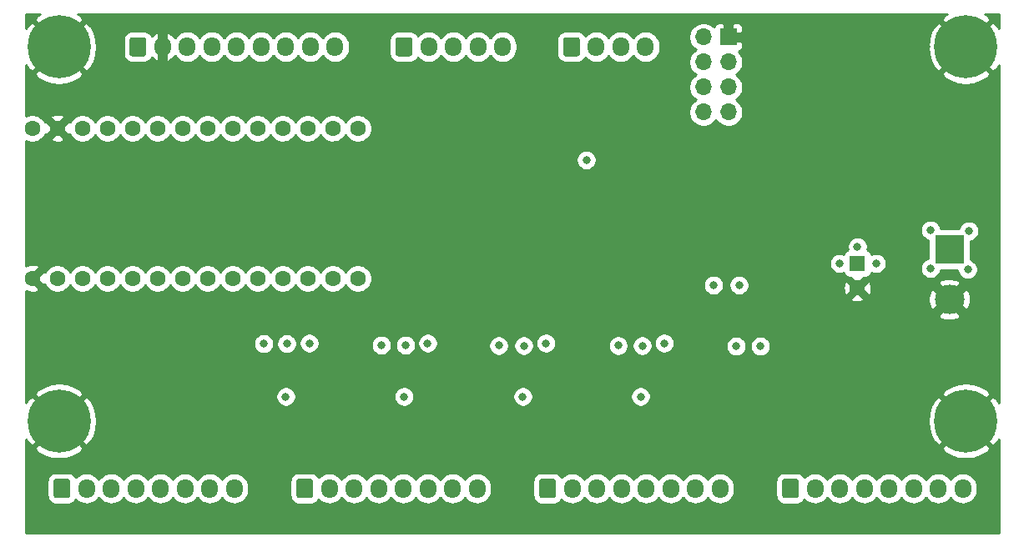
<source format=gbr>
%TF.GenerationSoftware,KiCad,Pcbnew,(5.1.8-0-10_14)*%
%TF.CreationDate,2020-12-11T17:33:19+01:00*%
%TF.ProjectId,32Bit shift register,33324269-7420-4736-9869-667420726567,rev?*%
%TF.SameCoordinates,Original*%
%TF.FileFunction,Copper,L2,Inr*%
%TF.FilePolarity,Positive*%
%FSLAX46Y46*%
G04 Gerber Fmt 4.6, Leading zero omitted, Abs format (unit mm)*
G04 Created by KiCad (PCBNEW (5.1.8-0-10_14)) date 2020-12-11 17:33:19*
%MOMM*%
%LPD*%
G01*
G04 APERTURE LIST*
%TA.AperFunction,ComponentPad*%
%ADD10C,1.600000*%
%TD*%
%TA.AperFunction,ComponentPad*%
%ADD11R,1.700000X1.700000*%
%TD*%
%TA.AperFunction,ComponentPad*%
%ADD12O,1.700000X1.700000*%
%TD*%
%TA.AperFunction,ComponentPad*%
%ADD13O,1.700000X1.950000*%
%TD*%
%TA.AperFunction,ComponentPad*%
%ADD14C,3.000000*%
%TD*%
%TA.AperFunction,ComponentPad*%
%ADD15R,3.000000X3.000000*%
%TD*%
%TA.AperFunction,ComponentPad*%
%ADD16C,0.800000*%
%TD*%
%TA.AperFunction,ComponentPad*%
%ADD17C,6.400000*%
%TD*%
%TA.AperFunction,ComponentPad*%
%ADD18R,1.600000X1.600000*%
%TD*%
%TA.AperFunction,ViaPad*%
%ADD19C,0.800000*%
%TD*%
%TA.AperFunction,Conductor*%
%ADD20C,0.254000*%
%TD*%
%TA.AperFunction,Conductor*%
%ADD21C,0.100000*%
%TD*%
G04 APERTURE END LIST*
D10*
%TO.N,GND*%
%TO.C,U6*%
X94290000Y-63520000D03*
%TO.N,/ESP_TX*%
X96830000Y-63520000D03*
%TO.N,/ESP_RX*%
X99370000Y-63520000D03*
%TO.N,N/C*%
X101910000Y-63520000D03*
X104450000Y-63520000D03*
X106990000Y-63520000D03*
X109530000Y-63520000D03*
X112070000Y-63520000D03*
X114610000Y-63520000D03*
%TO.N,/DIN*%
X117150000Y-63520000D03*
%TO.N,/WCK*%
X119690000Y-63520000D03*
%TO.N,/BCK*%
X122230000Y-63520000D03*
%TO.N,/MOSI*%
X124770000Y-63520000D03*
%TO.N,VCC*%
X94290000Y-48280000D03*
%TO.N,GND*%
X96830000Y-48280000D03*
%TO.N,N/C*%
X99370000Y-48280000D03*
X101910000Y-48280000D03*
%TO.N,/LCD_LED*%
X104450000Y-48280000D03*
%TO.N,/LCD_RESET*%
X106990000Y-48280000D03*
%TO.N,/LCD_DC*%
X109530000Y-48280000D03*
%TO.N,/T_IRQ*%
X112070000Y-48280000D03*
%TO.N,/T_CS*%
X114610000Y-48280000D03*
%TO.N,/SD_CS*%
X117150000Y-48280000D03*
%TO.N,N/C*%
X119690000Y-48280000D03*
%TO.N,/LCD_CS*%
X122230000Y-48280000D03*
%TO.N,/ESP_RESET*%
X124770000Y-48280000D03*
%TO.N,/MISO*%
X127310000Y-63520000D03*
%TO.N,/SCK*%
X127310000Y-48280000D03*
%TD*%
D11*
%TO.N,GND*%
%TO.C,J5*%
X164910000Y-39010000D03*
D12*
%TO.N,/ESP_TX*%
X162370000Y-39010000D03*
%TO.N,N/C*%
X164910000Y-41550000D03*
%TO.N,+3V3*%
X162370000Y-41550000D03*
%TO.N,N/C*%
X164910000Y-44090000D03*
%TO.N,/ESP_RESET*%
X162370000Y-44090000D03*
%TO.N,/ESP_RX*%
X164910000Y-46630000D03*
%TO.N,+3V3*%
X162370000Y-46630000D03*
%TD*%
%TO.N,VCC*%
%TO.C,J8*%
%TA.AperFunction,ComponentPad*%
G36*
G01*
X104150000Y-40725100D02*
X104150000Y-39274900D01*
G75*
G02*
X104399900Y-39025000I249900J0D01*
G01*
X105600100Y-39025000D01*
G75*
G02*
X105850000Y-39274900I0J-249900D01*
G01*
X105850000Y-40725100D01*
G75*
G02*
X105600100Y-40975000I-249900J0D01*
G01*
X104399900Y-40975000D01*
G75*
G02*
X104150000Y-40725100I0J249900D01*
G01*
G37*
%TD.AperFunction*%
D13*
%TO.N,GND*%
X107500000Y-40000000D03*
%TO.N,/LCD_LED*%
X110000000Y-40000000D03*
%TO.N,/LCD_RESET*%
X112500000Y-40000000D03*
%TO.N,/LCD_DC*%
X115000000Y-40000000D03*
%TO.N,/LCD_CS*%
X117500000Y-40000000D03*
%TO.N,/MOSI*%
X120000000Y-40000000D03*
%TO.N,/MISO*%
X122500000Y-40000000D03*
%TO.N,/SCK*%
X125000000Y-40000000D03*
%TD*%
%TO.N,/SCK*%
%TO.C,J7*%
X156500000Y-40000000D03*
%TO.N,/MISO*%
X154000000Y-40000000D03*
%TO.N,/MOSI*%
X151500000Y-40000000D03*
%TO.N,/SD_CS*%
%TA.AperFunction,ComponentPad*%
G36*
G01*
X148150000Y-40725000D02*
X148150000Y-39275000D01*
G75*
G02*
X148400000Y-39025000I250000J0D01*
G01*
X149600000Y-39025000D01*
G75*
G02*
X149850000Y-39275000I0J-250000D01*
G01*
X149850000Y-40725000D01*
G75*
G02*
X149600000Y-40975000I-250000J0D01*
G01*
X148400000Y-40975000D01*
G75*
G02*
X148150000Y-40725000I0J250000D01*
G01*
G37*
%TD.AperFunction*%
%TD*%
%TO.N,/SCK*%
%TO.C,J6*%
X142000000Y-40000000D03*
%TO.N,/MISO*%
X139500000Y-40000000D03*
%TO.N,/MOSI*%
X137000000Y-40000000D03*
%TO.N,/T_CS*%
X134500000Y-40000000D03*
%TO.N,/T_IRQ*%
%TA.AperFunction,ComponentPad*%
G36*
G01*
X131150000Y-40725000D02*
X131150000Y-39275000D01*
G75*
G02*
X131400000Y-39025000I250000J0D01*
G01*
X132600000Y-39025000D01*
G75*
G02*
X132850000Y-39275000I0J-250000D01*
G01*
X132850000Y-40725000D01*
G75*
G02*
X132600000Y-40975000I-250000J0D01*
G01*
X131400000Y-40975000D01*
G75*
G02*
X131150000Y-40725000I0J250000D01*
G01*
G37*
%TD.AperFunction*%
%TD*%
%TO.N,Net-(J1-Pad1)*%
%TO.C,J1*%
%TA.AperFunction,ComponentPad*%
G36*
G01*
X96432000Y-85561000D02*
X96432000Y-84111000D01*
G75*
G02*
X96682000Y-83861000I250000J0D01*
G01*
X97882000Y-83861000D01*
G75*
G02*
X98132000Y-84111000I0J-250000D01*
G01*
X98132000Y-85561000D01*
G75*
G02*
X97882000Y-85811000I-250000J0D01*
G01*
X96682000Y-85811000D01*
G75*
G02*
X96432000Y-85561000I0J250000D01*
G01*
G37*
%TD.AperFunction*%
%TO.N,Net-(J1-Pad2)*%
X99782000Y-84836000D03*
%TO.N,Net-(J1-Pad3)*%
X102282000Y-84836000D03*
%TO.N,Net-(J1-Pad4)*%
X104782000Y-84836000D03*
%TO.N,Net-(J1-Pad5)*%
X107282000Y-84836000D03*
%TO.N,Net-(J1-Pad6)*%
X109782000Y-84836000D03*
%TO.N,Net-(J1-Pad7)*%
X112282000Y-84836000D03*
%TO.N,Net-(J1-Pad8)*%
X114782000Y-84836000D03*
%TD*%
D14*
%TO.N,GND*%
%TO.C,J9*%
X187330000Y-65650000D03*
D15*
%TO.N,VCC*%
X187330000Y-60570000D03*
%TD*%
D16*
%TO.N,GND*%
%TO.C,H4*%
X98697056Y-38302944D03*
X97000000Y-37600000D03*
X95302944Y-38302944D03*
X94600000Y-40000000D03*
X95302944Y-41697056D03*
X97000000Y-42400000D03*
X98697056Y-41697056D03*
X99400000Y-40000000D03*
D17*
X97000000Y-40000000D03*
%TD*%
D16*
%TO.N,GND*%
%TO.C,H3*%
X98697056Y-76302944D03*
X97000000Y-75600000D03*
X95302944Y-76302944D03*
X94600000Y-78000000D03*
X95302944Y-79697056D03*
X97000000Y-80400000D03*
X98697056Y-79697056D03*
X99400000Y-78000000D03*
D17*
X97000000Y-78000000D03*
%TD*%
D16*
%TO.N,GND*%
%TO.C,H2*%
X190697056Y-38302944D03*
X189000000Y-37600000D03*
X187302944Y-38302944D03*
X186600000Y-40000000D03*
X187302944Y-41697056D03*
X189000000Y-42400000D03*
X190697056Y-41697056D03*
X191400000Y-40000000D03*
D17*
X189000000Y-40000000D03*
%TD*%
D16*
%TO.N,GND*%
%TO.C,H1*%
X190697056Y-76302944D03*
X189000000Y-75600000D03*
X187302944Y-76302944D03*
X186600000Y-78000000D03*
X187302944Y-79697056D03*
X189000000Y-80400000D03*
X190697056Y-79697056D03*
X191400000Y-78000000D03*
D17*
X189000000Y-78000000D03*
%TD*%
D10*
%TO.N,GND*%
%TO.C,C9*%
X178000000Y-64500000D03*
D18*
%TO.N,VCC*%
X178000000Y-62000000D03*
%TD*%
D13*
%TO.N,Net-(J4-Pad8)*%
%TO.C,J4*%
X188696000Y-84836000D03*
%TO.N,Net-(J4-Pad7)*%
X186196000Y-84836000D03*
%TO.N,Net-(J4-Pad6)*%
X183696000Y-84836000D03*
%TO.N,Net-(J4-Pad5)*%
X181196000Y-84836000D03*
%TO.N,Net-(J4-Pad4)*%
X178696000Y-84836000D03*
%TO.N,Net-(J4-Pad3)*%
X176196000Y-84836000D03*
%TO.N,Net-(J4-Pad2)*%
X173696000Y-84836000D03*
%TO.N,Net-(J4-Pad1)*%
%TA.AperFunction,ComponentPad*%
G36*
G01*
X170346000Y-85561000D02*
X170346000Y-84111000D01*
G75*
G02*
X170596000Y-83861000I250000J0D01*
G01*
X171796000Y-83861000D01*
G75*
G02*
X172046000Y-84111000I0J-250000D01*
G01*
X172046000Y-85561000D01*
G75*
G02*
X171796000Y-85811000I-250000J0D01*
G01*
X170596000Y-85811000D01*
G75*
G02*
X170346000Y-85561000I0J250000D01*
G01*
G37*
%TD.AperFunction*%
%TD*%
%TO.N,Net-(J3-Pad1)*%
%TO.C,J3*%
%TA.AperFunction,ComponentPad*%
G36*
G01*
X145708000Y-85561000D02*
X145708000Y-84111000D01*
G75*
G02*
X145958000Y-83861000I250000J0D01*
G01*
X147158000Y-83861000D01*
G75*
G02*
X147408000Y-84111000I0J-250000D01*
G01*
X147408000Y-85561000D01*
G75*
G02*
X147158000Y-85811000I-250000J0D01*
G01*
X145958000Y-85811000D01*
G75*
G02*
X145708000Y-85561000I0J250000D01*
G01*
G37*
%TD.AperFunction*%
%TO.N,Net-(J3-Pad2)*%
X149058000Y-84836000D03*
%TO.N,Net-(J3-Pad3)*%
X151558000Y-84836000D03*
%TO.N,Net-(J3-Pad4)*%
X154058000Y-84836000D03*
%TO.N,Net-(J3-Pad5)*%
X156558000Y-84836000D03*
%TO.N,Net-(J3-Pad6)*%
X159058000Y-84836000D03*
%TO.N,Net-(J3-Pad7)*%
X161558000Y-84836000D03*
%TO.N,Net-(J3-Pad8)*%
X164058000Y-84836000D03*
%TD*%
%TO.N,Net-(J2-Pad1)*%
%TO.C,J2*%
%TA.AperFunction,ComponentPad*%
G36*
G01*
X121070000Y-85561000D02*
X121070000Y-84111000D01*
G75*
G02*
X121320000Y-83861000I250000J0D01*
G01*
X122520000Y-83861000D01*
G75*
G02*
X122770000Y-84111000I0J-250000D01*
G01*
X122770000Y-85561000D01*
G75*
G02*
X122520000Y-85811000I-250000J0D01*
G01*
X121320000Y-85811000D01*
G75*
G02*
X121070000Y-85561000I0J250000D01*
G01*
G37*
%TD.AperFunction*%
%TO.N,Net-(J2-Pad2)*%
X124420000Y-84836000D03*
%TO.N,Net-(J2-Pad3)*%
X126920000Y-84836000D03*
%TO.N,Net-(J2-Pad4)*%
X129420000Y-84836000D03*
%TO.N,Net-(J2-Pad5)*%
X131920000Y-84836000D03*
%TO.N,Net-(J2-Pad6)*%
X134420000Y-84836000D03*
%TO.N,Net-(J2-Pad7)*%
X136920000Y-84836000D03*
%TO.N,Net-(J2-Pad8)*%
X139420000Y-84836000D03*
%TD*%
D19*
%TO.N,GND*%
X165700000Y-71850000D03*
X168100000Y-71800000D03*
X153670000Y-71870000D03*
X156190000Y-71850000D03*
X141770000Y-71870000D03*
X144150000Y-71850000D03*
X117800000Y-71800000D03*
X129700000Y-71800000D03*
X132080000Y-71790000D03*
X136250000Y-66950000D03*
X148300000Y-66950000D03*
X160300000Y-66850000D03*
X170000000Y-40000000D03*
X175000000Y-40000000D03*
X180000000Y-40000000D03*
X180000000Y-45000000D03*
X175000000Y-45000000D03*
X170000000Y-45000000D03*
X170000000Y-50000000D03*
X175000000Y-50000000D03*
X180000000Y-50000000D03*
X185000000Y-50000000D03*
X190000000Y-50000000D03*
X190000000Y-55000000D03*
X185000000Y-55000000D03*
X180000000Y-55000000D03*
X175000000Y-55000000D03*
X170000000Y-55000000D03*
X170000000Y-60000000D03*
X170000000Y-65000000D03*
X170000000Y-70000000D03*
X175000000Y-70000000D03*
X180000000Y-70000000D03*
X185000000Y-70000000D03*
X190000000Y-70000000D03*
X185000000Y-75000000D03*
X180000000Y-75000000D03*
X175000000Y-75000000D03*
X170000000Y-75000000D03*
X165000000Y-50000000D03*
X160000000Y-50000000D03*
X155000000Y-55000000D03*
X155000000Y-60000000D03*
X155000000Y-65000000D03*
X150000000Y-65000000D03*
X150000000Y-60000000D03*
X150000000Y-55000000D03*
X145000000Y-55000000D03*
X145000000Y-60000000D03*
X145000000Y-65000000D03*
X140000000Y-65000000D03*
X140000000Y-60000000D03*
X140000000Y-55000000D03*
X135000000Y-55000000D03*
X135000000Y-60000000D03*
X135000000Y-65000000D03*
X130000000Y-65000000D03*
X130000000Y-60000000D03*
X130000000Y-55000000D03*
X150000000Y-45000000D03*
X155000000Y-45000000D03*
X160000000Y-45000000D03*
X140000000Y-45000000D03*
X135000000Y-45000000D03*
X105000000Y-45000000D03*
X100000000Y-45000000D03*
X100000000Y-50000000D03*
X105000000Y-50000000D03*
X110000000Y-50000000D03*
X115000000Y-50000000D03*
X115000000Y-55000000D03*
X110000000Y-55000000D03*
X100000000Y-55000000D03*
X95000000Y-45000000D03*
X95000000Y-55000000D03*
X95000000Y-60000000D03*
X105000000Y-60000000D03*
X110000000Y-60000000D03*
X115000000Y-60000000D03*
X120000000Y-60000000D03*
X120000000Y-55000000D03*
X120000000Y-50000000D03*
X125000000Y-50000000D03*
X125000000Y-55000000D03*
X125000000Y-60000000D03*
X115000000Y-70000000D03*
X110000000Y-70000000D03*
X105000000Y-70000000D03*
X100000000Y-70000000D03*
X95000000Y-70000000D03*
X100000000Y-75000000D03*
X105000000Y-75000000D03*
X110000000Y-75000000D03*
X115000000Y-75000000D03*
X190000000Y-45000000D03*
X185000000Y-45000000D03*
X185000000Y-80000000D03*
X185000000Y-40000000D03*
X150000000Y-47500000D03*
X145000000Y-47500000D03*
X95000000Y-87500000D03*
X100000000Y-87500000D03*
X105000000Y-87500000D03*
X110000000Y-87500000D03*
X115000000Y-87500000D03*
X120000000Y-87500000D03*
X125000000Y-87500000D03*
X130000000Y-87500000D03*
X135000000Y-87500000D03*
X140000000Y-87500000D03*
X145000000Y-87500000D03*
X150000000Y-87500000D03*
X155000000Y-87500000D03*
X160000000Y-87500000D03*
X165000000Y-87500000D03*
X170000000Y-87500000D03*
X175000000Y-87500000D03*
X180000000Y-87500000D03*
X185000000Y-87500000D03*
X190000000Y-87500000D03*
X165000000Y-50000000D03*
X160000000Y-40000000D03*
X105000000Y-37500000D03*
X110000000Y-37500000D03*
X115000000Y-37500000D03*
X120000000Y-37500000D03*
X137500000Y-37500000D03*
X155000000Y-37500000D03*
X160000000Y-37500000D03*
X184900000Y-65500000D03*
X187300000Y-63200000D03*
X189800000Y-65600000D03*
X187300000Y-68100000D03*
X160500000Y-63500000D03*
X158400000Y-60000000D03*
X176100000Y-64500000D03*
X178000000Y-66400000D03*
X180000000Y-64500000D03*
X168300000Y-61600000D03*
X120080000Y-71800000D03*
%TO.N,VCC*%
X185400000Y-62500000D03*
X165700000Y-70400000D03*
X168150000Y-70400000D03*
X153730000Y-70340000D03*
X156180000Y-70360000D03*
X141620000Y-70330000D03*
X144150000Y-70350000D03*
X129700000Y-70300000D03*
X117750000Y-70150000D03*
X132150000Y-70300000D03*
X189300000Y-58700000D03*
X189200000Y-62600000D03*
X185400000Y-58600000D03*
X176200000Y-62000000D03*
X178000000Y-60300000D03*
X179900000Y-62000000D03*
X163400000Y-64200000D03*
X166000000Y-64200000D03*
X120100002Y-70150002D03*
%TO.N,/ESP_TX*%
X150500000Y-51500000D03*
%TO.N,Net-(R1-Pad2)*%
X122400000Y-70099994D03*
X120000000Y-75520000D03*
%TO.N,Net-(R2-Pad2)*%
X132000000Y-75520000D03*
X134400000Y-70099994D03*
%TO.N,Net-(R3-Pad2)*%
X144050000Y-75519998D03*
X146400000Y-70100000D03*
%TO.N,Net-(R4-Pad2)*%
X156000000Y-75509996D03*
X158400000Y-70100000D03*
%TD*%
D20*
%TO.N,GND*%
X94879330Y-36782445D02*
X94838912Y-36809452D01*
X94478724Y-37299119D01*
X97000000Y-39820395D01*
X99521276Y-37299119D01*
X99161088Y-36809452D01*
X98885675Y-36660000D01*
X187111926Y-36660000D01*
X186879330Y-36782445D01*
X186838912Y-36809452D01*
X186478724Y-37299119D01*
X189000000Y-39820395D01*
X191521276Y-37299119D01*
X191161088Y-36809452D01*
X190885675Y-36660000D01*
X192340000Y-36660000D01*
X192340000Y-38111926D01*
X192217555Y-37879330D01*
X192190548Y-37838912D01*
X191700881Y-37478724D01*
X189179605Y-40000000D01*
X191700881Y-42521276D01*
X192190548Y-42161088D01*
X192340000Y-41885675D01*
X192340001Y-76111927D01*
X192217555Y-75879330D01*
X192190548Y-75838912D01*
X191700881Y-75478724D01*
X189179605Y-78000000D01*
X191700881Y-80521276D01*
X192190548Y-80161088D01*
X192340001Y-79885673D01*
X192340001Y-89340000D01*
X93660000Y-89340000D01*
X93660000Y-84111000D01*
X95793928Y-84111000D01*
X95793928Y-85561000D01*
X95810992Y-85734254D01*
X95861528Y-85900850D01*
X95943595Y-86054386D01*
X96054038Y-86188962D01*
X96188614Y-86299405D01*
X96342150Y-86381472D01*
X96508746Y-86432008D01*
X96682000Y-86449072D01*
X97882000Y-86449072D01*
X98055254Y-86432008D01*
X98221850Y-86381472D01*
X98375386Y-86299405D01*
X98509962Y-86188962D01*
X98620405Y-86054386D01*
X98674777Y-85952663D01*
X98726866Y-86016134D01*
X98952987Y-86201706D01*
X99210967Y-86339599D01*
X99490890Y-86424513D01*
X99782000Y-86453185D01*
X100073111Y-86424513D01*
X100353034Y-86339599D01*
X100611014Y-86201706D01*
X100837134Y-86016134D01*
X101022706Y-85790014D01*
X101032000Y-85772626D01*
X101041294Y-85790014D01*
X101226866Y-86016134D01*
X101452987Y-86201706D01*
X101710967Y-86339599D01*
X101990890Y-86424513D01*
X102282000Y-86453185D01*
X102573111Y-86424513D01*
X102853034Y-86339599D01*
X103111014Y-86201706D01*
X103337134Y-86016134D01*
X103522706Y-85790014D01*
X103532000Y-85772626D01*
X103541294Y-85790014D01*
X103726866Y-86016134D01*
X103952987Y-86201706D01*
X104210967Y-86339599D01*
X104490890Y-86424513D01*
X104782000Y-86453185D01*
X105073111Y-86424513D01*
X105353034Y-86339599D01*
X105611014Y-86201706D01*
X105837134Y-86016134D01*
X106022706Y-85790014D01*
X106032000Y-85772626D01*
X106041294Y-85790014D01*
X106226866Y-86016134D01*
X106452987Y-86201706D01*
X106710967Y-86339599D01*
X106990890Y-86424513D01*
X107282000Y-86453185D01*
X107573111Y-86424513D01*
X107853034Y-86339599D01*
X108111014Y-86201706D01*
X108337134Y-86016134D01*
X108522706Y-85790014D01*
X108532000Y-85772626D01*
X108541294Y-85790014D01*
X108726866Y-86016134D01*
X108952987Y-86201706D01*
X109210967Y-86339599D01*
X109490890Y-86424513D01*
X109782000Y-86453185D01*
X110073111Y-86424513D01*
X110353034Y-86339599D01*
X110611014Y-86201706D01*
X110837134Y-86016134D01*
X111022706Y-85790014D01*
X111032000Y-85772626D01*
X111041294Y-85790014D01*
X111226866Y-86016134D01*
X111452987Y-86201706D01*
X111710967Y-86339599D01*
X111990890Y-86424513D01*
X112282000Y-86453185D01*
X112573111Y-86424513D01*
X112853034Y-86339599D01*
X113111014Y-86201706D01*
X113337134Y-86016134D01*
X113522706Y-85790014D01*
X113532000Y-85772626D01*
X113541294Y-85790014D01*
X113726866Y-86016134D01*
X113952987Y-86201706D01*
X114210967Y-86339599D01*
X114490890Y-86424513D01*
X114782000Y-86453185D01*
X115073111Y-86424513D01*
X115353034Y-86339599D01*
X115611014Y-86201706D01*
X115837134Y-86016134D01*
X116022706Y-85790014D01*
X116160599Y-85532033D01*
X116245513Y-85252110D01*
X116267000Y-85033949D01*
X116267000Y-84638050D01*
X116245513Y-84419889D01*
X116160599Y-84139966D01*
X116145117Y-84111000D01*
X120431928Y-84111000D01*
X120431928Y-85561000D01*
X120448992Y-85734254D01*
X120499528Y-85900850D01*
X120581595Y-86054386D01*
X120692038Y-86188962D01*
X120826614Y-86299405D01*
X120980150Y-86381472D01*
X121146746Y-86432008D01*
X121320000Y-86449072D01*
X122520000Y-86449072D01*
X122693254Y-86432008D01*
X122859850Y-86381472D01*
X123013386Y-86299405D01*
X123147962Y-86188962D01*
X123258405Y-86054386D01*
X123312777Y-85952663D01*
X123364866Y-86016134D01*
X123590987Y-86201706D01*
X123848967Y-86339599D01*
X124128890Y-86424513D01*
X124420000Y-86453185D01*
X124711111Y-86424513D01*
X124991034Y-86339599D01*
X125249014Y-86201706D01*
X125475134Y-86016134D01*
X125660706Y-85790014D01*
X125670000Y-85772626D01*
X125679294Y-85790014D01*
X125864866Y-86016134D01*
X126090987Y-86201706D01*
X126348967Y-86339599D01*
X126628890Y-86424513D01*
X126920000Y-86453185D01*
X127211111Y-86424513D01*
X127491034Y-86339599D01*
X127749014Y-86201706D01*
X127975134Y-86016134D01*
X128160706Y-85790014D01*
X128170000Y-85772626D01*
X128179294Y-85790014D01*
X128364866Y-86016134D01*
X128590987Y-86201706D01*
X128848967Y-86339599D01*
X129128890Y-86424513D01*
X129420000Y-86453185D01*
X129711111Y-86424513D01*
X129991034Y-86339599D01*
X130249014Y-86201706D01*
X130475134Y-86016134D01*
X130660706Y-85790014D01*
X130670000Y-85772626D01*
X130679294Y-85790014D01*
X130864866Y-86016134D01*
X131090987Y-86201706D01*
X131348967Y-86339599D01*
X131628890Y-86424513D01*
X131920000Y-86453185D01*
X132211111Y-86424513D01*
X132491034Y-86339599D01*
X132749014Y-86201706D01*
X132975134Y-86016134D01*
X133160706Y-85790014D01*
X133170000Y-85772626D01*
X133179294Y-85790014D01*
X133364866Y-86016134D01*
X133590987Y-86201706D01*
X133848967Y-86339599D01*
X134128890Y-86424513D01*
X134420000Y-86453185D01*
X134711111Y-86424513D01*
X134991034Y-86339599D01*
X135249014Y-86201706D01*
X135475134Y-86016134D01*
X135660706Y-85790014D01*
X135670000Y-85772626D01*
X135679294Y-85790014D01*
X135864866Y-86016134D01*
X136090987Y-86201706D01*
X136348967Y-86339599D01*
X136628890Y-86424513D01*
X136920000Y-86453185D01*
X137211111Y-86424513D01*
X137491034Y-86339599D01*
X137749014Y-86201706D01*
X137975134Y-86016134D01*
X138160706Y-85790014D01*
X138170000Y-85772626D01*
X138179294Y-85790014D01*
X138364866Y-86016134D01*
X138590987Y-86201706D01*
X138848967Y-86339599D01*
X139128890Y-86424513D01*
X139420000Y-86453185D01*
X139711111Y-86424513D01*
X139991034Y-86339599D01*
X140249014Y-86201706D01*
X140475134Y-86016134D01*
X140660706Y-85790014D01*
X140798599Y-85532033D01*
X140883513Y-85252110D01*
X140905000Y-85033949D01*
X140905000Y-84638050D01*
X140883513Y-84419889D01*
X140798599Y-84139966D01*
X140783117Y-84111000D01*
X145069928Y-84111000D01*
X145069928Y-85561000D01*
X145086992Y-85734254D01*
X145137528Y-85900850D01*
X145219595Y-86054386D01*
X145330038Y-86188962D01*
X145464614Y-86299405D01*
X145618150Y-86381472D01*
X145784746Y-86432008D01*
X145958000Y-86449072D01*
X147158000Y-86449072D01*
X147331254Y-86432008D01*
X147497850Y-86381472D01*
X147651386Y-86299405D01*
X147785962Y-86188962D01*
X147896405Y-86054386D01*
X147950777Y-85952663D01*
X148002866Y-86016134D01*
X148228987Y-86201706D01*
X148486967Y-86339599D01*
X148766890Y-86424513D01*
X149058000Y-86453185D01*
X149349111Y-86424513D01*
X149629034Y-86339599D01*
X149887014Y-86201706D01*
X150113134Y-86016134D01*
X150298706Y-85790014D01*
X150308000Y-85772626D01*
X150317294Y-85790014D01*
X150502866Y-86016134D01*
X150728987Y-86201706D01*
X150986967Y-86339599D01*
X151266890Y-86424513D01*
X151558000Y-86453185D01*
X151849111Y-86424513D01*
X152129034Y-86339599D01*
X152387014Y-86201706D01*
X152613134Y-86016134D01*
X152798706Y-85790014D01*
X152808000Y-85772626D01*
X152817294Y-85790014D01*
X153002866Y-86016134D01*
X153228987Y-86201706D01*
X153486967Y-86339599D01*
X153766890Y-86424513D01*
X154058000Y-86453185D01*
X154349111Y-86424513D01*
X154629034Y-86339599D01*
X154887014Y-86201706D01*
X155113134Y-86016134D01*
X155298706Y-85790014D01*
X155308000Y-85772626D01*
X155317294Y-85790014D01*
X155502866Y-86016134D01*
X155728987Y-86201706D01*
X155986967Y-86339599D01*
X156266890Y-86424513D01*
X156558000Y-86453185D01*
X156849111Y-86424513D01*
X157129034Y-86339599D01*
X157387014Y-86201706D01*
X157613134Y-86016134D01*
X157798706Y-85790014D01*
X157808000Y-85772626D01*
X157817294Y-85790014D01*
X158002866Y-86016134D01*
X158228987Y-86201706D01*
X158486967Y-86339599D01*
X158766890Y-86424513D01*
X159058000Y-86453185D01*
X159349111Y-86424513D01*
X159629034Y-86339599D01*
X159887014Y-86201706D01*
X160113134Y-86016134D01*
X160298706Y-85790014D01*
X160308000Y-85772626D01*
X160317294Y-85790014D01*
X160502866Y-86016134D01*
X160728987Y-86201706D01*
X160986967Y-86339599D01*
X161266890Y-86424513D01*
X161558000Y-86453185D01*
X161849111Y-86424513D01*
X162129034Y-86339599D01*
X162387014Y-86201706D01*
X162613134Y-86016134D01*
X162798706Y-85790014D01*
X162808000Y-85772626D01*
X162817294Y-85790014D01*
X163002866Y-86016134D01*
X163228987Y-86201706D01*
X163486967Y-86339599D01*
X163766890Y-86424513D01*
X164058000Y-86453185D01*
X164349111Y-86424513D01*
X164629034Y-86339599D01*
X164887014Y-86201706D01*
X165113134Y-86016134D01*
X165298706Y-85790014D01*
X165436599Y-85532033D01*
X165521513Y-85252110D01*
X165543000Y-85033949D01*
X165543000Y-84638050D01*
X165521513Y-84419889D01*
X165436599Y-84139966D01*
X165421117Y-84111000D01*
X169707928Y-84111000D01*
X169707928Y-85561000D01*
X169724992Y-85734254D01*
X169775528Y-85900850D01*
X169857595Y-86054386D01*
X169968038Y-86188962D01*
X170102614Y-86299405D01*
X170256150Y-86381472D01*
X170422746Y-86432008D01*
X170596000Y-86449072D01*
X171796000Y-86449072D01*
X171969254Y-86432008D01*
X172135850Y-86381472D01*
X172289386Y-86299405D01*
X172423962Y-86188962D01*
X172534405Y-86054386D01*
X172588777Y-85952663D01*
X172640866Y-86016134D01*
X172866987Y-86201706D01*
X173124967Y-86339599D01*
X173404890Y-86424513D01*
X173696000Y-86453185D01*
X173987111Y-86424513D01*
X174267034Y-86339599D01*
X174525014Y-86201706D01*
X174751134Y-86016134D01*
X174936706Y-85790014D01*
X174946000Y-85772626D01*
X174955294Y-85790014D01*
X175140866Y-86016134D01*
X175366987Y-86201706D01*
X175624967Y-86339599D01*
X175904890Y-86424513D01*
X176196000Y-86453185D01*
X176487111Y-86424513D01*
X176767034Y-86339599D01*
X177025014Y-86201706D01*
X177251134Y-86016134D01*
X177436706Y-85790014D01*
X177446000Y-85772626D01*
X177455294Y-85790014D01*
X177640866Y-86016134D01*
X177866987Y-86201706D01*
X178124967Y-86339599D01*
X178404890Y-86424513D01*
X178696000Y-86453185D01*
X178987111Y-86424513D01*
X179267034Y-86339599D01*
X179525014Y-86201706D01*
X179751134Y-86016134D01*
X179936706Y-85790014D01*
X179946000Y-85772626D01*
X179955294Y-85790014D01*
X180140866Y-86016134D01*
X180366987Y-86201706D01*
X180624967Y-86339599D01*
X180904890Y-86424513D01*
X181196000Y-86453185D01*
X181487111Y-86424513D01*
X181767034Y-86339599D01*
X182025014Y-86201706D01*
X182251134Y-86016134D01*
X182436706Y-85790014D01*
X182446000Y-85772626D01*
X182455294Y-85790014D01*
X182640866Y-86016134D01*
X182866987Y-86201706D01*
X183124967Y-86339599D01*
X183404890Y-86424513D01*
X183696000Y-86453185D01*
X183987111Y-86424513D01*
X184267034Y-86339599D01*
X184525014Y-86201706D01*
X184751134Y-86016134D01*
X184936706Y-85790014D01*
X184946000Y-85772626D01*
X184955294Y-85790014D01*
X185140866Y-86016134D01*
X185366987Y-86201706D01*
X185624967Y-86339599D01*
X185904890Y-86424513D01*
X186196000Y-86453185D01*
X186487111Y-86424513D01*
X186767034Y-86339599D01*
X187025014Y-86201706D01*
X187251134Y-86016134D01*
X187436706Y-85790014D01*
X187446000Y-85772626D01*
X187455294Y-85790014D01*
X187640866Y-86016134D01*
X187866987Y-86201706D01*
X188124967Y-86339599D01*
X188404890Y-86424513D01*
X188696000Y-86453185D01*
X188987111Y-86424513D01*
X189267034Y-86339599D01*
X189525014Y-86201706D01*
X189751134Y-86016134D01*
X189936706Y-85790014D01*
X190074599Y-85532033D01*
X190159513Y-85252110D01*
X190181000Y-85033949D01*
X190181000Y-84638050D01*
X190159513Y-84419889D01*
X190074599Y-84139966D01*
X189936706Y-83881986D01*
X189751134Y-83655866D01*
X189525013Y-83470294D01*
X189267033Y-83332401D01*
X188987110Y-83247487D01*
X188696000Y-83218815D01*
X188404889Y-83247487D01*
X188124966Y-83332401D01*
X187866986Y-83470294D01*
X187640866Y-83655866D01*
X187455294Y-83881987D01*
X187446000Y-83899374D01*
X187436706Y-83881986D01*
X187251134Y-83655866D01*
X187025013Y-83470294D01*
X186767033Y-83332401D01*
X186487110Y-83247487D01*
X186196000Y-83218815D01*
X185904889Y-83247487D01*
X185624966Y-83332401D01*
X185366986Y-83470294D01*
X185140866Y-83655866D01*
X184955294Y-83881987D01*
X184946000Y-83899374D01*
X184936706Y-83881986D01*
X184751134Y-83655866D01*
X184525013Y-83470294D01*
X184267033Y-83332401D01*
X183987110Y-83247487D01*
X183696000Y-83218815D01*
X183404889Y-83247487D01*
X183124966Y-83332401D01*
X182866986Y-83470294D01*
X182640866Y-83655866D01*
X182455294Y-83881987D01*
X182446000Y-83899374D01*
X182436706Y-83881986D01*
X182251134Y-83655866D01*
X182025013Y-83470294D01*
X181767033Y-83332401D01*
X181487110Y-83247487D01*
X181196000Y-83218815D01*
X180904889Y-83247487D01*
X180624966Y-83332401D01*
X180366986Y-83470294D01*
X180140866Y-83655866D01*
X179955294Y-83881987D01*
X179946000Y-83899374D01*
X179936706Y-83881986D01*
X179751134Y-83655866D01*
X179525013Y-83470294D01*
X179267033Y-83332401D01*
X178987110Y-83247487D01*
X178696000Y-83218815D01*
X178404889Y-83247487D01*
X178124966Y-83332401D01*
X177866986Y-83470294D01*
X177640866Y-83655866D01*
X177455294Y-83881987D01*
X177446000Y-83899374D01*
X177436706Y-83881986D01*
X177251134Y-83655866D01*
X177025013Y-83470294D01*
X176767033Y-83332401D01*
X176487110Y-83247487D01*
X176196000Y-83218815D01*
X175904889Y-83247487D01*
X175624966Y-83332401D01*
X175366986Y-83470294D01*
X175140866Y-83655866D01*
X174955294Y-83881987D01*
X174946000Y-83899374D01*
X174936706Y-83881986D01*
X174751134Y-83655866D01*
X174525013Y-83470294D01*
X174267033Y-83332401D01*
X173987110Y-83247487D01*
X173696000Y-83218815D01*
X173404889Y-83247487D01*
X173124966Y-83332401D01*
X172866986Y-83470294D01*
X172640866Y-83655866D01*
X172588777Y-83719337D01*
X172534405Y-83617614D01*
X172423962Y-83483038D01*
X172289386Y-83372595D01*
X172135850Y-83290528D01*
X171969254Y-83239992D01*
X171796000Y-83222928D01*
X170596000Y-83222928D01*
X170422746Y-83239992D01*
X170256150Y-83290528D01*
X170102614Y-83372595D01*
X169968038Y-83483038D01*
X169857595Y-83617614D01*
X169775528Y-83771150D01*
X169724992Y-83937746D01*
X169707928Y-84111000D01*
X165421117Y-84111000D01*
X165298706Y-83881986D01*
X165113134Y-83655866D01*
X164887013Y-83470294D01*
X164629033Y-83332401D01*
X164349110Y-83247487D01*
X164058000Y-83218815D01*
X163766889Y-83247487D01*
X163486966Y-83332401D01*
X163228986Y-83470294D01*
X163002866Y-83655866D01*
X162817294Y-83881987D01*
X162808000Y-83899374D01*
X162798706Y-83881986D01*
X162613134Y-83655866D01*
X162387013Y-83470294D01*
X162129033Y-83332401D01*
X161849110Y-83247487D01*
X161558000Y-83218815D01*
X161266889Y-83247487D01*
X160986966Y-83332401D01*
X160728986Y-83470294D01*
X160502866Y-83655866D01*
X160317294Y-83881987D01*
X160308000Y-83899374D01*
X160298706Y-83881986D01*
X160113134Y-83655866D01*
X159887013Y-83470294D01*
X159629033Y-83332401D01*
X159349110Y-83247487D01*
X159058000Y-83218815D01*
X158766889Y-83247487D01*
X158486966Y-83332401D01*
X158228986Y-83470294D01*
X158002866Y-83655866D01*
X157817294Y-83881987D01*
X157808000Y-83899374D01*
X157798706Y-83881986D01*
X157613134Y-83655866D01*
X157387013Y-83470294D01*
X157129033Y-83332401D01*
X156849110Y-83247487D01*
X156558000Y-83218815D01*
X156266889Y-83247487D01*
X155986966Y-83332401D01*
X155728986Y-83470294D01*
X155502866Y-83655866D01*
X155317294Y-83881987D01*
X155308000Y-83899374D01*
X155298706Y-83881986D01*
X155113134Y-83655866D01*
X154887013Y-83470294D01*
X154629033Y-83332401D01*
X154349110Y-83247487D01*
X154058000Y-83218815D01*
X153766889Y-83247487D01*
X153486966Y-83332401D01*
X153228986Y-83470294D01*
X153002866Y-83655866D01*
X152817294Y-83881987D01*
X152808000Y-83899374D01*
X152798706Y-83881986D01*
X152613134Y-83655866D01*
X152387013Y-83470294D01*
X152129033Y-83332401D01*
X151849110Y-83247487D01*
X151558000Y-83218815D01*
X151266889Y-83247487D01*
X150986966Y-83332401D01*
X150728986Y-83470294D01*
X150502866Y-83655866D01*
X150317294Y-83881987D01*
X150308000Y-83899374D01*
X150298706Y-83881986D01*
X150113134Y-83655866D01*
X149887013Y-83470294D01*
X149629033Y-83332401D01*
X149349110Y-83247487D01*
X149058000Y-83218815D01*
X148766889Y-83247487D01*
X148486966Y-83332401D01*
X148228986Y-83470294D01*
X148002866Y-83655866D01*
X147950777Y-83719337D01*
X147896405Y-83617614D01*
X147785962Y-83483038D01*
X147651386Y-83372595D01*
X147497850Y-83290528D01*
X147331254Y-83239992D01*
X147158000Y-83222928D01*
X145958000Y-83222928D01*
X145784746Y-83239992D01*
X145618150Y-83290528D01*
X145464614Y-83372595D01*
X145330038Y-83483038D01*
X145219595Y-83617614D01*
X145137528Y-83771150D01*
X145086992Y-83937746D01*
X145069928Y-84111000D01*
X140783117Y-84111000D01*
X140660706Y-83881986D01*
X140475134Y-83655866D01*
X140249013Y-83470294D01*
X139991033Y-83332401D01*
X139711110Y-83247487D01*
X139420000Y-83218815D01*
X139128889Y-83247487D01*
X138848966Y-83332401D01*
X138590986Y-83470294D01*
X138364866Y-83655866D01*
X138179294Y-83881987D01*
X138170000Y-83899374D01*
X138160706Y-83881986D01*
X137975134Y-83655866D01*
X137749013Y-83470294D01*
X137491033Y-83332401D01*
X137211110Y-83247487D01*
X136920000Y-83218815D01*
X136628889Y-83247487D01*
X136348966Y-83332401D01*
X136090986Y-83470294D01*
X135864866Y-83655866D01*
X135679294Y-83881987D01*
X135670000Y-83899374D01*
X135660706Y-83881986D01*
X135475134Y-83655866D01*
X135249013Y-83470294D01*
X134991033Y-83332401D01*
X134711110Y-83247487D01*
X134420000Y-83218815D01*
X134128889Y-83247487D01*
X133848966Y-83332401D01*
X133590986Y-83470294D01*
X133364866Y-83655866D01*
X133179294Y-83881987D01*
X133170000Y-83899374D01*
X133160706Y-83881986D01*
X132975134Y-83655866D01*
X132749013Y-83470294D01*
X132491033Y-83332401D01*
X132211110Y-83247487D01*
X131920000Y-83218815D01*
X131628889Y-83247487D01*
X131348966Y-83332401D01*
X131090986Y-83470294D01*
X130864866Y-83655866D01*
X130679294Y-83881987D01*
X130670000Y-83899374D01*
X130660706Y-83881986D01*
X130475134Y-83655866D01*
X130249013Y-83470294D01*
X129991033Y-83332401D01*
X129711110Y-83247487D01*
X129420000Y-83218815D01*
X129128889Y-83247487D01*
X128848966Y-83332401D01*
X128590986Y-83470294D01*
X128364866Y-83655866D01*
X128179294Y-83881987D01*
X128170000Y-83899374D01*
X128160706Y-83881986D01*
X127975134Y-83655866D01*
X127749013Y-83470294D01*
X127491033Y-83332401D01*
X127211110Y-83247487D01*
X126920000Y-83218815D01*
X126628889Y-83247487D01*
X126348966Y-83332401D01*
X126090986Y-83470294D01*
X125864866Y-83655866D01*
X125679294Y-83881987D01*
X125670000Y-83899374D01*
X125660706Y-83881986D01*
X125475134Y-83655866D01*
X125249013Y-83470294D01*
X124991033Y-83332401D01*
X124711110Y-83247487D01*
X124420000Y-83218815D01*
X124128889Y-83247487D01*
X123848966Y-83332401D01*
X123590986Y-83470294D01*
X123364866Y-83655866D01*
X123312777Y-83719337D01*
X123258405Y-83617614D01*
X123147962Y-83483038D01*
X123013386Y-83372595D01*
X122859850Y-83290528D01*
X122693254Y-83239992D01*
X122520000Y-83222928D01*
X121320000Y-83222928D01*
X121146746Y-83239992D01*
X120980150Y-83290528D01*
X120826614Y-83372595D01*
X120692038Y-83483038D01*
X120581595Y-83617614D01*
X120499528Y-83771150D01*
X120448992Y-83937746D01*
X120431928Y-84111000D01*
X116145117Y-84111000D01*
X116022706Y-83881986D01*
X115837134Y-83655866D01*
X115611013Y-83470294D01*
X115353033Y-83332401D01*
X115073110Y-83247487D01*
X114782000Y-83218815D01*
X114490889Y-83247487D01*
X114210966Y-83332401D01*
X113952986Y-83470294D01*
X113726866Y-83655866D01*
X113541294Y-83881987D01*
X113532000Y-83899374D01*
X113522706Y-83881986D01*
X113337134Y-83655866D01*
X113111013Y-83470294D01*
X112853033Y-83332401D01*
X112573110Y-83247487D01*
X112282000Y-83218815D01*
X111990889Y-83247487D01*
X111710966Y-83332401D01*
X111452986Y-83470294D01*
X111226866Y-83655866D01*
X111041294Y-83881987D01*
X111032000Y-83899374D01*
X111022706Y-83881986D01*
X110837134Y-83655866D01*
X110611013Y-83470294D01*
X110353033Y-83332401D01*
X110073110Y-83247487D01*
X109782000Y-83218815D01*
X109490889Y-83247487D01*
X109210966Y-83332401D01*
X108952986Y-83470294D01*
X108726866Y-83655866D01*
X108541294Y-83881987D01*
X108532000Y-83899374D01*
X108522706Y-83881986D01*
X108337134Y-83655866D01*
X108111013Y-83470294D01*
X107853033Y-83332401D01*
X107573110Y-83247487D01*
X107282000Y-83218815D01*
X106990889Y-83247487D01*
X106710966Y-83332401D01*
X106452986Y-83470294D01*
X106226866Y-83655866D01*
X106041294Y-83881987D01*
X106032000Y-83899374D01*
X106022706Y-83881986D01*
X105837134Y-83655866D01*
X105611013Y-83470294D01*
X105353033Y-83332401D01*
X105073110Y-83247487D01*
X104782000Y-83218815D01*
X104490889Y-83247487D01*
X104210966Y-83332401D01*
X103952986Y-83470294D01*
X103726866Y-83655866D01*
X103541294Y-83881987D01*
X103532000Y-83899374D01*
X103522706Y-83881986D01*
X103337134Y-83655866D01*
X103111013Y-83470294D01*
X102853033Y-83332401D01*
X102573110Y-83247487D01*
X102282000Y-83218815D01*
X101990889Y-83247487D01*
X101710966Y-83332401D01*
X101452986Y-83470294D01*
X101226866Y-83655866D01*
X101041294Y-83881987D01*
X101032000Y-83899374D01*
X101022706Y-83881986D01*
X100837134Y-83655866D01*
X100611013Y-83470294D01*
X100353033Y-83332401D01*
X100073110Y-83247487D01*
X99782000Y-83218815D01*
X99490889Y-83247487D01*
X99210966Y-83332401D01*
X98952986Y-83470294D01*
X98726866Y-83655866D01*
X98674777Y-83719337D01*
X98620405Y-83617614D01*
X98509962Y-83483038D01*
X98375386Y-83372595D01*
X98221850Y-83290528D01*
X98055254Y-83239992D01*
X97882000Y-83222928D01*
X96682000Y-83222928D01*
X96508746Y-83239992D01*
X96342150Y-83290528D01*
X96188614Y-83372595D01*
X96054038Y-83483038D01*
X95943595Y-83617614D01*
X95861528Y-83771150D01*
X95810992Y-83937746D01*
X95793928Y-84111000D01*
X93660000Y-84111000D01*
X93660000Y-80700881D01*
X94478724Y-80700881D01*
X94838912Y-81190548D01*
X95502882Y-81550849D01*
X96224385Y-81774694D01*
X96975695Y-81853480D01*
X97727938Y-81784178D01*
X98452208Y-81569452D01*
X99120670Y-81217555D01*
X99161088Y-81190548D01*
X99521276Y-80700881D01*
X186478724Y-80700881D01*
X186838912Y-81190548D01*
X187502882Y-81550849D01*
X188224385Y-81774694D01*
X188975695Y-81853480D01*
X189727938Y-81784178D01*
X190452208Y-81569452D01*
X191120670Y-81217555D01*
X191161088Y-81190548D01*
X191521276Y-80700881D01*
X189000000Y-78179605D01*
X186478724Y-80700881D01*
X99521276Y-80700881D01*
X97000000Y-78179605D01*
X94478724Y-80700881D01*
X93660000Y-80700881D01*
X93660000Y-79888074D01*
X93782445Y-80120670D01*
X93809452Y-80161088D01*
X94299119Y-80521276D01*
X96820395Y-78000000D01*
X97179605Y-78000000D01*
X99700881Y-80521276D01*
X100190548Y-80161088D01*
X100550849Y-79497118D01*
X100774694Y-78775615D01*
X100853480Y-78024305D01*
X100849002Y-77975695D01*
X185146520Y-77975695D01*
X185215822Y-78727938D01*
X185430548Y-79452208D01*
X185782445Y-80120670D01*
X185809452Y-80161088D01*
X186299119Y-80521276D01*
X188820395Y-78000000D01*
X186299119Y-75478724D01*
X185809452Y-75838912D01*
X185449151Y-76502882D01*
X185225306Y-77224385D01*
X185146520Y-77975695D01*
X100849002Y-77975695D01*
X100784178Y-77272062D01*
X100569452Y-76547792D01*
X100217555Y-75879330D01*
X100190548Y-75838912D01*
X99700881Y-75478724D01*
X97179605Y-78000000D01*
X96820395Y-78000000D01*
X94299119Y-75478724D01*
X93809452Y-75838912D01*
X93660000Y-76114325D01*
X93660000Y-75299119D01*
X94478724Y-75299119D01*
X97000000Y-77820395D01*
X99402334Y-75418061D01*
X118965000Y-75418061D01*
X118965000Y-75621939D01*
X119004774Y-75821898D01*
X119082795Y-76010256D01*
X119196063Y-76179774D01*
X119340226Y-76323937D01*
X119509744Y-76437205D01*
X119698102Y-76515226D01*
X119898061Y-76555000D01*
X120101939Y-76555000D01*
X120301898Y-76515226D01*
X120490256Y-76437205D01*
X120659774Y-76323937D01*
X120803937Y-76179774D01*
X120917205Y-76010256D01*
X120995226Y-75821898D01*
X121035000Y-75621939D01*
X121035000Y-75418061D01*
X130965000Y-75418061D01*
X130965000Y-75621939D01*
X131004774Y-75821898D01*
X131082795Y-76010256D01*
X131196063Y-76179774D01*
X131340226Y-76323937D01*
X131509744Y-76437205D01*
X131698102Y-76515226D01*
X131898061Y-76555000D01*
X132101939Y-76555000D01*
X132301898Y-76515226D01*
X132490256Y-76437205D01*
X132659774Y-76323937D01*
X132803937Y-76179774D01*
X132917205Y-76010256D01*
X132995226Y-75821898D01*
X133035000Y-75621939D01*
X133035000Y-75418061D01*
X133035000Y-75418059D01*
X143015000Y-75418059D01*
X143015000Y-75621937D01*
X143054774Y-75821896D01*
X143132795Y-76010254D01*
X143246063Y-76179772D01*
X143390226Y-76323935D01*
X143559744Y-76437203D01*
X143748102Y-76515224D01*
X143948061Y-76554998D01*
X144151939Y-76554998D01*
X144351898Y-76515224D01*
X144540256Y-76437203D01*
X144709774Y-76323935D01*
X144853937Y-76179772D01*
X144967205Y-76010254D01*
X145045226Y-75821896D01*
X145085000Y-75621937D01*
X145085000Y-75418059D01*
X145083011Y-75408057D01*
X154965000Y-75408057D01*
X154965000Y-75611935D01*
X155004774Y-75811894D01*
X155082795Y-76000252D01*
X155196063Y-76169770D01*
X155340226Y-76313933D01*
X155509744Y-76427201D01*
X155698102Y-76505222D01*
X155898061Y-76544996D01*
X156101939Y-76544996D01*
X156301898Y-76505222D01*
X156490256Y-76427201D01*
X156659774Y-76313933D01*
X156803937Y-76169770D01*
X156917205Y-76000252D01*
X156995226Y-75811894D01*
X157035000Y-75611935D01*
X157035000Y-75408057D01*
X157013332Y-75299119D01*
X186478724Y-75299119D01*
X189000000Y-77820395D01*
X191521276Y-75299119D01*
X191161088Y-74809452D01*
X190497118Y-74449151D01*
X189775615Y-74225306D01*
X189024305Y-74146520D01*
X188272062Y-74215822D01*
X187547792Y-74430548D01*
X186879330Y-74782445D01*
X186838912Y-74809452D01*
X186478724Y-75299119D01*
X157013332Y-75299119D01*
X156995226Y-75208098D01*
X156917205Y-75019740D01*
X156803937Y-74850222D01*
X156659774Y-74706059D01*
X156490256Y-74592791D01*
X156301898Y-74514770D01*
X156101939Y-74474996D01*
X155898061Y-74474996D01*
X155698102Y-74514770D01*
X155509744Y-74592791D01*
X155340226Y-74706059D01*
X155196063Y-74850222D01*
X155082795Y-75019740D01*
X155004774Y-75208098D01*
X154965000Y-75408057D01*
X145083011Y-75408057D01*
X145045226Y-75218100D01*
X144967205Y-75029742D01*
X144853937Y-74860224D01*
X144709774Y-74716061D01*
X144540256Y-74602793D01*
X144351898Y-74524772D01*
X144151939Y-74484998D01*
X143948061Y-74484998D01*
X143748102Y-74524772D01*
X143559744Y-74602793D01*
X143390226Y-74716061D01*
X143246063Y-74860224D01*
X143132795Y-75029742D01*
X143054774Y-75218100D01*
X143015000Y-75418059D01*
X133035000Y-75418059D01*
X132995226Y-75218102D01*
X132917205Y-75029744D01*
X132803937Y-74860226D01*
X132659774Y-74716063D01*
X132490256Y-74602795D01*
X132301898Y-74524774D01*
X132101939Y-74485000D01*
X131898061Y-74485000D01*
X131698102Y-74524774D01*
X131509744Y-74602795D01*
X131340226Y-74716063D01*
X131196063Y-74860226D01*
X131082795Y-75029744D01*
X131004774Y-75218102D01*
X130965000Y-75418061D01*
X121035000Y-75418061D01*
X120995226Y-75218102D01*
X120917205Y-75029744D01*
X120803937Y-74860226D01*
X120659774Y-74716063D01*
X120490256Y-74602795D01*
X120301898Y-74524774D01*
X120101939Y-74485000D01*
X119898061Y-74485000D01*
X119698102Y-74524774D01*
X119509744Y-74602795D01*
X119340226Y-74716063D01*
X119196063Y-74860226D01*
X119082795Y-75029744D01*
X119004774Y-75218102D01*
X118965000Y-75418061D01*
X99402334Y-75418061D01*
X99521276Y-75299119D01*
X99161088Y-74809452D01*
X98497118Y-74449151D01*
X97775615Y-74225306D01*
X97024305Y-74146520D01*
X96272062Y-74215822D01*
X95547792Y-74430548D01*
X94879330Y-74782445D01*
X94838912Y-74809452D01*
X94478724Y-75299119D01*
X93660000Y-75299119D01*
X93660000Y-70048061D01*
X116715000Y-70048061D01*
X116715000Y-70251939D01*
X116754774Y-70451898D01*
X116832795Y-70640256D01*
X116946063Y-70809774D01*
X117090226Y-70953937D01*
X117259744Y-71067205D01*
X117448102Y-71145226D01*
X117648061Y-71185000D01*
X117851939Y-71185000D01*
X118051898Y-71145226D01*
X118240256Y-71067205D01*
X118409774Y-70953937D01*
X118553937Y-70809774D01*
X118667205Y-70640256D01*
X118745226Y-70451898D01*
X118785000Y-70251939D01*
X118785000Y-70048063D01*
X119065002Y-70048063D01*
X119065002Y-70251941D01*
X119104776Y-70451900D01*
X119182797Y-70640258D01*
X119296065Y-70809776D01*
X119440228Y-70953939D01*
X119609746Y-71067207D01*
X119798104Y-71145228D01*
X119998063Y-71185002D01*
X120201941Y-71185002D01*
X120401900Y-71145228D01*
X120590258Y-71067207D01*
X120759776Y-70953939D01*
X120903939Y-70809776D01*
X121017207Y-70640258D01*
X121095228Y-70451900D01*
X121135002Y-70251941D01*
X121135002Y-70048063D01*
X121125055Y-69998055D01*
X121365000Y-69998055D01*
X121365000Y-70201933D01*
X121404774Y-70401892D01*
X121482795Y-70590250D01*
X121596063Y-70759768D01*
X121740226Y-70903931D01*
X121909744Y-71017199D01*
X122098102Y-71095220D01*
X122298061Y-71134994D01*
X122501939Y-71134994D01*
X122701898Y-71095220D01*
X122890256Y-71017199D01*
X123059774Y-70903931D01*
X123203937Y-70759768D01*
X123317205Y-70590250D01*
X123395226Y-70401892D01*
X123435000Y-70201933D01*
X123435000Y-70198061D01*
X128665000Y-70198061D01*
X128665000Y-70401939D01*
X128704774Y-70601898D01*
X128782795Y-70790256D01*
X128896063Y-70959774D01*
X129040226Y-71103937D01*
X129209744Y-71217205D01*
X129398102Y-71295226D01*
X129598061Y-71335000D01*
X129801939Y-71335000D01*
X130001898Y-71295226D01*
X130190256Y-71217205D01*
X130359774Y-71103937D01*
X130503937Y-70959774D01*
X130617205Y-70790256D01*
X130695226Y-70601898D01*
X130735000Y-70401939D01*
X130735000Y-70198061D01*
X131115000Y-70198061D01*
X131115000Y-70401939D01*
X131154774Y-70601898D01*
X131232795Y-70790256D01*
X131346063Y-70959774D01*
X131490226Y-71103937D01*
X131659744Y-71217205D01*
X131848102Y-71295226D01*
X132048061Y-71335000D01*
X132251939Y-71335000D01*
X132451898Y-71295226D01*
X132640256Y-71217205D01*
X132809774Y-71103937D01*
X132953937Y-70959774D01*
X133067205Y-70790256D01*
X133145226Y-70601898D01*
X133185000Y-70401939D01*
X133185000Y-70198061D01*
X133145226Y-69998102D01*
X133145207Y-69998055D01*
X133365000Y-69998055D01*
X133365000Y-70201933D01*
X133404774Y-70401892D01*
X133482795Y-70590250D01*
X133596063Y-70759768D01*
X133740226Y-70903931D01*
X133909744Y-71017199D01*
X134098102Y-71095220D01*
X134298061Y-71134994D01*
X134501939Y-71134994D01*
X134701898Y-71095220D01*
X134890256Y-71017199D01*
X135059774Y-70903931D01*
X135203937Y-70759768D01*
X135317205Y-70590250D01*
X135395226Y-70401892D01*
X135429802Y-70228061D01*
X140585000Y-70228061D01*
X140585000Y-70431939D01*
X140624774Y-70631898D01*
X140702795Y-70820256D01*
X140816063Y-70989774D01*
X140960226Y-71133937D01*
X141129744Y-71247205D01*
X141318102Y-71325226D01*
X141518061Y-71365000D01*
X141721939Y-71365000D01*
X141921898Y-71325226D01*
X142110256Y-71247205D01*
X142279774Y-71133937D01*
X142423937Y-70989774D01*
X142537205Y-70820256D01*
X142615226Y-70631898D01*
X142655000Y-70431939D01*
X142655000Y-70248061D01*
X143115000Y-70248061D01*
X143115000Y-70451939D01*
X143154774Y-70651898D01*
X143232795Y-70840256D01*
X143346063Y-71009774D01*
X143490226Y-71153937D01*
X143659744Y-71267205D01*
X143848102Y-71345226D01*
X144048061Y-71385000D01*
X144251939Y-71385000D01*
X144451898Y-71345226D01*
X144640256Y-71267205D01*
X144809774Y-71153937D01*
X144953937Y-71009774D01*
X145067205Y-70840256D01*
X145145226Y-70651898D01*
X145185000Y-70451939D01*
X145185000Y-70248061D01*
X145145226Y-70048102D01*
X145124499Y-69998061D01*
X145365000Y-69998061D01*
X145365000Y-70201939D01*
X145404774Y-70401898D01*
X145482795Y-70590256D01*
X145596063Y-70759774D01*
X145740226Y-70903937D01*
X145909744Y-71017205D01*
X146098102Y-71095226D01*
X146298061Y-71135000D01*
X146501939Y-71135000D01*
X146701898Y-71095226D01*
X146890256Y-71017205D01*
X147059774Y-70903937D01*
X147203937Y-70759774D01*
X147317205Y-70590256D01*
X147395226Y-70401898D01*
X147427814Y-70238061D01*
X152695000Y-70238061D01*
X152695000Y-70441939D01*
X152734774Y-70641898D01*
X152812795Y-70830256D01*
X152926063Y-70999774D01*
X153070226Y-71143937D01*
X153239744Y-71257205D01*
X153428102Y-71335226D01*
X153628061Y-71375000D01*
X153831939Y-71375000D01*
X154031898Y-71335226D01*
X154220256Y-71257205D01*
X154389774Y-71143937D01*
X154533937Y-70999774D01*
X154647205Y-70830256D01*
X154725226Y-70641898D01*
X154765000Y-70441939D01*
X154765000Y-70258061D01*
X155145000Y-70258061D01*
X155145000Y-70461939D01*
X155184774Y-70661898D01*
X155262795Y-70850256D01*
X155376063Y-71019774D01*
X155520226Y-71163937D01*
X155689744Y-71277205D01*
X155878102Y-71355226D01*
X156078061Y-71395000D01*
X156281939Y-71395000D01*
X156481898Y-71355226D01*
X156670256Y-71277205D01*
X156839774Y-71163937D01*
X156983937Y-71019774D01*
X157097205Y-70850256D01*
X157175226Y-70661898D01*
X157215000Y-70461939D01*
X157215000Y-70258061D01*
X157175226Y-70058102D01*
X157150357Y-69998061D01*
X157365000Y-69998061D01*
X157365000Y-70201939D01*
X157404774Y-70401898D01*
X157482795Y-70590256D01*
X157596063Y-70759774D01*
X157740226Y-70903937D01*
X157909744Y-71017205D01*
X158098102Y-71095226D01*
X158298061Y-71135000D01*
X158501939Y-71135000D01*
X158701898Y-71095226D01*
X158890256Y-71017205D01*
X159059774Y-70903937D01*
X159203937Y-70759774D01*
X159317205Y-70590256D01*
X159395226Y-70401898D01*
X159415880Y-70298061D01*
X164665000Y-70298061D01*
X164665000Y-70501939D01*
X164704774Y-70701898D01*
X164782795Y-70890256D01*
X164896063Y-71059774D01*
X165040226Y-71203937D01*
X165209744Y-71317205D01*
X165398102Y-71395226D01*
X165598061Y-71435000D01*
X165801939Y-71435000D01*
X166001898Y-71395226D01*
X166190256Y-71317205D01*
X166359774Y-71203937D01*
X166503937Y-71059774D01*
X166617205Y-70890256D01*
X166695226Y-70701898D01*
X166735000Y-70501939D01*
X166735000Y-70298061D01*
X167115000Y-70298061D01*
X167115000Y-70501939D01*
X167154774Y-70701898D01*
X167232795Y-70890256D01*
X167346063Y-71059774D01*
X167490226Y-71203937D01*
X167659744Y-71317205D01*
X167848102Y-71395226D01*
X168048061Y-71435000D01*
X168251939Y-71435000D01*
X168451898Y-71395226D01*
X168640256Y-71317205D01*
X168809774Y-71203937D01*
X168953937Y-71059774D01*
X169067205Y-70890256D01*
X169145226Y-70701898D01*
X169185000Y-70501939D01*
X169185000Y-70298061D01*
X169145226Y-70098102D01*
X169067205Y-69909744D01*
X168953937Y-69740226D01*
X168809774Y-69596063D01*
X168640256Y-69482795D01*
X168451898Y-69404774D01*
X168251939Y-69365000D01*
X168048061Y-69365000D01*
X167848102Y-69404774D01*
X167659744Y-69482795D01*
X167490226Y-69596063D01*
X167346063Y-69740226D01*
X167232795Y-69909744D01*
X167154774Y-70098102D01*
X167115000Y-70298061D01*
X166735000Y-70298061D01*
X166695226Y-70098102D01*
X166617205Y-69909744D01*
X166503937Y-69740226D01*
X166359774Y-69596063D01*
X166190256Y-69482795D01*
X166001898Y-69404774D01*
X165801939Y-69365000D01*
X165598061Y-69365000D01*
X165398102Y-69404774D01*
X165209744Y-69482795D01*
X165040226Y-69596063D01*
X164896063Y-69740226D01*
X164782795Y-69909744D01*
X164704774Y-70098102D01*
X164665000Y-70298061D01*
X159415880Y-70298061D01*
X159435000Y-70201939D01*
X159435000Y-69998061D01*
X159395226Y-69798102D01*
X159317205Y-69609744D01*
X159203937Y-69440226D01*
X159059774Y-69296063D01*
X158890256Y-69182795D01*
X158701898Y-69104774D01*
X158501939Y-69065000D01*
X158298061Y-69065000D01*
X158098102Y-69104774D01*
X157909744Y-69182795D01*
X157740226Y-69296063D01*
X157596063Y-69440226D01*
X157482795Y-69609744D01*
X157404774Y-69798102D01*
X157365000Y-69998061D01*
X157150357Y-69998061D01*
X157097205Y-69869744D01*
X156983937Y-69700226D01*
X156839774Y-69556063D01*
X156670256Y-69442795D01*
X156481898Y-69364774D01*
X156281939Y-69325000D01*
X156078061Y-69325000D01*
X155878102Y-69364774D01*
X155689744Y-69442795D01*
X155520226Y-69556063D01*
X155376063Y-69700226D01*
X155262795Y-69869744D01*
X155184774Y-70058102D01*
X155145000Y-70258061D01*
X154765000Y-70258061D01*
X154765000Y-70238061D01*
X154725226Y-70038102D01*
X154647205Y-69849744D01*
X154533937Y-69680226D01*
X154389774Y-69536063D01*
X154220256Y-69422795D01*
X154031898Y-69344774D01*
X153831939Y-69305000D01*
X153628061Y-69305000D01*
X153428102Y-69344774D01*
X153239744Y-69422795D01*
X153070226Y-69536063D01*
X152926063Y-69680226D01*
X152812795Y-69849744D01*
X152734774Y-70038102D01*
X152695000Y-70238061D01*
X147427814Y-70238061D01*
X147435000Y-70201939D01*
X147435000Y-69998061D01*
X147395226Y-69798102D01*
X147317205Y-69609744D01*
X147203937Y-69440226D01*
X147059774Y-69296063D01*
X146890256Y-69182795D01*
X146701898Y-69104774D01*
X146501939Y-69065000D01*
X146298061Y-69065000D01*
X146098102Y-69104774D01*
X145909744Y-69182795D01*
X145740226Y-69296063D01*
X145596063Y-69440226D01*
X145482795Y-69609744D01*
X145404774Y-69798102D01*
X145365000Y-69998061D01*
X145124499Y-69998061D01*
X145067205Y-69859744D01*
X144953937Y-69690226D01*
X144809774Y-69546063D01*
X144640256Y-69432795D01*
X144451898Y-69354774D01*
X144251939Y-69315000D01*
X144048061Y-69315000D01*
X143848102Y-69354774D01*
X143659744Y-69432795D01*
X143490226Y-69546063D01*
X143346063Y-69690226D01*
X143232795Y-69859744D01*
X143154774Y-70048102D01*
X143115000Y-70248061D01*
X142655000Y-70248061D01*
X142655000Y-70228061D01*
X142615226Y-70028102D01*
X142537205Y-69839744D01*
X142423937Y-69670226D01*
X142279774Y-69526063D01*
X142110256Y-69412795D01*
X141921898Y-69334774D01*
X141721939Y-69295000D01*
X141518061Y-69295000D01*
X141318102Y-69334774D01*
X141129744Y-69412795D01*
X140960226Y-69526063D01*
X140816063Y-69670226D01*
X140702795Y-69839744D01*
X140624774Y-70028102D01*
X140585000Y-70228061D01*
X135429802Y-70228061D01*
X135435000Y-70201933D01*
X135435000Y-69998055D01*
X135395226Y-69798096D01*
X135317205Y-69609738D01*
X135203937Y-69440220D01*
X135059774Y-69296057D01*
X134890256Y-69182789D01*
X134701898Y-69104768D01*
X134501939Y-69064994D01*
X134298061Y-69064994D01*
X134098102Y-69104768D01*
X133909744Y-69182789D01*
X133740226Y-69296057D01*
X133596063Y-69440220D01*
X133482795Y-69609738D01*
X133404774Y-69798096D01*
X133365000Y-69998055D01*
X133145207Y-69998055D01*
X133067205Y-69809744D01*
X132953937Y-69640226D01*
X132809774Y-69496063D01*
X132640256Y-69382795D01*
X132451898Y-69304774D01*
X132251939Y-69265000D01*
X132048061Y-69265000D01*
X131848102Y-69304774D01*
X131659744Y-69382795D01*
X131490226Y-69496063D01*
X131346063Y-69640226D01*
X131232795Y-69809744D01*
X131154774Y-69998102D01*
X131115000Y-70198061D01*
X130735000Y-70198061D01*
X130695226Y-69998102D01*
X130617205Y-69809744D01*
X130503937Y-69640226D01*
X130359774Y-69496063D01*
X130190256Y-69382795D01*
X130001898Y-69304774D01*
X129801939Y-69265000D01*
X129598061Y-69265000D01*
X129398102Y-69304774D01*
X129209744Y-69382795D01*
X129040226Y-69496063D01*
X128896063Y-69640226D01*
X128782795Y-69809744D01*
X128704774Y-69998102D01*
X128665000Y-70198061D01*
X123435000Y-70198061D01*
X123435000Y-69998055D01*
X123395226Y-69798096D01*
X123317205Y-69609738D01*
X123203937Y-69440220D01*
X123059774Y-69296057D01*
X122890256Y-69182789D01*
X122701898Y-69104768D01*
X122501939Y-69064994D01*
X122298061Y-69064994D01*
X122098102Y-69104768D01*
X121909744Y-69182789D01*
X121740226Y-69296057D01*
X121596063Y-69440220D01*
X121482795Y-69609738D01*
X121404774Y-69798096D01*
X121365000Y-69998055D01*
X121125055Y-69998055D01*
X121095228Y-69848104D01*
X121017207Y-69659746D01*
X120903939Y-69490228D01*
X120759776Y-69346065D01*
X120590258Y-69232797D01*
X120401900Y-69154776D01*
X120201941Y-69115002D01*
X119998063Y-69115002D01*
X119798104Y-69154776D01*
X119609746Y-69232797D01*
X119440228Y-69346065D01*
X119296065Y-69490228D01*
X119182797Y-69659746D01*
X119104776Y-69848104D01*
X119065002Y-70048063D01*
X118785000Y-70048063D01*
X118785000Y-70048061D01*
X118745226Y-69848102D01*
X118667205Y-69659744D01*
X118553937Y-69490226D01*
X118409774Y-69346063D01*
X118240256Y-69232795D01*
X118051898Y-69154774D01*
X117851939Y-69115000D01*
X117648061Y-69115000D01*
X117448102Y-69154774D01*
X117259744Y-69232795D01*
X117090226Y-69346063D01*
X116946063Y-69490226D01*
X116832795Y-69659744D01*
X116754774Y-69848102D01*
X116715000Y-70048061D01*
X93660000Y-70048061D01*
X93660000Y-67293492D01*
X186214009Y-67293492D01*
X186389976Y-67578418D01*
X186784254Y-67724754D01*
X187199506Y-67791358D01*
X187619771Y-67775670D01*
X188028901Y-67678295D01*
X188270024Y-67578418D01*
X188445991Y-67293492D01*
X187330000Y-66177502D01*
X186214009Y-67293492D01*
X93660000Y-67293492D01*
X93660000Y-65579622D01*
X177306458Y-65579622D01*
X177388638Y-65805924D01*
X177655157Y-65900102D01*
X177934930Y-65940475D01*
X178217203Y-65925491D01*
X178491129Y-65855727D01*
X178611362Y-65805924D01*
X178693542Y-65579622D01*
X178633426Y-65519506D01*
X185188642Y-65519506D01*
X185204330Y-65939771D01*
X185301705Y-66348901D01*
X185401582Y-66590024D01*
X185686508Y-66765991D01*
X186802498Y-65650000D01*
X187857502Y-65650000D01*
X188973492Y-66765991D01*
X189258418Y-66590024D01*
X189404754Y-66195746D01*
X189471358Y-65780494D01*
X189455670Y-65360229D01*
X189358295Y-64951099D01*
X189258418Y-64709976D01*
X188973492Y-64534009D01*
X187857502Y-65650000D01*
X186802498Y-65650000D01*
X185686508Y-64534009D01*
X185401582Y-64709976D01*
X185255246Y-65104254D01*
X185188642Y-65519506D01*
X178633426Y-65519506D01*
X178000000Y-64886080D01*
X177306458Y-65579622D01*
X93660000Y-65579622D01*
X93660000Y-64774600D01*
X93678638Y-64825924D01*
X93945157Y-64920102D01*
X94224930Y-64960475D01*
X94507203Y-64945491D01*
X94781129Y-64875727D01*
X94901362Y-64825924D01*
X94983542Y-64599622D01*
X94290000Y-63906080D01*
X94275858Y-63920223D01*
X93889778Y-63534143D01*
X93903920Y-63520000D01*
X94676080Y-63520000D01*
X95369622Y-64213542D01*
X95538622Y-64152171D01*
X95558320Y-64199727D01*
X95715363Y-64434759D01*
X95915241Y-64634637D01*
X96150273Y-64791680D01*
X96411426Y-64899853D01*
X96688665Y-64955000D01*
X96971335Y-64955000D01*
X97248574Y-64899853D01*
X97509727Y-64791680D01*
X97744759Y-64634637D01*
X97944637Y-64434759D01*
X98100000Y-64202241D01*
X98255363Y-64434759D01*
X98455241Y-64634637D01*
X98690273Y-64791680D01*
X98951426Y-64899853D01*
X99228665Y-64955000D01*
X99511335Y-64955000D01*
X99788574Y-64899853D01*
X100049727Y-64791680D01*
X100284759Y-64634637D01*
X100484637Y-64434759D01*
X100640000Y-64202241D01*
X100795363Y-64434759D01*
X100995241Y-64634637D01*
X101230273Y-64791680D01*
X101491426Y-64899853D01*
X101768665Y-64955000D01*
X102051335Y-64955000D01*
X102328574Y-64899853D01*
X102589727Y-64791680D01*
X102824759Y-64634637D01*
X103024637Y-64434759D01*
X103180000Y-64202241D01*
X103335363Y-64434759D01*
X103535241Y-64634637D01*
X103770273Y-64791680D01*
X104031426Y-64899853D01*
X104308665Y-64955000D01*
X104591335Y-64955000D01*
X104868574Y-64899853D01*
X105129727Y-64791680D01*
X105364759Y-64634637D01*
X105564637Y-64434759D01*
X105720000Y-64202241D01*
X105875363Y-64434759D01*
X106075241Y-64634637D01*
X106310273Y-64791680D01*
X106571426Y-64899853D01*
X106848665Y-64955000D01*
X107131335Y-64955000D01*
X107408574Y-64899853D01*
X107669727Y-64791680D01*
X107904759Y-64634637D01*
X108104637Y-64434759D01*
X108260000Y-64202241D01*
X108415363Y-64434759D01*
X108615241Y-64634637D01*
X108850273Y-64791680D01*
X109111426Y-64899853D01*
X109388665Y-64955000D01*
X109671335Y-64955000D01*
X109948574Y-64899853D01*
X110209727Y-64791680D01*
X110444759Y-64634637D01*
X110644637Y-64434759D01*
X110800000Y-64202241D01*
X110955363Y-64434759D01*
X111155241Y-64634637D01*
X111390273Y-64791680D01*
X111651426Y-64899853D01*
X111928665Y-64955000D01*
X112211335Y-64955000D01*
X112488574Y-64899853D01*
X112749727Y-64791680D01*
X112984759Y-64634637D01*
X113184637Y-64434759D01*
X113340000Y-64202241D01*
X113495363Y-64434759D01*
X113695241Y-64634637D01*
X113930273Y-64791680D01*
X114191426Y-64899853D01*
X114468665Y-64955000D01*
X114751335Y-64955000D01*
X115028574Y-64899853D01*
X115289727Y-64791680D01*
X115524759Y-64634637D01*
X115724637Y-64434759D01*
X115880000Y-64202241D01*
X116035363Y-64434759D01*
X116235241Y-64634637D01*
X116470273Y-64791680D01*
X116731426Y-64899853D01*
X117008665Y-64955000D01*
X117291335Y-64955000D01*
X117568574Y-64899853D01*
X117829727Y-64791680D01*
X118064759Y-64634637D01*
X118264637Y-64434759D01*
X118420000Y-64202241D01*
X118575363Y-64434759D01*
X118775241Y-64634637D01*
X119010273Y-64791680D01*
X119271426Y-64899853D01*
X119548665Y-64955000D01*
X119831335Y-64955000D01*
X120108574Y-64899853D01*
X120369727Y-64791680D01*
X120604759Y-64634637D01*
X120804637Y-64434759D01*
X120960000Y-64202241D01*
X121115363Y-64434759D01*
X121315241Y-64634637D01*
X121550273Y-64791680D01*
X121811426Y-64899853D01*
X122088665Y-64955000D01*
X122371335Y-64955000D01*
X122648574Y-64899853D01*
X122909727Y-64791680D01*
X123144759Y-64634637D01*
X123344637Y-64434759D01*
X123500000Y-64202241D01*
X123655363Y-64434759D01*
X123855241Y-64634637D01*
X124090273Y-64791680D01*
X124351426Y-64899853D01*
X124628665Y-64955000D01*
X124911335Y-64955000D01*
X125188574Y-64899853D01*
X125449727Y-64791680D01*
X125684759Y-64634637D01*
X125884637Y-64434759D01*
X126040000Y-64202241D01*
X126195363Y-64434759D01*
X126395241Y-64634637D01*
X126630273Y-64791680D01*
X126891426Y-64899853D01*
X127168665Y-64955000D01*
X127451335Y-64955000D01*
X127728574Y-64899853D01*
X127989727Y-64791680D01*
X128224759Y-64634637D01*
X128424637Y-64434759D01*
X128581680Y-64199727D01*
X128623791Y-64098061D01*
X162365000Y-64098061D01*
X162365000Y-64301939D01*
X162404774Y-64501898D01*
X162482795Y-64690256D01*
X162596063Y-64859774D01*
X162740226Y-65003937D01*
X162909744Y-65117205D01*
X163098102Y-65195226D01*
X163298061Y-65235000D01*
X163501939Y-65235000D01*
X163701898Y-65195226D01*
X163890256Y-65117205D01*
X164059774Y-65003937D01*
X164203937Y-64859774D01*
X164317205Y-64690256D01*
X164395226Y-64501898D01*
X164435000Y-64301939D01*
X164435000Y-64098061D01*
X164965000Y-64098061D01*
X164965000Y-64301939D01*
X165004774Y-64501898D01*
X165082795Y-64690256D01*
X165196063Y-64859774D01*
X165340226Y-65003937D01*
X165509744Y-65117205D01*
X165698102Y-65195226D01*
X165898061Y-65235000D01*
X166101939Y-65235000D01*
X166301898Y-65195226D01*
X166490256Y-65117205D01*
X166659774Y-65003937D01*
X166803937Y-64859774D01*
X166917205Y-64690256D01*
X166995226Y-64501898D01*
X167008546Y-64434930D01*
X176559525Y-64434930D01*
X176574509Y-64717203D01*
X176644273Y-64991129D01*
X176694076Y-65111362D01*
X176920378Y-65193542D01*
X177613920Y-64500000D01*
X178386080Y-64500000D01*
X179079622Y-65193542D01*
X179305924Y-65111362D01*
X179400102Y-64844843D01*
X179440475Y-64565070D01*
X179425491Y-64282797D01*
X179355727Y-64008871D01*
X179354749Y-64006508D01*
X186214009Y-64006508D01*
X187330000Y-65122498D01*
X188445991Y-64006508D01*
X188270024Y-63721582D01*
X187875746Y-63575246D01*
X187460494Y-63508642D01*
X187040229Y-63524330D01*
X186631099Y-63621705D01*
X186389976Y-63721582D01*
X186214009Y-64006508D01*
X179354749Y-64006508D01*
X179305924Y-63888638D01*
X179079622Y-63806458D01*
X178386080Y-64500000D01*
X177613920Y-64500000D01*
X176920378Y-63806458D01*
X176694076Y-63888638D01*
X176599898Y-64155157D01*
X176559525Y-64434930D01*
X167008546Y-64434930D01*
X167035000Y-64301939D01*
X167035000Y-64098061D01*
X166995226Y-63898102D01*
X166917205Y-63709744D01*
X166803937Y-63540226D01*
X166659774Y-63396063D01*
X166490256Y-63282795D01*
X166301898Y-63204774D01*
X166101939Y-63165000D01*
X165898061Y-63165000D01*
X165698102Y-63204774D01*
X165509744Y-63282795D01*
X165340226Y-63396063D01*
X165196063Y-63540226D01*
X165082795Y-63709744D01*
X165004774Y-63898102D01*
X164965000Y-64098061D01*
X164435000Y-64098061D01*
X164395226Y-63898102D01*
X164317205Y-63709744D01*
X164203937Y-63540226D01*
X164059774Y-63396063D01*
X163890256Y-63282795D01*
X163701898Y-63204774D01*
X163501939Y-63165000D01*
X163298061Y-63165000D01*
X163098102Y-63204774D01*
X162909744Y-63282795D01*
X162740226Y-63396063D01*
X162596063Y-63540226D01*
X162482795Y-63709744D01*
X162404774Y-63898102D01*
X162365000Y-64098061D01*
X128623791Y-64098061D01*
X128689853Y-63938574D01*
X128745000Y-63661335D01*
X128745000Y-63378665D01*
X128689853Y-63101426D01*
X128581680Y-62840273D01*
X128424637Y-62605241D01*
X128224759Y-62405363D01*
X127989727Y-62248320D01*
X127728574Y-62140147D01*
X127451335Y-62085000D01*
X127168665Y-62085000D01*
X126891426Y-62140147D01*
X126630273Y-62248320D01*
X126395241Y-62405363D01*
X126195363Y-62605241D01*
X126040000Y-62837759D01*
X125884637Y-62605241D01*
X125684759Y-62405363D01*
X125449727Y-62248320D01*
X125188574Y-62140147D01*
X124911335Y-62085000D01*
X124628665Y-62085000D01*
X124351426Y-62140147D01*
X124090273Y-62248320D01*
X123855241Y-62405363D01*
X123655363Y-62605241D01*
X123500000Y-62837759D01*
X123344637Y-62605241D01*
X123144759Y-62405363D01*
X122909727Y-62248320D01*
X122648574Y-62140147D01*
X122371335Y-62085000D01*
X122088665Y-62085000D01*
X121811426Y-62140147D01*
X121550273Y-62248320D01*
X121315241Y-62405363D01*
X121115363Y-62605241D01*
X120960000Y-62837759D01*
X120804637Y-62605241D01*
X120604759Y-62405363D01*
X120369727Y-62248320D01*
X120108574Y-62140147D01*
X119831335Y-62085000D01*
X119548665Y-62085000D01*
X119271426Y-62140147D01*
X119010273Y-62248320D01*
X118775241Y-62405363D01*
X118575363Y-62605241D01*
X118420000Y-62837759D01*
X118264637Y-62605241D01*
X118064759Y-62405363D01*
X117829727Y-62248320D01*
X117568574Y-62140147D01*
X117291335Y-62085000D01*
X117008665Y-62085000D01*
X116731426Y-62140147D01*
X116470273Y-62248320D01*
X116235241Y-62405363D01*
X116035363Y-62605241D01*
X115880000Y-62837759D01*
X115724637Y-62605241D01*
X115524759Y-62405363D01*
X115289727Y-62248320D01*
X115028574Y-62140147D01*
X114751335Y-62085000D01*
X114468665Y-62085000D01*
X114191426Y-62140147D01*
X113930273Y-62248320D01*
X113695241Y-62405363D01*
X113495363Y-62605241D01*
X113340000Y-62837759D01*
X113184637Y-62605241D01*
X112984759Y-62405363D01*
X112749727Y-62248320D01*
X112488574Y-62140147D01*
X112211335Y-62085000D01*
X111928665Y-62085000D01*
X111651426Y-62140147D01*
X111390273Y-62248320D01*
X111155241Y-62405363D01*
X110955363Y-62605241D01*
X110800000Y-62837759D01*
X110644637Y-62605241D01*
X110444759Y-62405363D01*
X110209727Y-62248320D01*
X109948574Y-62140147D01*
X109671335Y-62085000D01*
X109388665Y-62085000D01*
X109111426Y-62140147D01*
X108850273Y-62248320D01*
X108615241Y-62405363D01*
X108415363Y-62605241D01*
X108260000Y-62837759D01*
X108104637Y-62605241D01*
X107904759Y-62405363D01*
X107669727Y-62248320D01*
X107408574Y-62140147D01*
X107131335Y-62085000D01*
X106848665Y-62085000D01*
X106571426Y-62140147D01*
X106310273Y-62248320D01*
X106075241Y-62405363D01*
X105875363Y-62605241D01*
X105720000Y-62837759D01*
X105564637Y-62605241D01*
X105364759Y-62405363D01*
X105129727Y-62248320D01*
X104868574Y-62140147D01*
X104591335Y-62085000D01*
X104308665Y-62085000D01*
X104031426Y-62140147D01*
X103770273Y-62248320D01*
X103535241Y-62405363D01*
X103335363Y-62605241D01*
X103180000Y-62837759D01*
X103024637Y-62605241D01*
X102824759Y-62405363D01*
X102589727Y-62248320D01*
X102328574Y-62140147D01*
X102051335Y-62085000D01*
X101768665Y-62085000D01*
X101491426Y-62140147D01*
X101230273Y-62248320D01*
X100995241Y-62405363D01*
X100795363Y-62605241D01*
X100640000Y-62837759D01*
X100484637Y-62605241D01*
X100284759Y-62405363D01*
X100049727Y-62248320D01*
X99788574Y-62140147D01*
X99511335Y-62085000D01*
X99228665Y-62085000D01*
X98951426Y-62140147D01*
X98690273Y-62248320D01*
X98455241Y-62405363D01*
X98255363Y-62605241D01*
X98100000Y-62837759D01*
X97944637Y-62605241D01*
X97744759Y-62405363D01*
X97509727Y-62248320D01*
X97248574Y-62140147D01*
X96971335Y-62085000D01*
X96688665Y-62085000D01*
X96411426Y-62140147D01*
X96150273Y-62248320D01*
X95915241Y-62405363D01*
X95715363Y-62605241D01*
X95558320Y-62840273D01*
X95538622Y-62887829D01*
X95369622Y-62826458D01*
X94676080Y-63520000D01*
X93903920Y-63520000D01*
X93889778Y-63505858D01*
X94275858Y-63119778D01*
X94290000Y-63133920D01*
X94983542Y-62440378D01*
X94901362Y-62214076D01*
X94634843Y-62119898D01*
X94355070Y-62079525D01*
X94072797Y-62094509D01*
X93798871Y-62164273D01*
X93678638Y-62214076D01*
X93660000Y-62265400D01*
X93660000Y-61898061D01*
X175165000Y-61898061D01*
X175165000Y-62101939D01*
X175204774Y-62301898D01*
X175282795Y-62490256D01*
X175396063Y-62659774D01*
X175540226Y-62803937D01*
X175709744Y-62917205D01*
X175898102Y-62995226D01*
X176098061Y-63035000D01*
X176301939Y-63035000D01*
X176501898Y-62995226D01*
X176585183Y-62960728D01*
X176610498Y-63044180D01*
X176669463Y-63154494D01*
X176748815Y-63251185D01*
X176845506Y-63330537D01*
X176955820Y-63389502D01*
X177075518Y-63425812D01*
X177200000Y-63438072D01*
X177324152Y-63438072D01*
X178000000Y-64113920D01*
X178675848Y-63438072D01*
X178800000Y-63438072D01*
X178924482Y-63425812D01*
X179044180Y-63389502D01*
X179154494Y-63330537D01*
X179251185Y-63251185D01*
X179330537Y-63154494D01*
X179389502Y-63044180D01*
X179425812Y-62924482D01*
X179425871Y-62923885D01*
X179598102Y-62995226D01*
X179798061Y-63035000D01*
X180001939Y-63035000D01*
X180201898Y-62995226D01*
X180390256Y-62917205D01*
X180559774Y-62803937D01*
X180703937Y-62659774D01*
X180817205Y-62490256D01*
X180895226Y-62301898D01*
X180935000Y-62101939D01*
X180935000Y-61898061D01*
X180895226Y-61698102D01*
X180817205Y-61509744D01*
X180703937Y-61340226D01*
X180559774Y-61196063D01*
X180390256Y-61082795D01*
X180201898Y-61004774D01*
X180001939Y-60965000D01*
X179798061Y-60965000D01*
X179598102Y-61004774D01*
X179425871Y-61076115D01*
X179425812Y-61075518D01*
X179389502Y-60955820D01*
X179330537Y-60845506D01*
X179251185Y-60748815D01*
X179154494Y-60669463D01*
X179044180Y-60610498D01*
X178996398Y-60596004D01*
X179035000Y-60401939D01*
X179035000Y-60198061D01*
X178995226Y-59998102D01*
X178917205Y-59809744D01*
X178803937Y-59640226D01*
X178659774Y-59496063D01*
X178490256Y-59382795D01*
X178301898Y-59304774D01*
X178101939Y-59265000D01*
X177898061Y-59265000D01*
X177698102Y-59304774D01*
X177509744Y-59382795D01*
X177340226Y-59496063D01*
X177196063Y-59640226D01*
X177082795Y-59809744D01*
X177004774Y-59998102D01*
X176965000Y-60198061D01*
X176965000Y-60401939D01*
X177003602Y-60596004D01*
X176955820Y-60610498D01*
X176845506Y-60669463D01*
X176748815Y-60748815D01*
X176669463Y-60845506D01*
X176610498Y-60955820D01*
X176585183Y-61039272D01*
X176501898Y-61004774D01*
X176301939Y-60965000D01*
X176098061Y-60965000D01*
X175898102Y-61004774D01*
X175709744Y-61082795D01*
X175540226Y-61196063D01*
X175396063Y-61340226D01*
X175282795Y-61509744D01*
X175204774Y-61698102D01*
X175165000Y-61898061D01*
X93660000Y-61898061D01*
X93660000Y-58498061D01*
X184365000Y-58498061D01*
X184365000Y-58701939D01*
X184404774Y-58901898D01*
X184482795Y-59090256D01*
X184596063Y-59259774D01*
X184740226Y-59403937D01*
X184909744Y-59517205D01*
X185098102Y-59595226D01*
X185191928Y-59613889D01*
X185191928Y-61486111D01*
X185098102Y-61504774D01*
X184909744Y-61582795D01*
X184740226Y-61696063D01*
X184596063Y-61840226D01*
X184482795Y-62009744D01*
X184404774Y-62198102D01*
X184365000Y-62398061D01*
X184365000Y-62601939D01*
X184404774Y-62801898D01*
X184482795Y-62990256D01*
X184596063Y-63159774D01*
X184740226Y-63303937D01*
X184909744Y-63417205D01*
X185098102Y-63495226D01*
X185298061Y-63535000D01*
X185501939Y-63535000D01*
X185701898Y-63495226D01*
X185890256Y-63417205D01*
X186059774Y-63303937D01*
X186203937Y-63159774D01*
X186317205Y-62990256D01*
X186395226Y-62801898D01*
X186413889Y-62708072D01*
X188166220Y-62708072D01*
X188204774Y-62901898D01*
X188282795Y-63090256D01*
X188396063Y-63259774D01*
X188540226Y-63403937D01*
X188709744Y-63517205D01*
X188898102Y-63595226D01*
X189098061Y-63635000D01*
X189301939Y-63635000D01*
X189501898Y-63595226D01*
X189690256Y-63517205D01*
X189859774Y-63403937D01*
X190003937Y-63259774D01*
X190117205Y-63090256D01*
X190195226Y-62901898D01*
X190235000Y-62701939D01*
X190235000Y-62498061D01*
X190195226Y-62298102D01*
X190117205Y-62109744D01*
X190003937Y-61940226D01*
X189859774Y-61796063D01*
X189690256Y-61682795D01*
X189501898Y-61604774D01*
X189468072Y-61598046D01*
X189468072Y-59721845D01*
X189601898Y-59695226D01*
X189790256Y-59617205D01*
X189959774Y-59503937D01*
X190103937Y-59359774D01*
X190217205Y-59190256D01*
X190295226Y-59001898D01*
X190335000Y-58801939D01*
X190335000Y-58598061D01*
X190295226Y-58398102D01*
X190217205Y-58209744D01*
X190103937Y-58040226D01*
X189959774Y-57896063D01*
X189790256Y-57782795D01*
X189601898Y-57704774D01*
X189401939Y-57665000D01*
X189198061Y-57665000D01*
X188998102Y-57704774D01*
X188809744Y-57782795D01*
X188640226Y-57896063D01*
X188496063Y-58040226D01*
X188382795Y-58209744D01*
X188304774Y-58398102D01*
X188298046Y-58431928D01*
X186421845Y-58431928D01*
X186395226Y-58298102D01*
X186317205Y-58109744D01*
X186203937Y-57940226D01*
X186059774Y-57796063D01*
X185890256Y-57682795D01*
X185701898Y-57604774D01*
X185501939Y-57565000D01*
X185298061Y-57565000D01*
X185098102Y-57604774D01*
X184909744Y-57682795D01*
X184740226Y-57796063D01*
X184596063Y-57940226D01*
X184482795Y-58109744D01*
X184404774Y-58298102D01*
X184365000Y-58498061D01*
X93660000Y-58498061D01*
X93660000Y-51398061D01*
X149465000Y-51398061D01*
X149465000Y-51601939D01*
X149504774Y-51801898D01*
X149582795Y-51990256D01*
X149696063Y-52159774D01*
X149840226Y-52303937D01*
X150009744Y-52417205D01*
X150198102Y-52495226D01*
X150398061Y-52535000D01*
X150601939Y-52535000D01*
X150801898Y-52495226D01*
X150990256Y-52417205D01*
X151159774Y-52303937D01*
X151303937Y-52159774D01*
X151417205Y-51990256D01*
X151495226Y-51801898D01*
X151535000Y-51601939D01*
X151535000Y-51398061D01*
X151495226Y-51198102D01*
X151417205Y-51009744D01*
X151303937Y-50840226D01*
X151159774Y-50696063D01*
X150990256Y-50582795D01*
X150801898Y-50504774D01*
X150601939Y-50465000D01*
X150398061Y-50465000D01*
X150198102Y-50504774D01*
X150009744Y-50582795D01*
X149840226Y-50696063D01*
X149696063Y-50840226D01*
X149582795Y-51009744D01*
X149504774Y-51198102D01*
X149465000Y-51398061D01*
X93660000Y-51398061D01*
X93660000Y-49572278D01*
X93871426Y-49659853D01*
X94148665Y-49715000D01*
X94431335Y-49715000D01*
X94708574Y-49659853D01*
X94969727Y-49551680D01*
X95204759Y-49394637D01*
X95239774Y-49359622D01*
X96136458Y-49359622D01*
X96218638Y-49585924D01*
X96485157Y-49680102D01*
X96764930Y-49720475D01*
X97047203Y-49705491D01*
X97321129Y-49635727D01*
X97441362Y-49585924D01*
X97523542Y-49359622D01*
X96830000Y-48666080D01*
X96136458Y-49359622D01*
X95239774Y-49359622D01*
X95404637Y-49194759D01*
X95561680Y-48959727D01*
X95581378Y-48912171D01*
X95750378Y-48973542D01*
X96443920Y-48280000D01*
X97216080Y-48280000D01*
X97909622Y-48973542D01*
X98078622Y-48912171D01*
X98098320Y-48959727D01*
X98255363Y-49194759D01*
X98455241Y-49394637D01*
X98690273Y-49551680D01*
X98951426Y-49659853D01*
X99228665Y-49715000D01*
X99511335Y-49715000D01*
X99788574Y-49659853D01*
X100049727Y-49551680D01*
X100284759Y-49394637D01*
X100484637Y-49194759D01*
X100640000Y-48962241D01*
X100795363Y-49194759D01*
X100995241Y-49394637D01*
X101230273Y-49551680D01*
X101491426Y-49659853D01*
X101768665Y-49715000D01*
X102051335Y-49715000D01*
X102328574Y-49659853D01*
X102589727Y-49551680D01*
X102824759Y-49394637D01*
X103024637Y-49194759D01*
X103180000Y-48962241D01*
X103335363Y-49194759D01*
X103535241Y-49394637D01*
X103770273Y-49551680D01*
X104031426Y-49659853D01*
X104308665Y-49715000D01*
X104591335Y-49715000D01*
X104868574Y-49659853D01*
X105129727Y-49551680D01*
X105364759Y-49394637D01*
X105564637Y-49194759D01*
X105720000Y-48962241D01*
X105875363Y-49194759D01*
X106075241Y-49394637D01*
X106310273Y-49551680D01*
X106571426Y-49659853D01*
X106848665Y-49715000D01*
X107131335Y-49715000D01*
X107408574Y-49659853D01*
X107669727Y-49551680D01*
X107904759Y-49394637D01*
X108104637Y-49194759D01*
X108260000Y-48962241D01*
X108415363Y-49194759D01*
X108615241Y-49394637D01*
X108850273Y-49551680D01*
X109111426Y-49659853D01*
X109388665Y-49715000D01*
X109671335Y-49715000D01*
X109948574Y-49659853D01*
X110209727Y-49551680D01*
X110444759Y-49394637D01*
X110644637Y-49194759D01*
X110800000Y-48962241D01*
X110955363Y-49194759D01*
X111155241Y-49394637D01*
X111390273Y-49551680D01*
X111651426Y-49659853D01*
X111928665Y-49715000D01*
X112211335Y-49715000D01*
X112488574Y-49659853D01*
X112749727Y-49551680D01*
X112984759Y-49394637D01*
X113184637Y-49194759D01*
X113340000Y-48962241D01*
X113495363Y-49194759D01*
X113695241Y-49394637D01*
X113930273Y-49551680D01*
X114191426Y-49659853D01*
X114468665Y-49715000D01*
X114751335Y-49715000D01*
X115028574Y-49659853D01*
X115289727Y-49551680D01*
X115524759Y-49394637D01*
X115724637Y-49194759D01*
X115880000Y-48962241D01*
X116035363Y-49194759D01*
X116235241Y-49394637D01*
X116470273Y-49551680D01*
X116731426Y-49659853D01*
X117008665Y-49715000D01*
X117291335Y-49715000D01*
X117568574Y-49659853D01*
X117829727Y-49551680D01*
X118064759Y-49394637D01*
X118264637Y-49194759D01*
X118420000Y-48962241D01*
X118575363Y-49194759D01*
X118775241Y-49394637D01*
X119010273Y-49551680D01*
X119271426Y-49659853D01*
X119548665Y-49715000D01*
X119831335Y-49715000D01*
X120108574Y-49659853D01*
X120369727Y-49551680D01*
X120604759Y-49394637D01*
X120804637Y-49194759D01*
X120960000Y-48962241D01*
X121115363Y-49194759D01*
X121315241Y-49394637D01*
X121550273Y-49551680D01*
X121811426Y-49659853D01*
X122088665Y-49715000D01*
X122371335Y-49715000D01*
X122648574Y-49659853D01*
X122909727Y-49551680D01*
X123144759Y-49394637D01*
X123344637Y-49194759D01*
X123500000Y-48962241D01*
X123655363Y-49194759D01*
X123855241Y-49394637D01*
X124090273Y-49551680D01*
X124351426Y-49659853D01*
X124628665Y-49715000D01*
X124911335Y-49715000D01*
X125188574Y-49659853D01*
X125449727Y-49551680D01*
X125684759Y-49394637D01*
X125884637Y-49194759D01*
X126040000Y-48962241D01*
X126195363Y-49194759D01*
X126395241Y-49394637D01*
X126630273Y-49551680D01*
X126891426Y-49659853D01*
X127168665Y-49715000D01*
X127451335Y-49715000D01*
X127728574Y-49659853D01*
X127989727Y-49551680D01*
X128224759Y-49394637D01*
X128424637Y-49194759D01*
X128581680Y-48959727D01*
X128689853Y-48698574D01*
X128745000Y-48421335D01*
X128745000Y-48138665D01*
X128689853Y-47861426D01*
X128581680Y-47600273D01*
X128424637Y-47365241D01*
X128224759Y-47165363D01*
X127989727Y-47008320D01*
X127728574Y-46900147D01*
X127451335Y-46845000D01*
X127168665Y-46845000D01*
X126891426Y-46900147D01*
X126630273Y-47008320D01*
X126395241Y-47165363D01*
X126195363Y-47365241D01*
X126040000Y-47597759D01*
X125884637Y-47365241D01*
X125684759Y-47165363D01*
X125449727Y-47008320D01*
X125188574Y-46900147D01*
X124911335Y-46845000D01*
X124628665Y-46845000D01*
X124351426Y-46900147D01*
X124090273Y-47008320D01*
X123855241Y-47165363D01*
X123655363Y-47365241D01*
X123500000Y-47597759D01*
X123344637Y-47365241D01*
X123144759Y-47165363D01*
X122909727Y-47008320D01*
X122648574Y-46900147D01*
X122371335Y-46845000D01*
X122088665Y-46845000D01*
X121811426Y-46900147D01*
X121550273Y-47008320D01*
X121315241Y-47165363D01*
X121115363Y-47365241D01*
X120960000Y-47597759D01*
X120804637Y-47365241D01*
X120604759Y-47165363D01*
X120369727Y-47008320D01*
X120108574Y-46900147D01*
X119831335Y-46845000D01*
X119548665Y-46845000D01*
X119271426Y-46900147D01*
X119010273Y-47008320D01*
X118775241Y-47165363D01*
X118575363Y-47365241D01*
X118420000Y-47597759D01*
X118264637Y-47365241D01*
X118064759Y-47165363D01*
X117829727Y-47008320D01*
X117568574Y-46900147D01*
X117291335Y-46845000D01*
X117008665Y-46845000D01*
X116731426Y-46900147D01*
X116470273Y-47008320D01*
X116235241Y-47165363D01*
X116035363Y-47365241D01*
X115880000Y-47597759D01*
X115724637Y-47365241D01*
X115524759Y-47165363D01*
X115289727Y-47008320D01*
X115028574Y-46900147D01*
X114751335Y-46845000D01*
X114468665Y-46845000D01*
X114191426Y-46900147D01*
X113930273Y-47008320D01*
X113695241Y-47165363D01*
X113495363Y-47365241D01*
X113340000Y-47597759D01*
X113184637Y-47365241D01*
X112984759Y-47165363D01*
X112749727Y-47008320D01*
X112488574Y-46900147D01*
X112211335Y-46845000D01*
X111928665Y-46845000D01*
X111651426Y-46900147D01*
X111390273Y-47008320D01*
X111155241Y-47165363D01*
X110955363Y-47365241D01*
X110800000Y-47597759D01*
X110644637Y-47365241D01*
X110444759Y-47165363D01*
X110209727Y-47008320D01*
X109948574Y-46900147D01*
X109671335Y-46845000D01*
X109388665Y-46845000D01*
X109111426Y-46900147D01*
X108850273Y-47008320D01*
X108615241Y-47165363D01*
X108415363Y-47365241D01*
X108260000Y-47597759D01*
X108104637Y-47365241D01*
X107904759Y-47165363D01*
X107669727Y-47008320D01*
X107408574Y-46900147D01*
X107131335Y-46845000D01*
X106848665Y-46845000D01*
X106571426Y-46900147D01*
X106310273Y-47008320D01*
X106075241Y-47165363D01*
X105875363Y-47365241D01*
X105720000Y-47597759D01*
X105564637Y-47365241D01*
X105364759Y-47165363D01*
X105129727Y-47008320D01*
X104868574Y-46900147D01*
X104591335Y-46845000D01*
X104308665Y-46845000D01*
X104031426Y-46900147D01*
X103770273Y-47008320D01*
X103535241Y-47165363D01*
X103335363Y-47365241D01*
X103180000Y-47597759D01*
X103024637Y-47365241D01*
X102824759Y-47165363D01*
X102589727Y-47008320D01*
X102328574Y-46900147D01*
X102051335Y-46845000D01*
X101768665Y-46845000D01*
X101491426Y-46900147D01*
X101230273Y-47008320D01*
X100995241Y-47165363D01*
X100795363Y-47365241D01*
X100640000Y-47597759D01*
X100484637Y-47365241D01*
X100284759Y-47165363D01*
X100049727Y-47008320D01*
X99788574Y-46900147D01*
X99511335Y-46845000D01*
X99228665Y-46845000D01*
X98951426Y-46900147D01*
X98690273Y-47008320D01*
X98455241Y-47165363D01*
X98255363Y-47365241D01*
X98098320Y-47600273D01*
X98078622Y-47647829D01*
X97909622Y-47586458D01*
X97216080Y-48280000D01*
X96443920Y-48280000D01*
X95750378Y-47586458D01*
X95581378Y-47647829D01*
X95561680Y-47600273D01*
X95404637Y-47365241D01*
X95239774Y-47200378D01*
X96136458Y-47200378D01*
X96830000Y-47893920D01*
X97523542Y-47200378D01*
X97441362Y-46974076D01*
X97174843Y-46879898D01*
X96895070Y-46839525D01*
X96612797Y-46854509D01*
X96338871Y-46924273D01*
X96218638Y-46974076D01*
X96136458Y-47200378D01*
X95239774Y-47200378D01*
X95204759Y-47165363D01*
X94969727Y-47008320D01*
X94708574Y-46900147D01*
X94431335Y-46845000D01*
X94148665Y-46845000D01*
X93871426Y-46900147D01*
X93660000Y-46987722D01*
X93660000Y-42700881D01*
X94478724Y-42700881D01*
X94838912Y-43190548D01*
X95502882Y-43550849D01*
X96224385Y-43774694D01*
X96975695Y-43853480D01*
X97727938Y-43784178D01*
X98452208Y-43569452D01*
X99120670Y-43217555D01*
X99161088Y-43190548D01*
X99521276Y-42700881D01*
X97000000Y-40179605D01*
X94478724Y-42700881D01*
X93660000Y-42700881D01*
X93660000Y-41888074D01*
X93782445Y-42120670D01*
X93809452Y-42161088D01*
X94299119Y-42521276D01*
X96820395Y-40000000D01*
X97179605Y-40000000D01*
X99700881Y-42521276D01*
X100190548Y-42161088D01*
X100550849Y-41497118D01*
X100774694Y-40775615D01*
X100853480Y-40024305D01*
X100784440Y-39274900D01*
X103511928Y-39274900D01*
X103511928Y-40725100D01*
X103528990Y-40898335D01*
X103579521Y-41064912D01*
X103661578Y-41218431D01*
X103772009Y-41352991D01*
X103906569Y-41463422D01*
X104060088Y-41545479D01*
X104226665Y-41596010D01*
X104399900Y-41613072D01*
X105600100Y-41613072D01*
X105773335Y-41596010D01*
X105939912Y-41545479D01*
X106093431Y-41463422D01*
X106227991Y-41352991D01*
X106338422Y-41218431D01*
X106399339Y-41104462D01*
X106600983Y-41293769D01*
X106846273Y-41446701D01*
X106906735Y-41486345D01*
X107127000Y-41397718D01*
X107127000Y-40373000D01*
X107107000Y-40373000D01*
X107107000Y-39627000D01*
X107127000Y-39627000D01*
X107127000Y-38602282D01*
X107873000Y-38602282D01*
X107873000Y-39627000D01*
X107893000Y-39627000D01*
X107893000Y-40373000D01*
X107873000Y-40373000D01*
X107873000Y-41397718D01*
X108093265Y-41486345D01*
X108153727Y-41446701D01*
X108399017Y-41293769D01*
X108609758Y-41095922D01*
X108738715Y-40915514D01*
X108759294Y-40954014D01*
X108944866Y-41180134D01*
X109170987Y-41365706D01*
X109428967Y-41503599D01*
X109708890Y-41588513D01*
X110000000Y-41617185D01*
X110291111Y-41588513D01*
X110571034Y-41503599D01*
X110829014Y-41365706D01*
X111055134Y-41180134D01*
X111240706Y-40954014D01*
X111250000Y-40936626D01*
X111259294Y-40954014D01*
X111444866Y-41180134D01*
X111670987Y-41365706D01*
X111928967Y-41503599D01*
X112208890Y-41588513D01*
X112500000Y-41617185D01*
X112791111Y-41588513D01*
X113071034Y-41503599D01*
X113329014Y-41365706D01*
X113555134Y-41180134D01*
X113740706Y-40954014D01*
X113750000Y-40936626D01*
X113759294Y-40954014D01*
X113944866Y-41180134D01*
X114170987Y-41365706D01*
X114428967Y-41503599D01*
X114708890Y-41588513D01*
X115000000Y-41617185D01*
X115291111Y-41588513D01*
X115571034Y-41503599D01*
X115829014Y-41365706D01*
X116055134Y-41180134D01*
X116240706Y-40954014D01*
X116250000Y-40936626D01*
X116259294Y-40954014D01*
X116444866Y-41180134D01*
X116670987Y-41365706D01*
X116928967Y-41503599D01*
X117208890Y-41588513D01*
X117500000Y-41617185D01*
X117791111Y-41588513D01*
X118071034Y-41503599D01*
X118329014Y-41365706D01*
X118555134Y-41180134D01*
X118740706Y-40954014D01*
X118750000Y-40936626D01*
X118759294Y-40954014D01*
X118944866Y-41180134D01*
X119170987Y-41365706D01*
X119428967Y-41503599D01*
X119708890Y-41588513D01*
X120000000Y-41617185D01*
X120291111Y-41588513D01*
X120571034Y-41503599D01*
X120829014Y-41365706D01*
X121055134Y-41180134D01*
X121240706Y-40954014D01*
X121250000Y-40936626D01*
X121259294Y-40954014D01*
X121444866Y-41180134D01*
X121670987Y-41365706D01*
X121928967Y-41503599D01*
X122208890Y-41588513D01*
X122500000Y-41617185D01*
X122791111Y-41588513D01*
X123071034Y-41503599D01*
X123329014Y-41365706D01*
X123555134Y-41180134D01*
X123740706Y-40954014D01*
X123750000Y-40936626D01*
X123759294Y-40954014D01*
X123944866Y-41180134D01*
X124170987Y-41365706D01*
X124428967Y-41503599D01*
X124708890Y-41588513D01*
X125000000Y-41617185D01*
X125291111Y-41588513D01*
X125571034Y-41503599D01*
X125829014Y-41365706D01*
X126055134Y-41180134D01*
X126240706Y-40954014D01*
X126378599Y-40696033D01*
X126463513Y-40416110D01*
X126485000Y-40197949D01*
X126485000Y-39802050D01*
X126463513Y-39583889D01*
X126378599Y-39303966D01*
X126363117Y-39275000D01*
X130511928Y-39275000D01*
X130511928Y-40725000D01*
X130528992Y-40898254D01*
X130579528Y-41064850D01*
X130661595Y-41218386D01*
X130772038Y-41352962D01*
X130906614Y-41463405D01*
X131060150Y-41545472D01*
X131226746Y-41596008D01*
X131400000Y-41613072D01*
X132600000Y-41613072D01*
X132773254Y-41596008D01*
X132939850Y-41545472D01*
X133093386Y-41463405D01*
X133227962Y-41352962D01*
X133338405Y-41218386D01*
X133392777Y-41116663D01*
X133444866Y-41180134D01*
X133670987Y-41365706D01*
X133928967Y-41503599D01*
X134208890Y-41588513D01*
X134500000Y-41617185D01*
X134791111Y-41588513D01*
X135071034Y-41503599D01*
X135329014Y-41365706D01*
X135555134Y-41180134D01*
X135740706Y-40954014D01*
X135750000Y-40936626D01*
X135759294Y-40954014D01*
X135944866Y-41180134D01*
X136170987Y-41365706D01*
X136428967Y-41503599D01*
X136708890Y-41588513D01*
X137000000Y-41617185D01*
X137291111Y-41588513D01*
X137571034Y-41503599D01*
X137829014Y-41365706D01*
X138055134Y-41180134D01*
X138240706Y-40954014D01*
X138250000Y-40936626D01*
X138259294Y-40954014D01*
X138444866Y-41180134D01*
X138670987Y-41365706D01*
X138928967Y-41503599D01*
X139208890Y-41588513D01*
X139500000Y-41617185D01*
X139791111Y-41588513D01*
X140071034Y-41503599D01*
X140329014Y-41365706D01*
X140555134Y-41180134D01*
X140740706Y-40954014D01*
X140750000Y-40936626D01*
X140759294Y-40954014D01*
X140944866Y-41180134D01*
X141170987Y-41365706D01*
X141428967Y-41503599D01*
X141708890Y-41588513D01*
X142000000Y-41617185D01*
X142291111Y-41588513D01*
X142571034Y-41503599D01*
X142829014Y-41365706D01*
X143055134Y-41180134D01*
X143240706Y-40954014D01*
X143378599Y-40696033D01*
X143463513Y-40416110D01*
X143485000Y-40197949D01*
X143485000Y-39802050D01*
X143463513Y-39583889D01*
X143378599Y-39303966D01*
X143363117Y-39275000D01*
X147511928Y-39275000D01*
X147511928Y-40725000D01*
X147528992Y-40898254D01*
X147579528Y-41064850D01*
X147661595Y-41218386D01*
X147772038Y-41352962D01*
X147906614Y-41463405D01*
X148060150Y-41545472D01*
X148226746Y-41596008D01*
X148400000Y-41613072D01*
X149600000Y-41613072D01*
X149773254Y-41596008D01*
X149939850Y-41545472D01*
X150093386Y-41463405D01*
X150227962Y-41352962D01*
X150338405Y-41218386D01*
X150392777Y-41116663D01*
X150444866Y-41180134D01*
X150670987Y-41365706D01*
X150928967Y-41503599D01*
X151208890Y-41588513D01*
X151500000Y-41617185D01*
X151791111Y-41588513D01*
X152071034Y-41503599D01*
X152329014Y-41365706D01*
X152555134Y-41180134D01*
X152740706Y-40954014D01*
X152750000Y-40936626D01*
X152759294Y-40954014D01*
X152944866Y-41180134D01*
X153170987Y-41365706D01*
X153428967Y-41503599D01*
X153708890Y-41588513D01*
X154000000Y-41617185D01*
X154291111Y-41588513D01*
X154571034Y-41503599D01*
X154829014Y-41365706D01*
X155055134Y-41180134D01*
X155240706Y-40954014D01*
X155250000Y-40936626D01*
X155259294Y-40954014D01*
X155444866Y-41180134D01*
X155670987Y-41365706D01*
X155928967Y-41503599D01*
X156208890Y-41588513D01*
X156500000Y-41617185D01*
X156791111Y-41588513D01*
X157071034Y-41503599D01*
X157329014Y-41365706D01*
X157555134Y-41180134D01*
X157740706Y-40954014D01*
X157878599Y-40696033D01*
X157963513Y-40416110D01*
X157985000Y-40197949D01*
X157985000Y-39802050D01*
X157963513Y-39583889D01*
X157878599Y-39303966D01*
X157740706Y-39045986D01*
X157591141Y-38863740D01*
X160885000Y-38863740D01*
X160885000Y-39156260D01*
X160942068Y-39443158D01*
X161054010Y-39713411D01*
X161216525Y-39956632D01*
X161423368Y-40163475D01*
X161597760Y-40280000D01*
X161423368Y-40396525D01*
X161216525Y-40603368D01*
X161054010Y-40846589D01*
X160942068Y-41116842D01*
X160885000Y-41403740D01*
X160885000Y-41696260D01*
X160942068Y-41983158D01*
X161054010Y-42253411D01*
X161216525Y-42496632D01*
X161423368Y-42703475D01*
X161597760Y-42820000D01*
X161423368Y-42936525D01*
X161216525Y-43143368D01*
X161054010Y-43386589D01*
X160942068Y-43656842D01*
X160885000Y-43943740D01*
X160885000Y-44236260D01*
X160942068Y-44523158D01*
X161054010Y-44793411D01*
X161216525Y-45036632D01*
X161423368Y-45243475D01*
X161597760Y-45360000D01*
X161423368Y-45476525D01*
X161216525Y-45683368D01*
X161054010Y-45926589D01*
X160942068Y-46196842D01*
X160885000Y-46483740D01*
X160885000Y-46776260D01*
X160942068Y-47063158D01*
X161054010Y-47333411D01*
X161216525Y-47576632D01*
X161423368Y-47783475D01*
X161666589Y-47945990D01*
X161936842Y-48057932D01*
X162223740Y-48115000D01*
X162516260Y-48115000D01*
X162803158Y-48057932D01*
X163073411Y-47945990D01*
X163316632Y-47783475D01*
X163523475Y-47576632D01*
X163640000Y-47402240D01*
X163756525Y-47576632D01*
X163963368Y-47783475D01*
X164206589Y-47945990D01*
X164476842Y-48057932D01*
X164763740Y-48115000D01*
X165056260Y-48115000D01*
X165343158Y-48057932D01*
X165613411Y-47945990D01*
X165856632Y-47783475D01*
X166063475Y-47576632D01*
X166225990Y-47333411D01*
X166337932Y-47063158D01*
X166395000Y-46776260D01*
X166395000Y-46483740D01*
X166337932Y-46196842D01*
X166225990Y-45926589D01*
X166063475Y-45683368D01*
X165856632Y-45476525D01*
X165682240Y-45360000D01*
X165856632Y-45243475D01*
X166063475Y-45036632D01*
X166225990Y-44793411D01*
X166337932Y-44523158D01*
X166395000Y-44236260D01*
X166395000Y-43943740D01*
X166337932Y-43656842D01*
X166225990Y-43386589D01*
X166063475Y-43143368D01*
X165856632Y-42936525D01*
X165682240Y-42820000D01*
X165856632Y-42703475D01*
X165859226Y-42700881D01*
X186478724Y-42700881D01*
X186838912Y-43190548D01*
X187502882Y-43550849D01*
X188224385Y-43774694D01*
X188975695Y-43853480D01*
X189727938Y-43784178D01*
X190452208Y-43569452D01*
X191120670Y-43217555D01*
X191161088Y-43190548D01*
X191521276Y-42700881D01*
X189000000Y-40179605D01*
X186478724Y-42700881D01*
X165859226Y-42700881D01*
X166063475Y-42496632D01*
X166225990Y-42253411D01*
X166337932Y-41983158D01*
X166395000Y-41696260D01*
X166395000Y-41403740D01*
X166337932Y-41116842D01*
X166225990Y-40846589D01*
X166063475Y-40603368D01*
X165931620Y-40471513D01*
X166004180Y-40449502D01*
X166114494Y-40390537D01*
X166211185Y-40311185D01*
X166290537Y-40214494D01*
X166349502Y-40104180D01*
X166385812Y-39984482D01*
X166386677Y-39975695D01*
X185146520Y-39975695D01*
X185215822Y-40727938D01*
X185430548Y-41452208D01*
X185782445Y-42120670D01*
X185809452Y-42161088D01*
X186299119Y-42521276D01*
X188820395Y-40000000D01*
X186299119Y-37478724D01*
X185809452Y-37838912D01*
X185449151Y-38502882D01*
X185225306Y-39224385D01*
X185146520Y-39975695D01*
X166386677Y-39975695D01*
X166398072Y-39860000D01*
X166395000Y-39541750D01*
X166236250Y-39383000D01*
X165283000Y-39383000D01*
X165283000Y-39403000D01*
X164537000Y-39403000D01*
X164537000Y-39383000D01*
X164517000Y-39383000D01*
X164517000Y-38637000D01*
X164537000Y-38637000D01*
X164537000Y-37683750D01*
X165283000Y-37683750D01*
X165283000Y-38637000D01*
X166236250Y-38637000D01*
X166395000Y-38478250D01*
X166398072Y-38160000D01*
X166385812Y-38035518D01*
X166349502Y-37915820D01*
X166290537Y-37805506D01*
X166211185Y-37708815D01*
X166114494Y-37629463D01*
X166004180Y-37570498D01*
X165884482Y-37534188D01*
X165760000Y-37521928D01*
X165441750Y-37525000D01*
X165283000Y-37683750D01*
X164537000Y-37683750D01*
X164378250Y-37525000D01*
X164060000Y-37521928D01*
X163935518Y-37534188D01*
X163815820Y-37570498D01*
X163705506Y-37629463D01*
X163608815Y-37708815D01*
X163529463Y-37805506D01*
X163470498Y-37915820D01*
X163448487Y-37988380D01*
X163316632Y-37856525D01*
X163073411Y-37694010D01*
X162803158Y-37582068D01*
X162516260Y-37525000D01*
X162223740Y-37525000D01*
X161936842Y-37582068D01*
X161666589Y-37694010D01*
X161423368Y-37856525D01*
X161216525Y-38063368D01*
X161054010Y-38306589D01*
X160942068Y-38576842D01*
X160885000Y-38863740D01*
X157591141Y-38863740D01*
X157555134Y-38819866D01*
X157329013Y-38634294D01*
X157071033Y-38496401D01*
X156791110Y-38411487D01*
X156500000Y-38382815D01*
X156208889Y-38411487D01*
X155928966Y-38496401D01*
X155670986Y-38634294D01*
X155444866Y-38819866D01*
X155259294Y-39045987D01*
X155250000Y-39063374D01*
X155240706Y-39045986D01*
X155055134Y-38819866D01*
X154829013Y-38634294D01*
X154571033Y-38496401D01*
X154291110Y-38411487D01*
X154000000Y-38382815D01*
X153708889Y-38411487D01*
X153428966Y-38496401D01*
X153170986Y-38634294D01*
X152944866Y-38819866D01*
X152759294Y-39045987D01*
X152750000Y-39063374D01*
X152740706Y-39045986D01*
X152555134Y-38819866D01*
X152329013Y-38634294D01*
X152071033Y-38496401D01*
X151791110Y-38411487D01*
X151500000Y-38382815D01*
X151208889Y-38411487D01*
X150928966Y-38496401D01*
X150670986Y-38634294D01*
X150444866Y-38819866D01*
X150392777Y-38883337D01*
X150338405Y-38781614D01*
X150227962Y-38647038D01*
X150093386Y-38536595D01*
X149939850Y-38454528D01*
X149773254Y-38403992D01*
X149600000Y-38386928D01*
X148400000Y-38386928D01*
X148226746Y-38403992D01*
X148060150Y-38454528D01*
X147906614Y-38536595D01*
X147772038Y-38647038D01*
X147661595Y-38781614D01*
X147579528Y-38935150D01*
X147528992Y-39101746D01*
X147511928Y-39275000D01*
X143363117Y-39275000D01*
X143240706Y-39045986D01*
X143055134Y-38819866D01*
X142829013Y-38634294D01*
X142571033Y-38496401D01*
X142291110Y-38411487D01*
X142000000Y-38382815D01*
X141708889Y-38411487D01*
X141428966Y-38496401D01*
X141170986Y-38634294D01*
X140944866Y-38819866D01*
X140759294Y-39045987D01*
X140750000Y-39063374D01*
X140740706Y-39045986D01*
X140555134Y-38819866D01*
X140329013Y-38634294D01*
X140071033Y-38496401D01*
X139791110Y-38411487D01*
X139500000Y-38382815D01*
X139208889Y-38411487D01*
X138928966Y-38496401D01*
X138670986Y-38634294D01*
X138444866Y-38819866D01*
X138259294Y-39045987D01*
X138250000Y-39063374D01*
X138240706Y-39045986D01*
X138055134Y-38819866D01*
X137829013Y-38634294D01*
X137571033Y-38496401D01*
X137291110Y-38411487D01*
X137000000Y-38382815D01*
X136708889Y-38411487D01*
X136428966Y-38496401D01*
X136170986Y-38634294D01*
X135944866Y-38819866D01*
X135759294Y-39045987D01*
X135750000Y-39063374D01*
X135740706Y-39045986D01*
X135555134Y-38819866D01*
X135329013Y-38634294D01*
X135071033Y-38496401D01*
X134791110Y-38411487D01*
X134500000Y-38382815D01*
X134208889Y-38411487D01*
X133928966Y-38496401D01*
X133670986Y-38634294D01*
X133444866Y-38819866D01*
X133392777Y-38883337D01*
X133338405Y-38781614D01*
X133227962Y-38647038D01*
X133093386Y-38536595D01*
X132939850Y-38454528D01*
X132773254Y-38403992D01*
X132600000Y-38386928D01*
X131400000Y-38386928D01*
X131226746Y-38403992D01*
X131060150Y-38454528D01*
X130906614Y-38536595D01*
X130772038Y-38647038D01*
X130661595Y-38781614D01*
X130579528Y-38935150D01*
X130528992Y-39101746D01*
X130511928Y-39275000D01*
X126363117Y-39275000D01*
X126240706Y-39045986D01*
X126055134Y-38819866D01*
X125829013Y-38634294D01*
X125571033Y-38496401D01*
X125291110Y-38411487D01*
X125000000Y-38382815D01*
X124708889Y-38411487D01*
X124428966Y-38496401D01*
X124170986Y-38634294D01*
X123944866Y-38819866D01*
X123759294Y-39045987D01*
X123750000Y-39063374D01*
X123740706Y-39045986D01*
X123555134Y-38819866D01*
X123329013Y-38634294D01*
X123071033Y-38496401D01*
X122791110Y-38411487D01*
X122500000Y-38382815D01*
X122208889Y-38411487D01*
X121928966Y-38496401D01*
X121670986Y-38634294D01*
X121444866Y-38819866D01*
X121259294Y-39045987D01*
X121250000Y-39063374D01*
X121240706Y-39045986D01*
X121055134Y-38819866D01*
X120829013Y-38634294D01*
X120571033Y-38496401D01*
X120291110Y-38411487D01*
X120000000Y-38382815D01*
X119708889Y-38411487D01*
X119428966Y-38496401D01*
X119170986Y-38634294D01*
X118944866Y-38819866D01*
X118759294Y-39045987D01*
X118750000Y-39063374D01*
X118740706Y-39045986D01*
X118555134Y-38819866D01*
X118329013Y-38634294D01*
X118071033Y-38496401D01*
X117791110Y-38411487D01*
X117500000Y-38382815D01*
X117208889Y-38411487D01*
X116928966Y-38496401D01*
X116670986Y-38634294D01*
X116444866Y-38819866D01*
X116259294Y-39045987D01*
X116250000Y-39063374D01*
X116240706Y-39045986D01*
X116055134Y-38819866D01*
X115829013Y-38634294D01*
X115571033Y-38496401D01*
X115291110Y-38411487D01*
X115000000Y-38382815D01*
X114708889Y-38411487D01*
X114428966Y-38496401D01*
X114170986Y-38634294D01*
X113944866Y-38819866D01*
X113759294Y-39045987D01*
X113750000Y-39063374D01*
X113740706Y-39045986D01*
X113555134Y-38819866D01*
X113329013Y-38634294D01*
X113071033Y-38496401D01*
X112791110Y-38411487D01*
X112500000Y-38382815D01*
X112208889Y-38411487D01*
X111928966Y-38496401D01*
X111670986Y-38634294D01*
X111444866Y-38819866D01*
X111259294Y-39045987D01*
X111250000Y-39063374D01*
X111240706Y-39045986D01*
X111055134Y-38819866D01*
X110829013Y-38634294D01*
X110571033Y-38496401D01*
X110291110Y-38411487D01*
X110000000Y-38382815D01*
X109708889Y-38411487D01*
X109428966Y-38496401D01*
X109170986Y-38634294D01*
X108944866Y-38819866D01*
X108759294Y-39045987D01*
X108738716Y-39084486D01*
X108609758Y-38904078D01*
X108399017Y-38706231D01*
X108153727Y-38553299D01*
X108093265Y-38513655D01*
X107873000Y-38602282D01*
X107127000Y-38602282D01*
X106906735Y-38513655D01*
X106846273Y-38553299D01*
X106600983Y-38706231D01*
X106399339Y-38895538D01*
X106338422Y-38781569D01*
X106227991Y-38647009D01*
X106093431Y-38536578D01*
X105939912Y-38454521D01*
X105773335Y-38403990D01*
X105600100Y-38386928D01*
X104399900Y-38386928D01*
X104226665Y-38403990D01*
X104060088Y-38454521D01*
X103906569Y-38536578D01*
X103772009Y-38647009D01*
X103661578Y-38781569D01*
X103579521Y-38935088D01*
X103528990Y-39101665D01*
X103511928Y-39274900D01*
X100784440Y-39274900D01*
X100784178Y-39272062D01*
X100569452Y-38547792D01*
X100217555Y-37879330D01*
X100190548Y-37838912D01*
X99700881Y-37478724D01*
X97179605Y-40000000D01*
X96820395Y-40000000D01*
X94299119Y-37478724D01*
X93809452Y-37838912D01*
X93660000Y-38114325D01*
X93660000Y-36660000D01*
X95111926Y-36660000D01*
X94879330Y-36782445D01*
%TA.AperFunction,Conductor*%
D21*
G36*
X94879330Y-36782445D02*
G01*
X94838912Y-36809452D01*
X94478724Y-37299119D01*
X97000000Y-39820395D01*
X99521276Y-37299119D01*
X99161088Y-36809452D01*
X98885675Y-36660000D01*
X187111926Y-36660000D01*
X186879330Y-36782445D01*
X186838912Y-36809452D01*
X186478724Y-37299119D01*
X189000000Y-39820395D01*
X191521276Y-37299119D01*
X191161088Y-36809452D01*
X190885675Y-36660000D01*
X192340000Y-36660000D01*
X192340000Y-38111926D01*
X192217555Y-37879330D01*
X192190548Y-37838912D01*
X191700881Y-37478724D01*
X189179605Y-40000000D01*
X191700881Y-42521276D01*
X192190548Y-42161088D01*
X192340000Y-41885675D01*
X192340001Y-76111927D01*
X192217555Y-75879330D01*
X192190548Y-75838912D01*
X191700881Y-75478724D01*
X189179605Y-78000000D01*
X191700881Y-80521276D01*
X192190548Y-80161088D01*
X192340001Y-79885673D01*
X192340001Y-89340000D01*
X93660000Y-89340000D01*
X93660000Y-84111000D01*
X95793928Y-84111000D01*
X95793928Y-85561000D01*
X95810992Y-85734254D01*
X95861528Y-85900850D01*
X95943595Y-86054386D01*
X96054038Y-86188962D01*
X96188614Y-86299405D01*
X96342150Y-86381472D01*
X96508746Y-86432008D01*
X96682000Y-86449072D01*
X97882000Y-86449072D01*
X98055254Y-86432008D01*
X98221850Y-86381472D01*
X98375386Y-86299405D01*
X98509962Y-86188962D01*
X98620405Y-86054386D01*
X98674777Y-85952663D01*
X98726866Y-86016134D01*
X98952987Y-86201706D01*
X99210967Y-86339599D01*
X99490890Y-86424513D01*
X99782000Y-86453185D01*
X100073111Y-86424513D01*
X100353034Y-86339599D01*
X100611014Y-86201706D01*
X100837134Y-86016134D01*
X101022706Y-85790014D01*
X101032000Y-85772626D01*
X101041294Y-85790014D01*
X101226866Y-86016134D01*
X101452987Y-86201706D01*
X101710967Y-86339599D01*
X101990890Y-86424513D01*
X102282000Y-86453185D01*
X102573111Y-86424513D01*
X102853034Y-86339599D01*
X103111014Y-86201706D01*
X103337134Y-86016134D01*
X103522706Y-85790014D01*
X103532000Y-85772626D01*
X103541294Y-85790014D01*
X103726866Y-86016134D01*
X103952987Y-86201706D01*
X104210967Y-86339599D01*
X104490890Y-86424513D01*
X104782000Y-86453185D01*
X105073111Y-86424513D01*
X105353034Y-86339599D01*
X105611014Y-86201706D01*
X105837134Y-86016134D01*
X106022706Y-85790014D01*
X106032000Y-85772626D01*
X106041294Y-85790014D01*
X106226866Y-86016134D01*
X106452987Y-86201706D01*
X106710967Y-86339599D01*
X106990890Y-86424513D01*
X107282000Y-86453185D01*
X107573111Y-86424513D01*
X107853034Y-86339599D01*
X108111014Y-86201706D01*
X108337134Y-86016134D01*
X108522706Y-85790014D01*
X108532000Y-85772626D01*
X108541294Y-85790014D01*
X108726866Y-86016134D01*
X108952987Y-86201706D01*
X109210967Y-86339599D01*
X109490890Y-86424513D01*
X109782000Y-86453185D01*
X110073111Y-86424513D01*
X110353034Y-86339599D01*
X110611014Y-86201706D01*
X110837134Y-86016134D01*
X111022706Y-85790014D01*
X111032000Y-85772626D01*
X111041294Y-85790014D01*
X111226866Y-86016134D01*
X111452987Y-86201706D01*
X111710967Y-86339599D01*
X111990890Y-86424513D01*
X112282000Y-86453185D01*
X112573111Y-86424513D01*
X112853034Y-86339599D01*
X113111014Y-86201706D01*
X113337134Y-86016134D01*
X113522706Y-85790014D01*
X113532000Y-85772626D01*
X113541294Y-85790014D01*
X113726866Y-86016134D01*
X113952987Y-86201706D01*
X114210967Y-86339599D01*
X114490890Y-86424513D01*
X114782000Y-86453185D01*
X115073111Y-86424513D01*
X115353034Y-86339599D01*
X115611014Y-86201706D01*
X115837134Y-86016134D01*
X116022706Y-85790014D01*
X116160599Y-85532033D01*
X116245513Y-85252110D01*
X116267000Y-85033949D01*
X116267000Y-84638050D01*
X116245513Y-84419889D01*
X116160599Y-84139966D01*
X116145117Y-84111000D01*
X120431928Y-84111000D01*
X120431928Y-85561000D01*
X120448992Y-85734254D01*
X120499528Y-85900850D01*
X120581595Y-86054386D01*
X120692038Y-86188962D01*
X120826614Y-86299405D01*
X120980150Y-86381472D01*
X121146746Y-86432008D01*
X121320000Y-86449072D01*
X122520000Y-86449072D01*
X122693254Y-86432008D01*
X122859850Y-86381472D01*
X123013386Y-86299405D01*
X123147962Y-86188962D01*
X123258405Y-86054386D01*
X123312777Y-85952663D01*
X123364866Y-86016134D01*
X123590987Y-86201706D01*
X123848967Y-86339599D01*
X124128890Y-86424513D01*
X124420000Y-86453185D01*
X124711111Y-86424513D01*
X124991034Y-86339599D01*
X125249014Y-86201706D01*
X125475134Y-86016134D01*
X125660706Y-85790014D01*
X125670000Y-85772626D01*
X125679294Y-85790014D01*
X125864866Y-86016134D01*
X126090987Y-86201706D01*
X126348967Y-86339599D01*
X126628890Y-86424513D01*
X126920000Y-86453185D01*
X127211111Y-86424513D01*
X127491034Y-86339599D01*
X127749014Y-86201706D01*
X127975134Y-86016134D01*
X128160706Y-85790014D01*
X128170000Y-85772626D01*
X128179294Y-85790014D01*
X128364866Y-86016134D01*
X128590987Y-86201706D01*
X128848967Y-86339599D01*
X129128890Y-86424513D01*
X129420000Y-86453185D01*
X129711111Y-86424513D01*
X129991034Y-86339599D01*
X130249014Y-86201706D01*
X130475134Y-86016134D01*
X130660706Y-85790014D01*
X130670000Y-85772626D01*
X130679294Y-85790014D01*
X130864866Y-86016134D01*
X131090987Y-86201706D01*
X131348967Y-86339599D01*
X131628890Y-86424513D01*
X131920000Y-86453185D01*
X132211111Y-86424513D01*
X132491034Y-86339599D01*
X132749014Y-86201706D01*
X132975134Y-86016134D01*
X133160706Y-85790014D01*
X133170000Y-85772626D01*
X133179294Y-85790014D01*
X133364866Y-86016134D01*
X133590987Y-86201706D01*
X133848967Y-86339599D01*
X134128890Y-86424513D01*
X134420000Y-86453185D01*
X134711111Y-86424513D01*
X134991034Y-86339599D01*
X135249014Y-86201706D01*
X135475134Y-86016134D01*
X135660706Y-85790014D01*
X135670000Y-85772626D01*
X135679294Y-85790014D01*
X135864866Y-86016134D01*
X136090987Y-86201706D01*
X136348967Y-86339599D01*
X136628890Y-86424513D01*
X136920000Y-86453185D01*
X137211111Y-86424513D01*
X137491034Y-86339599D01*
X137749014Y-86201706D01*
X137975134Y-86016134D01*
X138160706Y-85790014D01*
X138170000Y-85772626D01*
X138179294Y-85790014D01*
X138364866Y-86016134D01*
X138590987Y-86201706D01*
X138848967Y-86339599D01*
X139128890Y-86424513D01*
X139420000Y-86453185D01*
X139711111Y-86424513D01*
X139991034Y-86339599D01*
X140249014Y-86201706D01*
X140475134Y-86016134D01*
X140660706Y-85790014D01*
X140798599Y-85532033D01*
X140883513Y-85252110D01*
X140905000Y-85033949D01*
X140905000Y-84638050D01*
X140883513Y-84419889D01*
X140798599Y-84139966D01*
X140783117Y-84111000D01*
X145069928Y-84111000D01*
X145069928Y-85561000D01*
X145086992Y-85734254D01*
X145137528Y-85900850D01*
X145219595Y-86054386D01*
X145330038Y-86188962D01*
X145464614Y-86299405D01*
X145618150Y-86381472D01*
X145784746Y-86432008D01*
X145958000Y-86449072D01*
X147158000Y-86449072D01*
X147331254Y-86432008D01*
X147497850Y-86381472D01*
X147651386Y-86299405D01*
X147785962Y-86188962D01*
X147896405Y-86054386D01*
X147950777Y-85952663D01*
X148002866Y-86016134D01*
X148228987Y-86201706D01*
X148486967Y-86339599D01*
X148766890Y-86424513D01*
X149058000Y-86453185D01*
X149349111Y-86424513D01*
X149629034Y-86339599D01*
X149887014Y-86201706D01*
X150113134Y-86016134D01*
X150298706Y-85790014D01*
X150308000Y-85772626D01*
X150317294Y-85790014D01*
X150502866Y-86016134D01*
X150728987Y-86201706D01*
X150986967Y-86339599D01*
X151266890Y-86424513D01*
X151558000Y-86453185D01*
X151849111Y-86424513D01*
X152129034Y-86339599D01*
X152387014Y-86201706D01*
X152613134Y-86016134D01*
X152798706Y-85790014D01*
X152808000Y-85772626D01*
X152817294Y-85790014D01*
X153002866Y-86016134D01*
X153228987Y-86201706D01*
X153486967Y-86339599D01*
X153766890Y-86424513D01*
X154058000Y-86453185D01*
X154349111Y-86424513D01*
X154629034Y-86339599D01*
X154887014Y-86201706D01*
X155113134Y-86016134D01*
X155298706Y-85790014D01*
X155308000Y-85772626D01*
X155317294Y-85790014D01*
X155502866Y-86016134D01*
X155728987Y-86201706D01*
X155986967Y-86339599D01*
X156266890Y-86424513D01*
X156558000Y-86453185D01*
X156849111Y-86424513D01*
X157129034Y-86339599D01*
X157387014Y-86201706D01*
X157613134Y-86016134D01*
X157798706Y-85790014D01*
X157808000Y-85772626D01*
X157817294Y-85790014D01*
X158002866Y-86016134D01*
X158228987Y-86201706D01*
X158486967Y-86339599D01*
X158766890Y-86424513D01*
X159058000Y-86453185D01*
X159349111Y-86424513D01*
X159629034Y-86339599D01*
X159887014Y-86201706D01*
X160113134Y-86016134D01*
X160298706Y-85790014D01*
X160308000Y-85772626D01*
X160317294Y-85790014D01*
X160502866Y-86016134D01*
X160728987Y-86201706D01*
X160986967Y-86339599D01*
X161266890Y-86424513D01*
X161558000Y-86453185D01*
X161849111Y-86424513D01*
X162129034Y-86339599D01*
X162387014Y-86201706D01*
X162613134Y-86016134D01*
X162798706Y-85790014D01*
X162808000Y-85772626D01*
X162817294Y-85790014D01*
X163002866Y-86016134D01*
X163228987Y-86201706D01*
X163486967Y-86339599D01*
X163766890Y-86424513D01*
X164058000Y-86453185D01*
X164349111Y-86424513D01*
X164629034Y-86339599D01*
X164887014Y-86201706D01*
X165113134Y-86016134D01*
X165298706Y-85790014D01*
X165436599Y-85532033D01*
X165521513Y-85252110D01*
X165543000Y-85033949D01*
X165543000Y-84638050D01*
X165521513Y-84419889D01*
X165436599Y-84139966D01*
X165421117Y-84111000D01*
X169707928Y-84111000D01*
X169707928Y-85561000D01*
X169724992Y-85734254D01*
X169775528Y-85900850D01*
X169857595Y-86054386D01*
X169968038Y-86188962D01*
X170102614Y-86299405D01*
X170256150Y-86381472D01*
X170422746Y-86432008D01*
X170596000Y-86449072D01*
X171796000Y-86449072D01*
X171969254Y-86432008D01*
X172135850Y-86381472D01*
X172289386Y-86299405D01*
X172423962Y-86188962D01*
X172534405Y-86054386D01*
X172588777Y-85952663D01*
X172640866Y-86016134D01*
X172866987Y-86201706D01*
X173124967Y-86339599D01*
X173404890Y-86424513D01*
X173696000Y-86453185D01*
X173987111Y-86424513D01*
X174267034Y-86339599D01*
X174525014Y-86201706D01*
X174751134Y-86016134D01*
X174936706Y-85790014D01*
X174946000Y-85772626D01*
X174955294Y-85790014D01*
X175140866Y-86016134D01*
X175366987Y-86201706D01*
X175624967Y-86339599D01*
X175904890Y-86424513D01*
X176196000Y-86453185D01*
X176487111Y-86424513D01*
X176767034Y-86339599D01*
X177025014Y-86201706D01*
X177251134Y-86016134D01*
X177436706Y-85790014D01*
X177446000Y-85772626D01*
X177455294Y-85790014D01*
X177640866Y-86016134D01*
X177866987Y-86201706D01*
X178124967Y-86339599D01*
X178404890Y-86424513D01*
X178696000Y-86453185D01*
X178987111Y-86424513D01*
X179267034Y-86339599D01*
X179525014Y-86201706D01*
X179751134Y-86016134D01*
X179936706Y-85790014D01*
X179946000Y-85772626D01*
X179955294Y-85790014D01*
X180140866Y-86016134D01*
X180366987Y-86201706D01*
X180624967Y-86339599D01*
X180904890Y-86424513D01*
X181196000Y-86453185D01*
X181487111Y-86424513D01*
X181767034Y-86339599D01*
X182025014Y-86201706D01*
X182251134Y-86016134D01*
X182436706Y-85790014D01*
X182446000Y-85772626D01*
X182455294Y-85790014D01*
X182640866Y-86016134D01*
X182866987Y-86201706D01*
X183124967Y-86339599D01*
X183404890Y-86424513D01*
X183696000Y-86453185D01*
X183987111Y-86424513D01*
X184267034Y-86339599D01*
X184525014Y-86201706D01*
X184751134Y-86016134D01*
X184936706Y-85790014D01*
X184946000Y-85772626D01*
X184955294Y-85790014D01*
X185140866Y-86016134D01*
X185366987Y-86201706D01*
X185624967Y-86339599D01*
X185904890Y-86424513D01*
X186196000Y-86453185D01*
X186487111Y-86424513D01*
X186767034Y-86339599D01*
X187025014Y-86201706D01*
X187251134Y-86016134D01*
X187436706Y-85790014D01*
X187446000Y-85772626D01*
X187455294Y-85790014D01*
X187640866Y-86016134D01*
X187866987Y-86201706D01*
X188124967Y-86339599D01*
X188404890Y-86424513D01*
X188696000Y-86453185D01*
X188987111Y-86424513D01*
X189267034Y-86339599D01*
X189525014Y-86201706D01*
X189751134Y-86016134D01*
X189936706Y-85790014D01*
X190074599Y-85532033D01*
X190159513Y-85252110D01*
X190181000Y-85033949D01*
X190181000Y-84638050D01*
X190159513Y-84419889D01*
X190074599Y-84139966D01*
X189936706Y-83881986D01*
X189751134Y-83655866D01*
X189525013Y-83470294D01*
X189267033Y-83332401D01*
X188987110Y-83247487D01*
X188696000Y-83218815D01*
X188404889Y-83247487D01*
X188124966Y-83332401D01*
X187866986Y-83470294D01*
X187640866Y-83655866D01*
X187455294Y-83881987D01*
X187446000Y-83899374D01*
X187436706Y-83881986D01*
X187251134Y-83655866D01*
X187025013Y-83470294D01*
X186767033Y-83332401D01*
X186487110Y-83247487D01*
X186196000Y-83218815D01*
X185904889Y-83247487D01*
X185624966Y-83332401D01*
X185366986Y-83470294D01*
X185140866Y-83655866D01*
X184955294Y-83881987D01*
X184946000Y-83899374D01*
X184936706Y-83881986D01*
X184751134Y-83655866D01*
X184525013Y-83470294D01*
X184267033Y-83332401D01*
X183987110Y-83247487D01*
X183696000Y-83218815D01*
X183404889Y-83247487D01*
X183124966Y-83332401D01*
X182866986Y-83470294D01*
X182640866Y-83655866D01*
X182455294Y-83881987D01*
X182446000Y-83899374D01*
X182436706Y-83881986D01*
X182251134Y-83655866D01*
X182025013Y-83470294D01*
X181767033Y-83332401D01*
X181487110Y-83247487D01*
X181196000Y-83218815D01*
X180904889Y-83247487D01*
X180624966Y-83332401D01*
X180366986Y-83470294D01*
X180140866Y-83655866D01*
X179955294Y-83881987D01*
X179946000Y-83899374D01*
X179936706Y-83881986D01*
X179751134Y-83655866D01*
X179525013Y-83470294D01*
X179267033Y-83332401D01*
X178987110Y-83247487D01*
X178696000Y-83218815D01*
X178404889Y-83247487D01*
X178124966Y-83332401D01*
X177866986Y-83470294D01*
X177640866Y-83655866D01*
X177455294Y-83881987D01*
X177446000Y-83899374D01*
X177436706Y-83881986D01*
X177251134Y-83655866D01*
X177025013Y-83470294D01*
X176767033Y-83332401D01*
X176487110Y-83247487D01*
X176196000Y-83218815D01*
X175904889Y-83247487D01*
X175624966Y-83332401D01*
X175366986Y-83470294D01*
X175140866Y-83655866D01*
X174955294Y-83881987D01*
X174946000Y-83899374D01*
X174936706Y-83881986D01*
X174751134Y-83655866D01*
X174525013Y-83470294D01*
X174267033Y-83332401D01*
X173987110Y-83247487D01*
X173696000Y-83218815D01*
X173404889Y-83247487D01*
X173124966Y-83332401D01*
X172866986Y-83470294D01*
X172640866Y-83655866D01*
X172588777Y-83719337D01*
X172534405Y-83617614D01*
X172423962Y-83483038D01*
X172289386Y-83372595D01*
X172135850Y-83290528D01*
X171969254Y-83239992D01*
X171796000Y-83222928D01*
X170596000Y-83222928D01*
X170422746Y-83239992D01*
X170256150Y-83290528D01*
X170102614Y-83372595D01*
X169968038Y-83483038D01*
X169857595Y-83617614D01*
X169775528Y-83771150D01*
X169724992Y-83937746D01*
X169707928Y-84111000D01*
X165421117Y-84111000D01*
X165298706Y-83881986D01*
X165113134Y-83655866D01*
X164887013Y-83470294D01*
X164629033Y-83332401D01*
X164349110Y-83247487D01*
X164058000Y-83218815D01*
X163766889Y-83247487D01*
X163486966Y-83332401D01*
X163228986Y-83470294D01*
X163002866Y-83655866D01*
X162817294Y-83881987D01*
X162808000Y-83899374D01*
X162798706Y-83881986D01*
X162613134Y-83655866D01*
X162387013Y-83470294D01*
X162129033Y-83332401D01*
X161849110Y-83247487D01*
X161558000Y-83218815D01*
X161266889Y-83247487D01*
X160986966Y-83332401D01*
X160728986Y-83470294D01*
X160502866Y-83655866D01*
X160317294Y-83881987D01*
X160308000Y-83899374D01*
X160298706Y-83881986D01*
X160113134Y-83655866D01*
X159887013Y-83470294D01*
X159629033Y-83332401D01*
X159349110Y-83247487D01*
X159058000Y-83218815D01*
X158766889Y-83247487D01*
X158486966Y-83332401D01*
X158228986Y-83470294D01*
X158002866Y-83655866D01*
X157817294Y-83881987D01*
X157808000Y-83899374D01*
X157798706Y-83881986D01*
X157613134Y-83655866D01*
X157387013Y-83470294D01*
X157129033Y-83332401D01*
X156849110Y-83247487D01*
X156558000Y-83218815D01*
X156266889Y-83247487D01*
X155986966Y-83332401D01*
X155728986Y-83470294D01*
X155502866Y-83655866D01*
X155317294Y-83881987D01*
X155308000Y-83899374D01*
X155298706Y-83881986D01*
X155113134Y-83655866D01*
X154887013Y-83470294D01*
X154629033Y-83332401D01*
X154349110Y-83247487D01*
X154058000Y-83218815D01*
X153766889Y-83247487D01*
X153486966Y-83332401D01*
X153228986Y-83470294D01*
X153002866Y-83655866D01*
X152817294Y-83881987D01*
X152808000Y-83899374D01*
X152798706Y-83881986D01*
X152613134Y-83655866D01*
X152387013Y-83470294D01*
X152129033Y-83332401D01*
X151849110Y-83247487D01*
X151558000Y-83218815D01*
X151266889Y-83247487D01*
X150986966Y-83332401D01*
X150728986Y-83470294D01*
X150502866Y-83655866D01*
X150317294Y-83881987D01*
X150308000Y-83899374D01*
X150298706Y-83881986D01*
X150113134Y-83655866D01*
X149887013Y-83470294D01*
X149629033Y-83332401D01*
X149349110Y-83247487D01*
X149058000Y-83218815D01*
X148766889Y-83247487D01*
X148486966Y-83332401D01*
X148228986Y-83470294D01*
X148002866Y-83655866D01*
X147950777Y-83719337D01*
X147896405Y-83617614D01*
X147785962Y-83483038D01*
X147651386Y-83372595D01*
X147497850Y-83290528D01*
X147331254Y-83239992D01*
X147158000Y-83222928D01*
X145958000Y-83222928D01*
X145784746Y-83239992D01*
X145618150Y-83290528D01*
X145464614Y-83372595D01*
X145330038Y-83483038D01*
X145219595Y-83617614D01*
X145137528Y-83771150D01*
X145086992Y-83937746D01*
X145069928Y-84111000D01*
X140783117Y-84111000D01*
X140660706Y-83881986D01*
X140475134Y-83655866D01*
X140249013Y-83470294D01*
X139991033Y-83332401D01*
X139711110Y-83247487D01*
X139420000Y-83218815D01*
X139128889Y-83247487D01*
X138848966Y-83332401D01*
X138590986Y-83470294D01*
X138364866Y-83655866D01*
X138179294Y-83881987D01*
X138170000Y-83899374D01*
X138160706Y-83881986D01*
X137975134Y-83655866D01*
X137749013Y-83470294D01*
X137491033Y-83332401D01*
X137211110Y-83247487D01*
X136920000Y-83218815D01*
X136628889Y-83247487D01*
X136348966Y-83332401D01*
X136090986Y-83470294D01*
X135864866Y-83655866D01*
X135679294Y-83881987D01*
X135670000Y-83899374D01*
X135660706Y-83881986D01*
X135475134Y-83655866D01*
X135249013Y-83470294D01*
X134991033Y-83332401D01*
X134711110Y-83247487D01*
X134420000Y-83218815D01*
X134128889Y-83247487D01*
X133848966Y-83332401D01*
X133590986Y-83470294D01*
X133364866Y-83655866D01*
X133179294Y-83881987D01*
X133170000Y-83899374D01*
X133160706Y-83881986D01*
X132975134Y-83655866D01*
X132749013Y-83470294D01*
X132491033Y-83332401D01*
X132211110Y-83247487D01*
X131920000Y-83218815D01*
X131628889Y-83247487D01*
X131348966Y-83332401D01*
X131090986Y-83470294D01*
X130864866Y-83655866D01*
X130679294Y-83881987D01*
X130670000Y-83899374D01*
X130660706Y-83881986D01*
X130475134Y-83655866D01*
X130249013Y-83470294D01*
X129991033Y-83332401D01*
X129711110Y-83247487D01*
X129420000Y-83218815D01*
X129128889Y-83247487D01*
X128848966Y-83332401D01*
X128590986Y-83470294D01*
X128364866Y-83655866D01*
X128179294Y-83881987D01*
X128170000Y-83899374D01*
X128160706Y-83881986D01*
X127975134Y-83655866D01*
X127749013Y-83470294D01*
X127491033Y-83332401D01*
X127211110Y-83247487D01*
X126920000Y-83218815D01*
X126628889Y-83247487D01*
X126348966Y-83332401D01*
X126090986Y-83470294D01*
X125864866Y-83655866D01*
X125679294Y-83881987D01*
X125670000Y-83899374D01*
X125660706Y-83881986D01*
X125475134Y-83655866D01*
X125249013Y-83470294D01*
X124991033Y-83332401D01*
X124711110Y-83247487D01*
X124420000Y-83218815D01*
X124128889Y-83247487D01*
X123848966Y-83332401D01*
X123590986Y-83470294D01*
X123364866Y-83655866D01*
X123312777Y-83719337D01*
X123258405Y-83617614D01*
X123147962Y-83483038D01*
X123013386Y-83372595D01*
X122859850Y-83290528D01*
X122693254Y-83239992D01*
X122520000Y-83222928D01*
X121320000Y-83222928D01*
X121146746Y-83239992D01*
X120980150Y-83290528D01*
X120826614Y-83372595D01*
X120692038Y-83483038D01*
X120581595Y-83617614D01*
X120499528Y-83771150D01*
X120448992Y-83937746D01*
X120431928Y-84111000D01*
X116145117Y-84111000D01*
X116022706Y-83881986D01*
X115837134Y-83655866D01*
X115611013Y-83470294D01*
X115353033Y-83332401D01*
X115073110Y-83247487D01*
X114782000Y-83218815D01*
X114490889Y-83247487D01*
X114210966Y-83332401D01*
X113952986Y-83470294D01*
X113726866Y-83655866D01*
X113541294Y-83881987D01*
X113532000Y-83899374D01*
X113522706Y-83881986D01*
X113337134Y-83655866D01*
X113111013Y-83470294D01*
X112853033Y-83332401D01*
X112573110Y-83247487D01*
X112282000Y-83218815D01*
X111990889Y-83247487D01*
X111710966Y-83332401D01*
X111452986Y-83470294D01*
X111226866Y-83655866D01*
X111041294Y-83881987D01*
X111032000Y-83899374D01*
X111022706Y-83881986D01*
X110837134Y-83655866D01*
X110611013Y-83470294D01*
X110353033Y-83332401D01*
X110073110Y-83247487D01*
X109782000Y-83218815D01*
X109490889Y-83247487D01*
X109210966Y-83332401D01*
X108952986Y-83470294D01*
X108726866Y-83655866D01*
X108541294Y-83881987D01*
X108532000Y-83899374D01*
X108522706Y-83881986D01*
X108337134Y-83655866D01*
X108111013Y-83470294D01*
X107853033Y-83332401D01*
X107573110Y-83247487D01*
X107282000Y-83218815D01*
X106990889Y-83247487D01*
X106710966Y-83332401D01*
X106452986Y-83470294D01*
X106226866Y-83655866D01*
X106041294Y-83881987D01*
X106032000Y-83899374D01*
X106022706Y-83881986D01*
X105837134Y-83655866D01*
X105611013Y-83470294D01*
X105353033Y-83332401D01*
X105073110Y-83247487D01*
X104782000Y-83218815D01*
X104490889Y-83247487D01*
X104210966Y-83332401D01*
X103952986Y-83470294D01*
X103726866Y-83655866D01*
X103541294Y-83881987D01*
X103532000Y-83899374D01*
X103522706Y-83881986D01*
X103337134Y-83655866D01*
X103111013Y-83470294D01*
X102853033Y-83332401D01*
X102573110Y-83247487D01*
X102282000Y-83218815D01*
X101990889Y-83247487D01*
X101710966Y-83332401D01*
X101452986Y-83470294D01*
X101226866Y-83655866D01*
X101041294Y-83881987D01*
X101032000Y-83899374D01*
X101022706Y-83881986D01*
X100837134Y-83655866D01*
X100611013Y-83470294D01*
X100353033Y-83332401D01*
X100073110Y-83247487D01*
X99782000Y-83218815D01*
X99490889Y-83247487D01*
X99210966Y-83332401D01*
X98952986Y-83470294D01*
X98726866Y-83655866D01*
X98674777Y-83719337D01*
X98620405Y-83617614D01*
X98509962Y-83483038D01*
X98375386Y-83372595D01*
X98221850Y-83290528D01*
X98055254Y-83239992D01*
X97882000Y-83222928D01*
X96682000Y-83222928D01*
X96508746Y-83239992D01*
X96342150Y-83290528D01*
X96188614Y-83372595D01*
X96054038Y-83483038D01*
X95943595Y-83617614D01*
X95861528Y-83771150D01*
X95810992Y-83937746D01*
X95793928Y-84111000D01*
X93660000Y-84111000D01*
X93660000Y-80700881D01*
X94478724Y-80700881D01*
X94838912Y-81190548D01*
X95502882Y-81550849D01*
X96224385Y-81774694D01*
X96975695Y-81853480D01*
X97727938Y-81784178D01*
X98452208Y-81569452D01*
X99120670Y-81217555D01*
X99161088Y-81190548D01*
X99521276Y-80700881D01*
X186478724Y-80700881D01*
X186838912Y-81190548D01*
X187502882Y-81550849D01*
X188224385Y-81774694D01*
X188975695Y-81853480D01*
X189727938Y-81784178D01*
X190452208Y-81569452D01*
X191120670Y-81217555D01*
X191161088Y-81190548D01*
X191521276Y-80700881D01*
X189000000Y-78179605D01*
X186478724Y-80700881D01*
X99521276Y-80700881D01*
X97000000Y-78179605D01*
X94478724Y-80700881D01*
X93660000Y-80700881D01*
X93660000Y-79888074D01*
X93782445Y-80120670D01*
X93809452Y-80161088D01*
X94299119Y-80521276D01*
X96820395Y-78000000D01*
X97179605Y-78000000D01*
X99700881Y-80521276D01*
X100190548Y-80161088D01*
X100550849Y-79497118D01*
X100774694Y-78775615D01*
X100853480Y-78024305D01*
X100849002Y-77975695D01*
X185146520Y-77975695D01*
X185215822Y-78727938D01*
X185430548Y-79452208D01*
X185782445Y-80120670D01*
X185809452Y-80161088D01*
X186299119Y-80521276D01*
X188820395Y-78000000D01*
X186299119Y-75478724D01*
X185809452Y-75838912D01*
X185449151Y-76502882D01*
X185225306Y-77224385D01*
X185146520Y-77975695D01*
X100849002Y-77975695D01*
X100784178Y-77272062D01*
X100569452Y-76547792D01*
X100217555Y-75879330D01*
X100190548Y-75838912D01*
X99700881Y-75478724D01*
X97179605Y-78000000D01*
X96820395Y-78000000D01*
X94299119Y-75478724D01*
X93809452Y-75838912D01*
X93660000Y-76114325D01*
X93660000Y-75299119D01*
X94478724Y-75299119D01*
X97000000Y-77820395D01*
X99402334Y-75418061D01*
X118965000Y-75418061D01*
X118965000Y-75621939D01*
X119004774Y-75821898D01*
X119082795Y-76010256D01*
X119196063Y-76179774D01*
X119340226Y-76323937D01*
X119509744Y-76437205D01*
X119698102Y-76515226D01*
X119898061Y-76555000D01*
X120101939Y-76555000D01*
X120301898Y-76515226D01*
X120490256Y-76437205D01*
X120659774Y-76323937D01*
X120803937Y-76179774D01*
X120917205Y-76010256D01*
X120995226Y-75821898D01*
X121035000Y-75621939D01*
X121035000Y-75418061D01*
X130965000Y-75418061D01*
X130965000Y-75621939D01*
X131004774Y-75821898D01*
X131082795Y-76010256D01*
X131196063Y-76179774D01*
X131340226Y-76323937D01*
X131509744Y-76437205D01*
X131698102Y-76515226D01*
X131898061Y-76555000D01*
X132101939Y-76555000D01*
X132301898Y-76515226D01*
X132490256Y-76437205D01*
X132659774Y-76323937D01*
X132803937Y-76179774D01*
X132917205Y-76010256D01*
X132995226Y-75821898D01*
X133035000Y-75621939D01*
X133035000Y-75418061D01*
X133035000Y-75418059D01*
X143015000Y-75418059D01*
X143015000Y-75621937D01*
X143054774Y-75821896D01*
X143132795Y-76010254D01*
X143246063Y-76179772D01*
X143390226Y-76323935D01*
X143559744Y-76437203D01*
X143748102Y-76515224D01*
X143948061Y-76554998D01*
X144151939Y-76554998D01*
X144351898Y-76515224D01*
X144540256Y-76437203D01*
X144709774Y-76323935D01*
X144853937Y-76179772D01*
X144967205Y-76010254D01*
X145045226Y-75821896D01*
X145085000Y-75621937D01*
X145085000Y-75418059D01*
X145083011Y-75408057D01*
X154965000Y-75408057D01*
X154965000Y-75611935D01*
X155004774Y-75811894D01*
X155082795Y-76000252D01*
X155196063Y-76169770D01*
X155340226Y-76313933D01*
X155509744Y-76427201D01*
X155698102Y-76505222D01*
X155898061Y-76544996D01*
X156101939Y-76544996D01*
X156301898Y-76505222D01*
X156490256Y-76427201D01*
X156659774Y-76313933D01*
X156803937Y-76169770D01*
X156917205Y-76000252D01*
X156995226Y-75811894D01*
X157035000Y-75611935D01*
X157035000Y-75408057D01*
X157013332Y-75299119D01*
X186478724Y-75299119D01*
X189000000Y-77820395D01*
X191521276Y-75299119D01*
X191161088Y-74809452D01*
X190497118Y-74449151D01*
X189775615Y-74225306D01*
X189024305Y-74146520D01*
X188272062Y-74215822D01*
X187547792Y-74430548D01*
X186879330Y-74782445D01*
X186838912Y-74809452D01*
X186478724Y-75299119D01*
X157013332Y-75299119D01*
X156995226Y-75208098D01*
X156917205Y-75019740D01*
X156803937Y-74850222D01*
X156659774Y-74706059D01*
X156490256Y-74592791D01*
X156301898Y-74514770D01*
X156101939Y-74474996D01*
X155898061Y-74474996D01*
X155698102Y-74514770D01*
X155509744Y-74592791D01*
X155340226Y-74706059D01*
X155196063Y-74850222D01*
X155082795Y-75019740D01*
X155004774Y-75208098D01*
X154965000Y-75408057D01*
X145083011Y-75408057D01*
X145045226Y-75218100D01*
X144967205Y-75029742D01*
X144853937Y-74860224D01*
X144709774Y-74716061D01*
X144540256Y-74602793D01*
X144351898Y-74524772D01*
X144151939Y-74484998D01*
X143948061Y-74484998D01*
X143748102Y-74524772D01*
X143559744Y-74602793D01*
X143390226Y-74716061D01*
X143246063Y-74860224D01*
X143132795Y-75029742D01*
X143054774Y-75218100D01*
X143015000Y-75418059D01*
X133035000Y-75418059D01*
X132995226Y-75218102D01*
X132917205Y-75029744D01*
X132803937Y-74860226D01*
X132659774Y-74716063D01*
X132490256Y-74602795D01*
X132301898Y-74524774D01*
X132101939Y-74485000D01*
X131898061Y-74485000D01*
X131698102Y-74524774D01*
X131509744Y-74602795D01*
X131340226Y-74716063D01*
X131196063Y-74860226D01*
X131082795Y-75029744D01*
X131004774Y-75218102D01*
X130965000Y-75418061D01*
X121035000Y-75418061D01*
X120995226Y-75218102D01*
X120917205Y-75029744D01*
X120803937Y-74860226D01*
X120659774Y-74716063D01*
X120490256Y-74602795D01*
X120301898Y-74524774D01*
X120101939Y-74485000D01*
X119898061Y-74485000D01*
X119698102Y-74524774D01*
X119509744Y-74602795D01*
X119340226Y-74716063D01*
X119196063Y-74860226D01*
X119082795Y-75029744D01*
X119004774Y-75218102D01*
X118965000Y-75418061D01*
X99402334Y-75418061D01*
X99521276Y-75299119D01*
X99161088Y-74809452D01*
X98497118Y-74449151D01*
X97775615Y-74225306D01*
X97024305Y-74146520D01*
X96272062Y-74215822D01*
X95547792Y-74430548D01*
X94879330Y-74782445D01*
X94838912Y-74809452D01*
X94478724Y-75299119D01*
X93660000Y-75299119D01*
X93660000Y-70048061D01*
X116715000Y-70048061D01*
X116715000Y-70251939D01*
X116754774Y-70451898D01*
X116832795Y-70640256D01*
X116946063Y-70809774D01*
X117090226Y-70953937D01*
X117259744Y-71067205D01*
X117448102Y-71145226D01*
X117648061Y-71185000D01*
X117851939Y-71185000D01*
X118051898Y-71145226D01*
X118240256Y-71067205D01*
X118409774Y-70953937D01*
X118553937Y-70809774D01*
X118667205Y-70640256D01*
X118745226Y-70451898D01*
X118785000Y-70251939D01*
X118785000Y-70048063D01*
X119065002Y-70048063D01*
X119065002Y-70251941D01*
X119104776Y-70451900D01*
X119182797Y-70640258D01*
X119296065Y-70809776D01*
X119440228Y-70953939D01*
X119609746Y-71067207D01*
X119798104Y-71145228D01*
X119998063Y-71185002D01*
X120201941Y-71185002D01*
X120401900Y-71145228D01*
X120590258Y-71067207D01*
X120759776Y-70953939D01*
X120903939Y-70809776D01*
X121017207Y-70640258D01*
X121095228Y-70451900D01*
X121135002Y-70251941D01*
X121135002Y-70048063D01*
X121125055Y-69998055D01*
X121365000Y-69998055D01*
X121365000Y-70201933D01*
X121404774Y-70401892D01*
X121482795Y-70590250D01*
X121596063Y-70759768D01*
X121740226Y-70903931D01*
X121909744Y-71017199D01*
X122098102Y-71095220D01*
X122298061Y-71134994D01*
X122501939Y-71134994D01*
X122701898Y-71095220D01*
X122890256Y-71017199D01*
X123059774Y-70903931D01*
X123203937Y-70759768D01*
X123317205Y-70590250D01*
X123395226Y-70401892D01*
X123435000Y-70201933D01*
X123435000Y-70198061D01*
X128665000Y-70198061D01*
X128665000Y-70401939D01*
X128704774Y-70601898D01*
X128782795Y-70790256D01*
X128896063Y-70959774D01*
X129040226Y-71103937D01*
X129209744Y-71217205D01*
X129398102Y-71295226D01*
X129598061Y-71335000D01*
X129801939Y-71335000D01*
X130001898Y-71295226D01*
X130190256Y-71217205D01*
X130359774Y-71103937D01*
X130503937Y-70959774D01*
X130617205Y-70790256D01*
X130695226Y-70601898D01*
X130735000Y-70401939D01*
X130735000Y-70198061D01*
X131115000Y-70198061D01*
X131115000Y-70401939D01*
X131154774Y-70601898D01*
X131232795Y-70790256D01*
X131346063Y-70959774D01*
X131490226Y-71103937D01*
X131659744Y-71217205D01*
X131848102Y-71295226D01*
X132048061Y-71335000D01*
X132251939Y-71335000D01*
X132451898Y-71295226D01*
X132640256Y-71217205D01*
X132809774Y-71103937D01*
X132953937Y-70959774D01*
X133067205Y-70790256D01*
X133145226Y-70601898D01*
X133185000Y-70401939D01*
X133185000Y-70198061D01*
X133145226Y-69998102D01*
X133145207Y-69998055D01*
X133365000Y-69998055D01*
X133365000Y-70201933D01*
X133404774Y-70401892D01*
X133482795Y-70590250D01*
X133596063Y-70759768D01*
X133740226Y-70903931D01*
X133909744Y-71017199D01*
X134098102Y-71095220D01*
X134298061Y-71134994D01*
X134501939Y-71134994D01*
X134701898Y-71095220D01*
X134890256Y-71017199D01*
X135059774Y-70903931D01*
X135203937Y-70759768D01*
X135317205Y-70590250D01*
X135395226Y-70401892D01*
X135429802Y-70228061D01*
X140585000Y-70228061D01*
X140585000Y-70431939D01*
X140624774Y-70631898D01*
X140702795Y-70820256D01*
X140816063Y-70989774D01*
X140960226Y-71133937D01*
X141129744Y-71247205D01*
X141318102Y-71325226D01*
X141518061Y-71365000D01*
X141721939Y-71365000D01*
X141921898Y-71325226D01*
X142110256Y-71247205D01*
X142279774Y-71133937D01*
X142423937Y-70989774D01*
X142537205Y-70820256D01*
X142615226Y-70631898D01*
X142655000Y-70431939D01*
X142655000Y-70248061D01*
X143115000Y-70248061D01*
X143115000Y-70451939D01*
X143154774Y-70651898D01*
X143232795Y-70840256D01*
X143346063Y-71009774D01*
X143490226Y-71153937D01*
X143659744Y-71267205D01*
X143848102Y-71345226D01*
X144048061Y-71385000D01*
X144251939Y-71385000D01*
X144451898Y-71345226D01*
X144640256Y-71267205D01*
X144809774Y-71153937D01*
X144953937Y-71009774D01*
X145067205Y-70840256D01*
X145145226Y-70651898D01*
X145185000Y-70451939D01*
X145185000Y-70248061D01*
X145145226Y-70048102D01*
X145124499Y-69998061D01*
X145365000Y-69998061D01*
X145365000Y-70201939D01*
X145404774Y-70401898D01*
X145482795Y-70590256D01*
X145596063Y-70759774D01*
X145740226Y-70903937D01*
X145909744Y-71017205D01*
X146098102Y-71095226D01*
X146298061Y-71135000D01*
X146501939Y-71135000D01*
X146701898Y-71095226D01*
X146890256Y-71017205D01*
X147059774Y-70903937D01*
X147203937Y-70759774D01*
X147317205Y-70590256D01*
X147395226Y-70401898D01*
X147427814Y-70238061D01*
X152695000Y-70238061D01*
X152695000Y-70441939D01*
X152734774Y-70641898D01*
X152812795Y-70830256D01*
X152926063Y-70999774D01*
X153070226Y-71143937D01*
X153239744Y-71257205D01*
X153428102Y-71335226D01*
X153628061Y-71375000D01*
X153831939Y-71375000D01*
X154031898Y-71335226D01*
X154220256Y-71257205D01*
X154389774Y-71143937D01*
X154533937Y-70999774D01*
X154647205Y-70830256D01*
X154725226Y-70641898D01*
X154765000Y-70441939D01*
X154765000Y-70258061D01*
X155145000Y-70258061D01*
X155145000Y-70461939D01*
X155184774Y-70661898D01*
X155262795Y-70850256D01*
X155376063Y-71019774D01*
X155520226Y-71163937D01*
X155689744Y-71277205D01*
X155878102Y-71355226D01*
X156078061Y-71395000D01*
X156281939Y-71395000D01*
X156481898Y-71355226D01*
X156670256Y-71277205D01*
X156839774Y-71163937D01*
X156983937Y-71019774D01*
X157097205Y-70850256D01*
X157175226Y-70661898D01*
X157215000Y-70461939D01*
X157215000Y-70258061D01*
X157175226Y-70058102D01*
X157150357Y-69998061D01*
X157365000Y-69998061D01*
X157365000Y-70201939D01*
X157404774Y-70401898D01*
X157482795Y-70590256D01*
X157596063Y-70759774D01*
X157740226Y-70903937D01*
X157909744Y-71017205D01*
X158098102Y-71095226D01*
X158298061Y-71135000D01*
X158501939Y-71135000D01*
X158701898Y-71095226D01*
X158890256Y-71017205D01*
X159059774Y-70903937D01*
X159203937Y-70759774D01*
X159317205Y-70590256D01*
X159395226Y-70401898D01*
X159415880Y-70298061D01*
X164665000Y-70298061D01*
X164665000Y-70501939D01*
X164704774Y-70701898D01*
X164782795Y-70890256D01*
X164896063Y-71059774D01*
X165040226Y-71203937D01*
X165209744Y-71317205D01*
X165398102Y-71395226D01*
X165598061Y-71435000D01*
X165801939Y-71435000D01*
X166001898Y-71395226D01*
X166190256Y-71317205D01*
X166359774Y-71203937D01*
X166503937Y-71059774D01*
X166617205Y-70890256D01*
X166695226Y-70701898D01*
X166735000Y-70501939D01*
X166735000Y-70298061D01*
X167115000Y-70298061D01*
X167115000Y-70501939D01*
X167154774Y-70701898D01*
X167232795Y-70890256D01*
X167346063Y-71059774D01*
X167490226Y-71203937D01*
X167659744Y-71317205D01*
X167848102Y-71395226D01*
X168048061Y-71435000D01*
X168251939Y-71435000D01*
X168451898Y-71395226D01*
X168640256Y-71317205D01*
X168809774Y-71203937D01*
X168953937Y-71059774D01*
X169067205Y-70890256D01*
X169145226Y-70701898D01*
X169185000Y-70501939D01*
X169185000Y-70298061D01*
X169145226Y-70098102D01*
X169067205Y-69909744D01*
X168953937Y-69740226D01*
X168809774Y-69596063D01*
X168640256Y-69482795D01*
X168451898Y-69404774D01*
X168251939Y-69365000D01*
X168048061Y-69365000D01*
X167848102Y-69404774D01*
X167659744Y-69482795D01*
X167490226Y-69596063D01*
X167346063Y-69740226D01*
X167232795Y-69909744D01*
X167154774Y-70098102D01*
X167115000Y-70298061D01*
X166735000Y-70298061D01*
X166695226Y-70098102D01*
X166617205Y-69909744D01*
X166503937Y-69740226D01*
X166359774Y-69596063D01*
X166190256Y-69482795D01*
X166001898Y-69404774D01*
X165801939Y-69365000D01*
X165598061Y-69365000D01*
X165398102Y-69404774D01*
X165209744Y-69482795D01*
X165040226Y-69596063D01*
X164896063Y-69740226D01*
X164782795Y-69909744D01*
X164704774Y-70098102D01*
X164665000Y-70298061D01*
X159415880Y-70298061D01*
X159435000Y-70201939D01*
X159435000Y-69998061D01*
X159395226Y-69798102D01*
X159317205Y-69609744D01*
X159203937Y-69440226D01*
X159059774Y-69296063D01*
X158890256Y-69182795D01*
X158701898Y-69104774D01*
X158501939Y-69065000D01*
X158298061Y-69065000D01*
X158098102Y-69104774D01*
X157909744Y-69182795D01*
X157740226Y-69296063D01*
X157596063Y-69440226D01*
X157482795Y-69609744D01*
X157404774Y-69798102D01*
X157365000Y-69998061D01*
X157150357Y-69998061D01*
X157097205Y-69869744D01*
X156983937Y-69700226D01*
X156839774Y-69556063D01*
X156670256Y-69442795D01*
X156481898Y-69364774D01*
X156281939Y-69325000D01*
X156078061Y-69325000D01*
X155878102Y-69364774D01*
X155689744Y-69442795D01*
X155520226Y-69556063D01*
X155376063Y-69700226D01*
X155262795Y-69869744D01*
X155184774Y-70058102D01*
X155145000Y-70258061D01*
X154765000Y-70258061D01*
X154765000Y-70238061D01*
X154725226Y-70038102D01*
X154647205Y-69849744D01*
X154533937Y-69680226D01*
X154389774Y-69536063D01*
X154220256Y-69422795D01*
X154031898Y-69344774D01*
X153831939Y-69305000D01*
X153628061Y-69305000D01*
X153428102Y-69344774D01*
X153239744Y-69422795D01*
X153070226Y-69536063D01*
X152926063Y-69680226D01*
X152812795Y-69849744D01*
X152734774Y-70038102D01*
X152695000Y-70238061D01*
X147427814Y-70238061D01*
X147435000Y-70201939D01*
X147435000Y-69998061D01*
X147395226Y-69798102D01*
X147317205Y-69609744D01*
X147203937Y-69440226D01*
X147059774Y-69296063D01*
X146890256Y-69182795D01*
X146701898Y-69104774D01*
X146501939Y-69065000D01*
X146298061Y-69065000D01*
X146098102Y-69104774D01*
X145909744Y-69182795D01*
X145740226Y-69296063D01*
X145596063Y-69440226D01*
X145482795Y-69609744D01*
X145404774Y-69798102D01*
X145365000Y-69998061D01*
X145124499Y-69998061D01*
X145067205Y-69859744D01*
X144953937Y-69690226D01*
X144809774Y-69546063D01*
X144640256Y-69432795D01*
X144451898Y-69354774D01*
X144251939Y-69315000D01*
X144048061Y-69315000D01*
X143848102Y-69354774D01*
X143659744Y-69432795D01*
X143490226Y-69546063D01*
X143346063Y-69690226D01*
X143232795Y-69859744D01*
X143154774Y-70048102D01*
X143115000Y-70248061D01*
X142655000Y-70248061D01*
X142655000Y-70228061D01*
X142615226Y-70028102D01*
X142537205Y-69839744D01*
X142423937Y-69670226D01*
X142279774Y-69526063D01*
X142110256Y-69412795D01*
X141921898Y-69334774D01*
X141721939Y-69295000D01*
X141518061Y-69295000D01*
X141318102Y-69334774D01*
X141129744Y-69412795D01*
X140960226Y-69526063D01*
X140816063Y-69670226D01*
X140702795Y-69839744D01*
X140624774Y-70028102D01*
X140585000Y-70228061D01*
X135429802Y-70228061D01*
X135435000Y-70201933D01*
X135435000Y-69998055D01*
X135395226Y-69798096D01*
X135317205Y-69609738D01*
X135203937Y-69440220D01*
X135059774Y-69296057D01*
X134890256Y-69182789D01*
X134701898Y-69104768D01*
X134501939Y-69064994D01*
X134298061Y-69064994D01*
X134098102Y-69104768D01*
X133909744Y-69182789D01*
X133740226Y-69296057D01*
X133596063Y-69440220D01*
X133482795Y-69609738D01*
X133404774Y-69798096D01*
X133365000Y-69998055D01*
X133145207Y-69998055D01*
X133067205Y-69809744D01*
X132953937Y-69640226D01*
X132809774Y-69496063D01*
X132640256Y-69382795D01*
X132451898Y-69304774D01*
X132251939Y-69265000D01*
X132048061Y-69265000D01*
X131848102Y-69304774D01*
X131659744Y-69382795D01*
X131490226Y-69496063D01*
X131346063Y-69640226D01*
X131232795Y-69809744D01*
X131154774Y-69998102D01*
X131115000Y-70198061D01*
X130735000Y-70198061D01*
X130695226Y-69998102D01*
X130617205Y-69809744D01*
X130503937Y-69640226D01*
X130359774Y-69496063D01*
X130190256Y-69382795D01*
X130001898Y-69304774D01*
X129801939Y-69265000D01*
X129598061Y-69265000D01*
X129398102Y-69304774D01*
X129209744Y-69382795D01*
X129040226Y-69496063D01*
X128896063Y-69640226D01*
X128782795Y-69809744D01*
X128704774Y-69998102D01*
X128665000Y-70198061D01*
X123435000Y-70198061D01*
X123435000Y-69998055D01*
X123395226Y-69798096D01*
X123317205Y-69609738D01*
X123203937Y-69440220D01*
X123059774Y-69296057D01*
X122890256Y-69182789D01*
X122701898Y-69104768D01*
X122501939Y-69064994D01*
X122298061Y-69064994D01*
X122098102Y-69104768D01*
X121909744Y-69182789D01*
X121740226Y-69296057D01*
X121596063Y-69440220D01*
X121482795Y-69609738D01*
X121404774Y-69798096D01*
X121365000Y-69998055D01*
X121125055Y-69998055D01*
X121095228Y-69848104D01*
X121017207Y-69659746D01*
X120903939Y-69490228D01*
X120759776Y-69346065D01*
X120590258Y-69232797D01*
X120401900Y-69154776D01*
X120201941Y-69115002D01*
X119998063Y-69115002D01*
X119798104Y-69154776D01*
X119609746Y-69232797D01*
X119440228Y-69346065D01*
X119296065Y-69490228D01*
X119182797Y-69659746D01*
X119104776Y-69848104D01*
X119065002Y-70048063D01*
X118785000Y-70048063D01*
X118785000Y-70048061D01*
X118745226Y-69848102D01*
X118667205Y-69659744D01*
X118553937Y-69490226D01*
X118409774Y-69346063D01*
X118240256Y-69232795D01*
X118051898Y-69154774D01*
X117851939Y-69115000D01*
X117648061Y-69115000D01*
X117448102Y-69154774D01*
X117259744Y-69232795D01*
X117090226Y-69346063D01*
X116946063Y-69490226D01*
X116832795Y-69659744D01*
X116754774Y-69848102D01*
X116715000Y-70048061D01*
X93660000Y-70048061D01*
X93660000Y-67293492D01*
X186214009Y-67293492D01*
X186389976Y-67578418D01*
X186784254Y-67724754D01*
X187199506Y-67791358D01*
X187619771Y-67775670D01*
X188028901Y-67678295D01*
X188270024Y-67578418D01*
X188445991Y-67293492D01*
X187330000Y-66177502D01*
X186214009Y-67293492D01*
X93660000Y-67293492D01*
X93660000Y-65579622D01*
X177306458Y-65579622D01*
X177388638Y-65805924D01*
X177655157Y-65900102D01*
X177934930Y-65940475D01*
X178217203Y-65925491D01*
X178491129Y-65855727D01*
X178611362Y-65805924D01*
X178693542Y-65579622D01*
X178633426Y-65519506D01*
X185188642Y-65519506D01*
X185204330Y-65939771D01*
X185301705Y-66348901D01*
X185401582Y-66590024D01*
X185686508Y-66765991D01*
X186802498Y-65650000D01*
X187857502Y-65650000D01*
X188973492Y-66765991D01*
X189258418Y-66590024D01*
X189404754Y-66195746D01*
X189471358Y-65780494D01*
X189455670Y-65360229D01*
X189358295Y-64951099D01*
X189258418Y-64709976D01*
X188973492Y-64534009D01*
X187857502Y-65650000D01*
X186802498Y-65650000D01*
X185686508Y-64534009D01*
X185401582Y-64709976D01*
X185255246Y-65104254D01*
X185188642Y-65519506D01*
X178633426Y-65519506D01*
X178000000Y-64886080D01*
X177306458Y-65579622D01*
X93660000Y-65579622D01*
X93660000Y-64774600D01*
X93678638Y-64825924D01*
X93945157Y-64920102D01*
X94224930Y-64960475D01*
X94507203Y-64945491D01*
X94781129Y-64875727D01*
X94901362Y-64825924D01*
X94983542Y-64599622D01*
X94290000Y-63906080D01*
X94275858Y-63920223D01*
X93889778Y-63534143D01*
X93903920Y-63520000D01*
X94676080Y-63520000D01*
X95369622Y-64213542D01*
X95538622Y-64152171D01*
X95558320Y-64199727D01*
X95715363Y-64434759D01*
X95915241Y-64634637D01*
X96150273Y-64791680D01*
X96411426Y-64899853D01*
X96688665Y-64955000D01*
X96971335Y-64955000D01*
X97248574Y-64899853D01*
X97509727Y-64791680D01*
X97744759Y-64634637D01*
X97944637Y-64434759D01*
X98100000Y-64202241D01*
X98255363Y-64434759D01*
X98455241Y-64634637D01*
X98690273Y-64791680D01*
X98951426Y-64899853D01*
X99228665Y-64955000D01*
X99511335Y-64955000D01*
X99788574Y-64899853D01*
X100049727Y-64791680D01*
X100284759Y-64634637D01*
X100484637Y-64434759D01*
X100640000Y-64202241D01*
X100795363Y-64434759D01*
X100995241Y-64634637D01*
X101230273Y-64791680D01*
X101491426Y-64899853D01*
X101768665Y-64955000D01*
X102051335Y-64955000D01*
X102328574Y-64899853D01*
X102589727Y-64791680D01*
X102824759Y-64634637D01*
X103024637Y-64434759D01*
X103180000Y-64202241D01*
X103335363Y-64434759D01*
X103535241Y-64634637D01*
X103770273Y-64791680D01*
X104031426Y-64899853D01*
X104308665Y-64955000D01*
X104591335Y-64955000D01*
X104868574Y-64899853D01*
X105129727Y-64791680D01*
X105364759Y-64634637D01*
X105564637Y-64434759D01*
X105720000Y-64202241D01*
X105875363Y-64434759D01*
X106075241Y-64634637D01*
X106310273Y-64791680D01*
X106571426Y-64899853D01*
X106848665Y-64955000D01*
X107131335Y-64955000D01*
X107408574Y-64899853D01*
X107669727Y-64791680D01*
X107904759Y-64634637D01*
X108104637Y-64434759D01*
X108260000Y-64202241D01*
X108415363Y-64434759D01*
X108615241Y-64634637D01*
X108850273Y-64791680D01*
X109111426Y-64899853D01*
X109388665Y-64955000D01*
X109671335Y-64955000D01*
X109948574Y-64899853D01*
X110209727Y-64791680D01*
X110444759Y-64634637D01*
X110644637Y-64434759D01*
X110800000Y-64202241D01*
X110955363Y-64434759D01*
X111155241Y-64634637D01*
X111390273Y-64791680D01*
X111651426Y-64899853D01*
X111928665Y-64955000D01*
X112211335Y-64955000D01*
X112488574Y-64899853D01*
X112749727Y-64791680D01*
X112984759Y-64634637D01*
X113184637Y-64434759D01*
X113340000Y-64202241D01*
X113495363Y-64434759D01*
X113695241Y-64634637D01*
X113930273Y-64791680D01*
X114191426Y-64899853D01*
X114468665Y-64955000D01*
X114751335Y-64955000D01*
X115028574Y-64899853D01*
X115289727Y-64791680D01*
X115524759Y-64634637D01*
X115724637Y-64434759D01*
X115880000Y-64202241D01*
X116035363Y-64434759D01*
X116235241Y-64634637D01*
X116470273Y-64791680D01*
X116731426Y-64899853D01*
X117008665Y-64955000D01*
X117291335Y-64955000D01*
X117568574Y-64899853D01*
X117829727Y-64791680D01*
X118064759Y-64634637D01*
X118264637Y-64434759D01*
X118420000Y-64202241D01*
X118575363Y-64434759D01*
X118775241Y-64634637D01*
X119010273Y-64791680D01*
X119271426Y-64899853D01*
X119548665Y-64955000D01*
X119831335Y-64955000D01*
X120108574Y-64899853D01*
X120369727Y-64791680D01*
X120604759Y-64634637D01*
X120804637Y-64434759D01*
X120960000Y-64202241D01*
X121115363Y-64434759D01*
X121315241Y-64634637D01*
X121550273Y-64791680D01*
X121811426Y-64899853D01*
X122088665Y-64955000D01*
X122371335Y-64955000D01*
X122648574Y-64899853D01*
X122909727Y-64791680D01*
X123144759Y-64634637D01*
X123344637Y-64434759D01*
X123500000Y-64202241D01*
X123655363Y-64434759D01*
X123855241Y-64634637D01*
X124090273Y-64791680D01*
X124351426Y-64899853D01*
X124628665Y-64955000D01*
X124911335Y-64955000D01*
X125188574Y-64899853D01*
X125449727Y-64791680D01*
X125684759Y-64634637D01*
X125884637Y-64434759D01*
X126040000Y-64202241D01*
X126195363Y-64434759D01*
X126395241Y-64634637D01*
X126630273Y-64791680D01*
X126891426Y-64899853D01*
X127168665Y-64955000D01*
X127451335Y-64955000D01*
X127728574Y-64899853D01*
X127989727Y-64791680D01*
X128224759Y-64634637D01*
X128424637Y-64434759D01*
X128581680Y-64199727D01*
X128623791Y-64098061D01*
X162365000Y-64098061D01*
X162365000Y-64301939D01*
X162404774Y-64501898D01*
X162482795Y-64690256D01*
X162596063Y-64859774D01*
X162740226Y-65003937D01*
X162909744Y-65117205D01*
X163098102Y-65195226D01*
X163298061Y-65235000D01*
X163501939Y-65235000D01*
X163701898Y-65195226D01*
X163890256Y-65117205D01*
X164059774Y-65003937D01*
X164203937Y-64859774D01*
X164317205Y-64690256D01*
X164395226Y-64501898D01*
X164435000Y-64301939D01*
X164435000Y-64098061D01*
X164965000Y-64098061D01*
X164965000Y-64301939D01*
X165004774Y-64501898D01*
X165082795Y-64690256D01*
X165196063Y-64859774D01*
X165340226Y-65003937D01*
X165509744Y-65117205D01*
X165698102Y-65195226D01*
X165898061Y-65235000D01*
X166101939Y-65235000D01*
X166301898Y-65195226D01*
X166490256Y-65117205D01*
X166659774Y-65003937D01*
X166803937Y-64859774D01*
X166917205Y-64690256D01*
X166995226Y-64501898D01*
X167008546Y-64434930D01*
X176559525Y-64434930D01*
X176574509Y-64717203D01*
X176644273Y-64991129D01*
X176694076Y-65111362D01*
X176920378Y-65193542D01*
X177613920Y-64500000D01*
X178386080Y-64500000D01*
X179079622Y-65193542D01*
X179305924Y-65111362D01*
X179400102Y-64844843D01*
X179440475Y-64565070D01*
X179425491Y-64282797D01*
X179355727Y-64008871D01*
X179354749Y-64006508D01*
X186214009Y-64006508D01*
X187330000Y-65122498D01*
X188445991Y-64006508D01*
X188270024Y-63721582D01*
X187875746Y-63575246D01*
X187460494Y-63508642D01*
X187040229Y-63524330D01*
X186631099Y-63621705D01*
X186389976Y-63721582D01*
X186214009Y-64006508D01*
X179354749Y-64006508D01*
X179305924Y-63888638D01*
X179079622Y-63806458D01*
X178386080Y-64500000D01*
X177613920Y-64500000D01*
X176920378Y-63806458D01*
X176694076Y-63888638D01*
X176599898Y-64155157D01*
X176559525Y-64434930D01*
X167008546Y-64434930D01*
X167035000Y-64301939D01*
X167035000Y-64098061D01*
X166995226Y-63898102D01*
X166917205Y-63709744D01*
X166803937Y-63540226D01*
X166659774Y-63396063D01*
X166490256Y-63282795D01*
X166301898Y-63204774D01*
X166101939Y-63165000D01*
X165898061Y-63165000D01*
X165698102Y-63204774D01*
X165509744Y-63282795D01*
X165340226Y-63396063D01*
X165196063Y-63540226D01*
X165082795Y-63709744D01*
X165004774Y-63898102D01*
X164965000Y-64098061D01*
X164435000Y-64098061D01*
X164395226Y-63898102D01*
X164317205Y-63709744D01*
X164203937Y-63540226D01*
X164059774Y-63396063D01*
X163890256Y-63282795D01*
X163701898Y-63204774D01*
X163501939Y-63165000D01*
X163298061Y-63165000D01*
X163098102Y-63204774D01*
X162909744Y-63282795D01*
X162740226Y-63396063D01*
X162596063Y-63540226D01*
X162482795Y-63709744D01*
X162404774Y-63898102D01*
X162365000Y-64098061D01*
X128623791Y-64098061D01*
X128689853Y-63938574D01*
X128745000Y-63661335D01*
X128745000Y-63378665D01*
X128689853Y-63101426D01*
X128581680Y-62840273D01*
X128424637Y-62605241D01*
X128224759Y-62405363D01*
X127989727Y-62248320D01*
X127728574Y-62140147D01*
X127451335Y-62085000D01*
X127168665Y-62085000D01*
X126891426Y-62140147D01*
X126630273Y-62248320D01*
X126395241Y-62405363D01*
X126195363Y-62605241D01*
X126040000Y-62837759D01*
X125884637Y-62605241D01*
X125684759Y-62405363D01*
X125449727Y-62248320D01*
X125188574Y-62140147D01*
X124911335Y-62085000D01*
X124628665Y-62085000D01*
X124351426Y-62140147D01*
X124090273Y-62248320D01*
X123855241Y-62405363D01*
X123655363Y-62605241D01*
X123500000Y-62837759D01*
X123344637Y-62605241D01*
X123144759Y-62405363D01*
X122909727Y-62248320D01*
X122648574Y-62140147D01*
X122371335Y-62085000D01*
X122088665Y-62085000D01*
X121811426Y-62140147D01*
X121550273Y-62248320D01*
X121315241Y-62405363D01*
X121115363Y-62605241D01*
X120960000Y-62837759D01*
X120804637Y-62605241D01*
X120604759Y-62405363D01*
X120369727Y-62248320D01*
X120108574Y-62140147D01*
X119831335Y-62085000D01*
X119548665Y-62085000D01*
X119271426Y-62140147D01*
X119010273Y-62248320D01*
X118775241Y-62405363D01*
X118575363Y-62605241D01*
X118420000Y-62837759D01*
X118264637Y-62605241D01*
X118064759Y-62405363D01*
X117829727Y-62248320D01*
X117568574Y-62140147D01*
X117291335Y-62085000D01*
X117008665Y-62085000D01*
X116731426Y-62140147D01*
X116470273Y-62248320D01*
X116235241Y-62405363D01*
X116035363Y-62605241D01*
X115880000Y-62837759D01*
X115724637Y-62605241D01*
X115524759Y-62405363D01*
X115289727Y-62248320D01*
X115028574Y-62140147D01*
X114751335Y-62085000D01*
X114468665Y-62085000D01*
X114191426Y-62140147D01*
X113930273Y-62248320D01*
X113695241Y-62405363D01*
X113495363Y-62605241D01*
X113340000Y-62837759D01*
X113184637Y-62605241D01*
X112984759Y-62405363D01*
X112749727Y-62248320D01*
X112488574Y-62140147D01*
X112211335Y-62085000D01*
X111928665Y-62085000D01*
X111651426Y-62140147D01*
X111390273Y-62248320D01*
X111155241Y-62405363D01*
X110955363Y-62605241D01*
X110800000Y-62837759D01*
X110644637Y-62605241D01*
X110444759Y-62405363D01*
X110209727Y-62248320D01*
X109948574Y-62140147D01*
X109671335Y-62085000D01*
X109388665Y-62085000D01*
X109111426Y-62140147D01*
X108850273Y-62248320D01*
X108615241Y-62405363D01*
X108415363Y-62605241D01*
X108260000Y-62837759D01*
X108104637Y-62605241D01*
X107904759Y-62405363D01*
X107669727Y-62248320D01*
X107408574Y-62140147D01*
X107131335Y-62085000D01*
X106848665Y-62085000D01*
X106571426Y-62140147D01*
X106310273Y-62248320D01*
X106075241Y-62405363D01*
X105875363Y-62605241D01*
X105720000Y-62837759D01*
X105564637Y-62605241D01*
X105364759Y-62405363D01*
X105129727Y-62248320D01*
X104868574Y-62140147D01*
X104591335Y-62085000D01*
X104308665Y-62085000D01*
X104031426Y-62140147D01*
X103770273Y-62248320D01*
X103535241Y-62405363D01*
X103335363Y-62605241D01*
X103180000Y-62837759D01*
X103024637Y-62605241D01*
X102824759Y-62405363D01*
X102589727Y-62248320D01*
X102328574Y-62140147D01*
X102051335Y-62085000D01*
X101768665Y-62085000D01*
X101491426Y-62140147D01*
X101230273Y-62248320D01*
X100995241Y-62405363D01*
X100795363Y-62605241D01*
X100640000Y-62837759D01*
X100484637Y-62605241D01*
X100284759Y-62405363D01*
X100049727Y-62248320D01*
X99788574Y-62140147D01*
X99511335Y-62085000D01*
X99228665Y-62085000D01*
X98951426Y-62140147D01*
X98690273Y-62248320D01*
X98455241Y-62405363D01*
X98255363Y-62605241D01*
X98100000Y-62837759D01*
X97944637Y-62605241D01*
X97744759Y-62405363D01*
X97509727Y-62248320D01*
X97248574Y-62140147D01*
X96971335Y-62085000D01*
X96688665Y-62085000D01*
X96411426Y-62140147D01*
X96150273Y-62248320D01*
X95915241Y-62405363D01*
X95715363Y-62605241D01*
X95558320Y-62840273D01*
X95538622Y-62887829D01*
X95369622Y-62826458D01*
X94676080Y-63520000D01*
X93903920Y-63520000D01*
X93889778Y-63505858D01*
X94275858Y-63119778D01*
X94290000Y-63133920D01*
X94983542Y-62440378D01*
X94901362Y-62214076D01*
X94634843Y-62119898D01*
X94355070Y-62079525D01*
X94072797Y-62094509D01*
X93798871Y-62164273D01*
X93678638Y-62214076D01*
X93660000Y-62265400D01*
X93660000Y-61898061D01*
X175165000Y-61898061D01*
X175165000Y-62101939D01*
X175204774Y-62301898D01*
X175282795Y-62490256D01*
X175396063Y-62659774D01*
X175540226Y-62803937D01*
X175709744Y-62917205D01*
X175898102Y-62995226D01*
X176098061Y-63035000D01*
X176301939Y-63035000D01*
X176501898Y-62995226D01*
X176585183Y-62960728D01*
X176610498Y-63044180D01*
X176669463Y-63154494D01*
X176748815Y-63251185D01*
X176845506Y-63330537D01*
X176955820Y-63389502D01*
X177075518Y-63425812D01*
X177200000Y-63438072D01*
X177324152Y-63438072D01*
X178000000Y-64113920D01*
X178675848Y-63438072D01*
X178800000Y-63438072D01*
X178924482Y-63425812D01*
X179044180Y-63389502D01*
X179154494Y-63330537D01*
X179251185Y-63251185D01*
X179330537Y-63154494D01*
X179389502Y-63044180D01*
X179425812Y-62924482D01*
X179425871Y-62923885D01*
X179598102Y-62995226D01*
X179798061Y-63035000D01*
X180001939Y-63035000D01*
X180201898Y-62995226D01*
X180390256Y-62917205D01*
X180559774Y-62803937D01*
X180703937Y-62659774D01*
X180817205Y-62490256D01*
X180895226Y-62301898D01*
X180935000Y-62101939D01*
X180935000Y-61898061D01*
X180895226Y-61698102D01*
X180817205Y-61509744D01*
X180703937Y-61340226D01*
X180559774Y-61196063D01*
X180390256Y-61082795D01*
X180201898Y-61004774D01*
X180001939Y-60965000D01*
X179798061Y-60965000D01*
X179598102Y-61004774D01*
X179425871Y-61076115D01*
X179425812Y-61075518D01*
X179389502Y-60955820D01*
X179330537Y-60845506D01*
X179251185Y-60748815D01*
X179154494Y-60669463D01*
X179044180Y-60610498D01*
X178996398Y-60596004D01*
X179035000Y-60401939D01*
X179035000Y-60198061D01*
X178995226Y-59998102D01*
X178917205Y-59809744D01*
X178803937Y-59640226D01*
X178659774Y-59496063D01*
X178490256Y-59382795D01*
X178301898Y-59304774D01*
X178101939Y-59265000D01*
X177898061Y-59265000D01*
X177698102Y-59304774D01*
X177509744Y-59382795D01*
X177340226Y-59496063D01*
X177196063Y-59640226D01*
X177082795Y-59809744D01*
X177004774Y-59998102D01*
X176965000Y-60198061D01*
X176965000Y-60401939D01*
X177003602Y-60596004D01*
X176955820Y-60610498D01*
X176845506Y-60669463D01*
X176748815Y-60748815D01*
X176669463Y-60845506D01*
X176610498Y-60955820D01*
X176585183Y-61039272D01*
X176501898Y-61004774D01*
X176301939Y-60965000D01*
X176098061Y-60965000D01*
X175898102Y-61004774D01*
X175709744Y-61082795D01*
X175540226Y-61196063D01*
X175396063Y-61340226D01*
X175282795Y-61509744D01*
X175204774Y-61698102D01*
X175165000Y-61898061D01*
X93660000Y-61898061D01*
X93660000Y-58498061D01*
X184365000Y-58498061D01*
X184365000Y-58701939D01*
X184404774Y-58901898D01*
X184482795Y-59090256D01*
X184596063Y-59259774D01*
X184740226Y-59403937D01*
X184909744Y-59517205D01*
X185098102Y-59595226D01*
X185191928Y-59613889D01*
X185191928Y-61486111D01*
X185098102Y-61504774D01*
X184909744Y-61582795D01*
X184740226Y-61696063D01*
X184596063Y-61840226D01*
X184482795Y-62009744D01*
X184404774Y-62198102D01*
X184365000Y-62398061D01*
X184365000Y-62601939D01*
X184404774Y-62801898D01*
X184482795Y-62990256D01*
X184596063Y-63159774D01*
X184740226Y-63303937D01*
X184909744Y-63417205D01*
X185098102Y-63495226D01*
X185298061Y-63535000D01*
X185501939Y-63535000D01*
X185701898Y-63495226D01*
X185890256Y-63417205D01*
X186059774Y-63303937D01*
X186203937Y-63159774D01*
X186317205Y-62990256D01*
X186395226Y-62801898D01*
X186413889Y-62708072D01*
X188166220Y-62708072D01*
X188204774Y-62901898D01*
X188282795Y-63090256D01*
X188396063Y-63259774D01*
X188540226Y-63403937D01*
X188709744Y-63517205D01*
X188898102Y-63595226D01*
X189098061Y-63635000D01*
X189301939Y-63635000D01*
X189501898Y-63595226D01*
X189690256Y-63517205D01*
X189859774Y-63403937D01*
X190003937Y-63259774D01*
X190117205Y-63090256D01*
X190195226Y-62901898D01*
X190235000Y-62701939D01*
X190235000Y-62498061D01*
X190195226Y-62298102D01*
X190117205Y-62109744D01*
X190003937Y-61940226D01*
X189859774Y-61796063D01*
X189690256Y-61682795D01*
X189501898Y-61604774D01*
X189468072Y-61598046D01*
X189468072Y-59721845D01*
X189601898Y-59695226D01*
X189790256Y-59617205D01*
X189959774Y-59503937D01*
X190103937Y-59359774D01*
X190217205Y-59190256D01*
X190295226Y-59001898D01*
X190335000Y-58801939D01*
X190335000Y-58598061D01*
X190295226Y-58398102D01*
X190217205Y-58209744D01*
X190103937Y-58040226D01*
X189959774Y-57896063D01*
X189790256Y-57782795D01*
X189601898Y-57704774D01*
X189401939Y-57665000D01*
X189198061Y-57665000D01*
X188998102Y-57704774D01*
X188809744Y-57782795D01*
X188640226Y-57896063D01*
X188496063Y-58040226D01*
X188382795Y-58209744D01*
X188304774Y-58398102D01*
X188298046Y-58431928D01*
X186421845Y-58431928D01*
X186395226Y-58298102D01*
X186317205Y-58109744D01*
X186203937Y-57940226D01*
X186059774Y-57796063D01*
X185890256Y-57682795D01*
X185701898Y-57604774D01*
X185501939Y-57565000D01*
X185298061Y-57565000D01*
X185098102Y-57604774D01*
X184909744Y-57682795D01*
X184740226Y-57796063D01*
X184596063Y-57940226D01*
X184482795Y-58109744D01*
X184404774Y-58298102D01*
X184365000Y-58498061D01*
X93660000Y-58498061D01*
X93660000Y-51398061D01*
X149465000Y-51398061D01*
X149465000Y-51601939D01*
X149504774Y-51801898D01*
X149582795Y-51990256D01*
X149696063Y-52159774D01*
X149840226Y-52303937D01*
X150009744Y-52417205D01*
X150198102Y-52495226D01*
X150398061Y-52535000D01*
X150601939Y-52535000D01*
X150801898Y-52495226D01*
X150990256Y-52417205D01*
X151159774Y-52303937D01*
X151303937Y-52159774D01*
X151417205Y-51990256D01*
X151495226Y-51801898D01*
X151535000Y-51601939D01*
X151535000Y-51398061D01*
X151495226Y-51198102D01*
X151417205Y-51009744D01*
X151303937Y-50840226D01*
X151159774Y-50696063D01*
X150990256Y-50582795D01*
X150801898Y-50504774D01*
X150601939Y-50465000D01*
X150398061Y-50465000D01*
X150198102Y-50504774D01*
X150009744Y-50582795D01*
X149840226Y-50696063D01*
X149696063Y-50840226D01*
X149582795Y-51009744D01*
X149504774Y-51198102D01*
X149465000Y-51398061D01*
X93660000Y-51398061D01*
X93660000Y-49572278D01*
X93871426Y-49659853D01*
X94148665Y-49715000D01*
X94431335Y-49715000D01*
X94708574Y-49659853D01*
X94969727Y-49551680D01*
X95204759Y-49394637D01*
X95239774Y-49359622D01*
X96136458Y-49359622D01*
X96218638Y-49585924D01*
X96485157Y-49680102D01*
X96764930Y-49720475D01*
X97047203Y-49705491D01*
X97321129Y-49635727D01*
X97441362Y-49585924D01*
X97523542Y-49359622D01*
X96830000Y-48666080D01*
X96136458Y-49359622D01*
X95239774Y-49359622D01*
X95404637Y-49194759D01*
X95561680Y-48959727D01*
X95581378Y-48912171D01*
X95750378Y-48973542D01*
X96443920Y-48280000D01*
X97216080Y-48280000D01*
X97909622Y-48973542D01*
X98078622Y-48912171D01*
X98098320Y-48959727D01*
X98255363Y-49194759D01*
X98455241Y-49394637D01*
X98690273Y-49551680D01*
X98951426Y-49659853D01*
X99228665Y-49715000D01*
X99511335Y-49715000D01*
X99788574Y-49659853D01*
X100049727Y-49551680D01*
X100284759Y-49394637D01*
X100484637Y-49194759D01*
X100640000Y-48962241D01*
X100795363Y-49194759D01*
X100995241Y-49394637D01*
X101230273Y-49551680D01*
X101491426Y-49659853D01*
X101768665Y-49715000D01*
X102051335Y-49715000D01*
X102328574Y-49659853D01*
X102589727Y-49551680D01*
X102824759Y-49394637D01*
X103024637Y-49194759D01*
X103180000Y-48962241D01*
X103335363Y-49194759D01*
X103535241Y-49394637D01*
X103770273Y-49551680D01*
X104031426Y-49659853D01*
X104308665Y-49715000D01*
X104591335Y-49715000D01*
X104868574Y-49659853D01*
X105129727Y-49551680D01*
X105364759Y-49394637D01*
X105564637Y-49194759D01*
X105720000Y-48962241D01*
X105875363Y-49194759D01*
X106075241Y-49394637D01*
X106310273Y-49551680D01*
X106571426Y-49659853D01*
X106848665Y-49715000D01*
X107131335Y-49715000D01*
X107408574Y-49659853D01*
X107669727Y-49551680D01*
X107904759Y-49394637D01*
X108104637Y-49194759D01*
X108260000Y-48962241D01*
X108415363Y-49194759D01*
X108615241Y-49394637D01*
X108850273Y-49551680D01*
X109111426Y-49659853D01*
X109388665Y-49715000D01*
X109671335Y-49715000D01*
X109948574Y-49659853D01*
X110209727Y-49551680D01*
X110444759Y-49394637D01*
X110644637Y-49194759D01*
X110800000Y-48962241D01*
X110955363Y-49194759D01*
X111155241Y-49394637D01*
X111390273Y-49551680D01*
X111651426Y-49659853D01*
X111928665Y-49715000D01*
X112211335Y-49715000D01*
X112488574Y-49659853D01*
X112749727Y-49551680D01*
X112984759Y-49394637D01*
X113184637Y-49194759D01*
X113340000Y-48962241D01*
X113495363Y-49194759D01*
X113695241Y-49394637D01*
X113930273Y-49551680D01*
X114191426Y-49659853D01*
X114468665Y-49715000D01*
X114751335Y-49715000D01*
X115028574Y-49659853D01*
X115289727Y-49551680D01*
X115524759Y-49394637D01*
X115724637Y-49194759D01*
X115880000Y-48962241D01*
X116035363Y-49194759D01*
X116235241Y-49394637D01*
X116470273Y-49551680D01*
X116731426Y-49659853D01*
X117008665Y-49715000D01*
X117291335Y-49715000D01*
X117568574Y-49659853D01*
X117829727Y-49551680D01*
X118064759Y-49394637D01*
X118264637Y-49194759D01*
X118420000Y-48962241D01*
X118575363Y-49194759D01*
X118775241Y-49394637D01*
X119010273Y-49551680D01*
X119271426Y-49659853D01*
X119548665Y-49715000D01*
X119831335Y-49715000D01*
X120108574Y-49659853D01*
X120369727Y-49551680D01*
X120604759Y-49394637D01*
X120804637Y-49194759D01*
X120960000Y-48962241D01*
X121115363Y-49194759D01*
X121315241Y-49394637D01*
X121550273Y-49551680D01*
X121811426Y-49659853D01*
X122088665Y-49715000D01*
X122371335Y-49715000D01*
X122648574Y-49659853D01*
X122909727Y-49551680D01*
X123144759Y-49394637D01*
X123344637Y-49194759D01*
X123500000Y-48962241D01*
X123655363Y-49194759D01*
X123855241Y-49394637D01*
X124090273Y-49551680D01*
X124351426Y-49659853D01*
X124628665Y-49715000D01*
X124911335Y-49715000D01*
X125188574Y-49659853D01*
X125449727Y-49551680D01*
X125684759Y-49394637D01*
X125884637Y-49194759D01*
X126040000Y-48962241D01*
X126195363Y-49194759D01*
X126395241Y-49394637D01*
X126630273Y-49551680D01*
X126891426Y-49659853D01*
X127168665Y-49715000D01*
X127451335Y-49715000D01*
X127728574Y-49659853D01*
X127989727Y-49551680D01*
X128224759Y-49394637D01*
X128424637Y-49194759D01*
X128581680Y-48959727D01*
X128689853Y-48698574D01*
X128745000Y-48421335D01*
X128745000Y-48138665D01*
X128689853Y-47861426D01*
X128581680Y-47600273D01*
X128424637Y-47365241D01*
X128224759Y-47165363D01*
X127989727Y-47008320D01*
X127728574Y-46900147D01*
X127451335Y-46845000D01*
X127168665Y-46845000D01*
X126891426Y-46900147D01*
X126630273Y-47008320D01*
X126395241Y-47165363D01*
X126195363Y-47365241D01*
X126040000Y-47597759D01*
X125884637Y-47365241D01*
X125684759Y-47165363D01*
X125449727Y-47008320D01*
X125188574Y-46900147D01*
X124911335Y-46845000D01*
X124628665Y-46845000D01*
X124351426Y-46900147D01*
X124090273Y-47008320D01*
X123855241Y-47165363D01*
X123655363Y-47365241D01*
X123500000Y-47597759D01*
X123344637Y-47365241D01*
X123144759Y-47165363D01*
X122909727Y-47008320D01*
X122648574Y-46900147D01*
X122371335Y-46845000D01*
X122088665Y-46845000D01*
X121811426Y-46900147D01*
X121550273Y-47008320D01*
X121315241Y-47165363D01*
X121115363Y-47365241D01*
X120960000Y-47597759D01*
X120804637Y-47365241D01*
X120604759Y-47165363D01*
X120369727Y-47008320D01*
X120108574Y-46900147D01*
X119831335Y-46845000D01*
X119548665Y-46845000D01*
X119271426Y-46900147D01*
X119010273Y-47008320D01*
X118775241Y-47165363D01*
X118575363Y-47365241D01*
X118420000Y-47597759D01*
X118264637Y-47365241D01*
X118064759Y-47165363D01*
X117829727Y-47008320D01*
X117568574Y-46900147D01*
X117291335Y-46845000D01*
X117008665Y-46845000D01*
X116731426Y-46900147D01*
X116470273Y-47008320D01*
X116235241Y-47165363D01*
X116035363Y-47365241D01*
X115880000Y-47597759D01*
X115724637Y-47365241D01*
X115524759Y-47165363D01*
X115289727Y-47008320D01*
X115028574Y-46900147D01*
X114751335Y-46845000D01*
X114468665Y-46845000D01*
X114191426Y-46900147D01*
X113930273Y-47008320D01*
X113695241Y-47165363D01*
X113495363Y-47365241D01*
X113340000Y-47597759D01*
X113184637Y-47365241D01*
X112984759Y-47165363D01*
X112749727Y-47008320D01*
X112488574Y-46900147D01*
X112211335Y-46845000D01*
X111928665Y-46845000D01*
X111651426Y-46900147D01*
X111390273Y-47008320D01*
X111155241Y-47165363D01*
X110955363Y-47365241D01*
X110800000Y-47597759D01*
X110644637Y-47365241D01*
X110444759Y-47165363D01*
X110209727Y-47008320D01*
X109948574Y-46900147D01*
X109671335Y-46845000D01*
X109388665Y-46845000D01*
X109111426Y-46900147D01*
X108850273Y-47008320D01*
X108615241Y-47165363D01*
X108415363Y-47365241D01*
X108260000Y-47597759D01*
X108104637Y-47365241D01*
X107904759Y-47165363D01*
X107669727Y-47008320D01*
X107408574Y-46900147D01*
X107131335Y-46845000D01*
X106848665Y-46845000D01*
X106571426Y-46900147D01*
X106310273Y-47008320D01*
X106075241Y-47165363D01*
X105875363Y-47365241D01*
X105720000Y-47597759D01*
X105564637Y-47365241D01*
X105364759Y-47165363D01*
X105129727Y-47008320D01*
X104868574Y-46900147D01*
X104591335Y-46845000D01*
X104308665Y-46845000D01*
X104031426Y-46900147D01*
X103770273Y-47008320D01*
X103535241Y-47165363D01*
X103335363Y-47365241D01*
X103180000Y-47597759D01*
X103024637Y-47365241D01*
X102824759Y-47165363D01*
X102589727Y-47008320D01*
X102328574Y-46900147D01*
X102051335Y-46845000D01*
X101768665Y-46845000D01*
X101491426Y-46900147D01*
X101230273Y-47008320D01*
X100995241Y-47165363D01*
X100795363Y-47365241D01*
X100640000Y-47597759D01*
X100484637Y-47365241D01*
X100284759Y-47165363D01*
X100049727Y-47008320D01*
X99788574Y-46900147D01*
X99511335Y-46845000D01*
X99228665Y-46845000D01*
X98951426Y-46900147D01*
X98690273Y-47008320D01*
X98455241Y-47165363D01*
X98255363Y-47365241D01*
X98098320Y-47600273D01*
X98078622Y-47647829D01*
X97909622Y-47586458D01*
X97216080Y-48280000D01*
X96443920Y-48280000D01*
X95750378Y-47586458D01*
X95581378Y-47647829D01*
X95561680Y-47600273D01*
X95404637Y-47365241D01*
X95239774Y-47200378D01*
X96136458Y-47200378D01*
X96830000Y-47893920D01*
X97523542Y-47200378D01*
X97441362Y-46974076D01*
X97174843Y-46879898D01*
X96895070Y-46839525D01*
X96612797Y-46854509D01*
X96338871Y-46924273D01*
X96218638Y-46974076D01*
X96136458Y-47200378D01*
X95239774Y-47200378D01*
X95204759Y-47165363D01*
X94969727Y-47008320D01*
X94708574Y-46900147D01*
X94431335Y-46845000D01*
X94148665Y-46845000D01*
X93871426Y-46900147D01*
X93660000Y-46987722D01*
X93660000Y-42700881D01*
X94478724Y-42700881D01*
X94838912Y-43190548D01*
X95502882Y-43550849D01*
X96224385Y-43774694D01*
X96975695Y-43853480D01*
X97727938Y-43784178D01*
X98452208Y-43569452D01*
X99120670Y-43217555D01*
X99161088Y-43190548D01*
X99521276Y-42700881D01*
X97000000Y-40179605D01*
X94478724Y-42700881D01*
X93660000Y-42700881D01*
X93660000Y-41888074D01*
X93782445Y-42120670D01*
X93809452Y-42161088D01*
X94299119Y-42521276D01*
X96820395Y-40000000D01*
X97179605Y-40000000D01*
X99700881Y-42521276D01*
X100190548Y-42161088D01*
X100550849Y-41497118D01*
X100774694Y-40775615D01*
X100853480Y-40024305D01*
X100784440Y-39274900D01*
X103511928Y-39274900D01*
X103511928Y-40725100D01*
X103528990Y-40898335D01*
X103579521Y-41064912D01*
X103661578Y-41218431D01*
X103772009Y-41352991D01*
X103906569Y-41463422D01*
X104060088Y-41545479D01*
X104226665Y-41596010D01*
X104399900Y-41613072D01*
X105600100Y-41613072D01*
X105773335Y-41596010D01*
X105939912Y-41545479D01*
X106093431Y-41463422D01*
X106227991Y-41352991D01*
X106338422Y-41218431D01*
X106399339Y-41104462D01*
X106600983Y-41293769D01*
X106846273Y-41446701D01*
X106906735Y-41486345D01*
X107127000Y-41397718D01*
X107127000Y-40373000D01*
X107107000Y-40373000D01*
X107107000Y-39627000D01*
X107127000Y-39627000D01*
X107127000Y-38602282D01*
X107873000Y-38602282D01*
X107873000Y-39627000D01*
X107893000Y-39627000D01*
X107893000Y-40373000D01*
X107873000Y-40373000D01*
X107873000Y-41397718D01*
X108093265Y-41486345D01*
X108153727Y-41446701D01*
X108399017Y-41293769D01*
X108609758Y-41095922D01*
X108738715Y-40915514D01*
X108759294Y-40954014D01*
X108944866Y-41180134D01*
X109170987Y-41365706D01*
X109428967Y-41503599D01*
X109708890Y-41588513D01*
X110000000Y-41617185D01*
X110291111Y-41588513D01*
X110571034Y-41503599D01*
X110829014Y-41365706D01*
X111055134Y-41180134D01*
X111240706Y-40954014D01*
X111250000Y-40936626D01*
X111259294Y-40954014D01*
X111444866Y-41180134D01*
X111670987Y-41365706D01*
X111928967Y-41503599D01*
X112208890Y-41588513D01*
X112500000Y-41617185D01*
X112791111Y-41588513D01*
X113071034Y-41503599D01*
X113329014Y-41365706D01*
X113555134Y-41180134D01*
X113740706Y-40954014D01*
X113750000Y-40936626D01*
X113759294Y-40954014D01*
X113944866Y-41180134D01*
X114170987Y-41365706D01*
X114428967Y-41503599D01*
X114708890Y-41588513D01*
X115000000Y-41617185D01*
X115291111Y-41588513D01*
X115571034Y-41503599D01*
X115829014Y-41365706D01*
X116055134Y-41180134D01*
X116240706Y-40954014D01*
X116250000Y-40936626D01*
X116259294Y-40954014D01*
X116444866Y-41180134D01*
X116670987Y-41365706D01*
X116928967Y-41503599D01*
X117208890Y-41588513D01*
X117500000Y-41617185D01*
X117791111Y-41588513D01*
X118071034Y-41503599D01*
X118329014Y-41365706D01*
X118555134Y-41180134D01*
X118740706Y-40954014D01*
X118750000Y-40936626D01*
X118759294Y-40954014D01*
X118944866Y-41180134D01*
X119170987Y-41365706D01*
X119428967Y-41503599D01*
X119708890Y-41588513D01*
X120000000Y-41617185D01*
X120291111Y-41588513D01*
X120571034Y-41503599D01*
X120829014Y-41365706D01*
X121055134Y-41180134D01*
X121240706Y-40954014D01*
X121250000Y-40936626D01*
X121259294Y-40954014D01*
X121444866Y-41180134D01*
X121670987Y-41365706D01*
X121928967Y-41503599D01*
X122208890Y-41588513D01*
X122500000Y-41617185D01*
X122791111Y-41588513D01*
X123071034Y-41503599D01*
X123329014Y-41365706D01*
X123555134Y-41180134D01*
X123740706Y-40954014D01*
X123750000Y-40936626D01*
X123759294Y-40954014D01*
X123944866Y-41180134D01*
X124170987Y-41365706D01*
X124428967Y-41503599D01*
X124708890Y-41588513D01*
X125000000Y-41617185D01*
X125291111Y-41588513D01*
X125571034Y-41503599D01*
X125829014Y-41365706D01*
X126055134Y-41180134D01*
X126240706Y-40954014D01*
X126378599Y-40696033D01*
X126463513Y-40416110D01*
X126485000Y-40197949D01*
X126485000Y-39802050D01*
X126463513Y-39583889D01*
X126378599Y-39303966D01*
X126363117Y-39275000D01*
X130511928Y-39275000D01*
X130511928Y-40725000D01*
X130528992Y-40898254D01*
X130579528Y-41064850D01*
X130661595Y-41218386D01*
X130772038Y-41352962D01*
X130906614Y-41463405D01*
X131060150Y-41545472D01*
X131226746Y-41596008D01*
X131400000Y-41613072D01*
X132600000Y-41613072D01*
X132773254Y-41596008D01*
X132939850Y-41545472D01*
X133093386Y-41463405D01*
X133227962Y-41352962D01*
X133338405Y-41218386D01*
X133392777Y-41116663D01*
X133444866Y-41180134D01*
X133670987Y-41365706D01*
X133928967Y-41503599D01*
X134208890Y-41588513D01*
X134500000Y-41617185D01*
X134791111Y-41588513D01*
X135071034Y-41503599D01*
X135329014Y-41365706D01*
X135555134Y-41180134D01*
X135740706Y-40954014D01*
X135750000Y-40936626D01*
X135759294Y-40954014D01*
X135944866Y-41180134D01*
X136170987Y-41365706D01*
X136428967Y-41503599D01*
X136708890Y-41588513D01*
X137000000Y-41617185D01*
X137291111Y-41588513D01*
X137571034Y-41503599D01*
X137829014Y-41365706D01*
X138055134Y-41180134D01*
X138240706Y-40954014D01*
X138250000Y-40936626D01*
X138259294Y-40954014D01*
X138444866Y-41180134D01*
X138670987Y-41365706D01*
X138928967Y-41503599D01*
X139208890Y-41588513D01*
X139500000Y-41617185D01*
X139791111Y-41588513D01*
X140071034Y-41503599D01*
X140329014Y-41365706D01*
X140555134Y-41180134D01*
X140740706Y-40954014D01*
X140750000Y-40936626D01*
X140759294Y-40954014D01*
X140944866Y-41180134D01*
X141170987Y-41365706D01*
X141428967Y-41503599D01*
X141708890Y-41588513D01*
X142000000Y-41617185D01*
X142291111Y-41588513D01*
X142571034Y-41503599D01*
X142829014Y-41365706D01*
X143055134Y-41180134D01*
X143240706Y-40954014D01*
X143378599Y-40696033D01*
X143463513Y-40416110D01*
X143485000Y-40197949D01*
X143485000Y-39802050D01*
X143463513Y-39583889D01*
X143378599Y-39303966D01*
X143363117Y-39275000D01*
X147511928Y-39275000D01*
X147511928Y-40725000D01*
X147528992Y-40898254D01*
X147579528Y-41064850D01*
X147661595Y-41218386D01*
X147772038Y-41352962D01*
X147906614Y-41463405D01*
X148060150Y-41545472D01*
X148226746Y-41596008D01*
X148400000Y-41613072D01*
X149600000Y-41613072D01*
X149773254Y-41596008D01*
X149939850Y-41545472D01*
X150093386Y-41463405D01*
X150227962Y-41352962D01*
X150338405Y-41218386D01*
X150392777Y-41116663D01*
X150444866Y-41180134D01*
X150670987Y-41365706D01*
X150928967Y-41503599D01*
X151208890Y-41588513D01*
X151500000Y-41617185D01*
X151791111Y-41588513D01*
X152071034Y-41503599D01*
X152329014Y-41365706D01*
X152555134Y-41180134D01*
X152740706Y-40954014D01*
X152750000Y-40936626D01*
X152759294Y-40954014D01*
X152944866Y-41180134D01*
X153170987Y-41365706D01*
X153428967Y-41503599D01*
X153708890Y-41588513D01*
X154000000Y-41617185D01*
X154291111Y-41588513D01*
X154571034Y-41503599D01*
X154829014Y-41365706D01*
X155055134Y-41180134D01*
X155240706Y-40954014D01*
X155250000Y-40936626D01*
X155259294Y-40954014D01*
X155444866Y-41180134D01*
X155670987Y-41365706D01*
X155928967Y-41503599D01*
X156208890Y-41588513D01*
X156500000Y-41617185D01*
X156791111Y-41588513D01*
X157071034Y-41503599D01*
X157329014Y-41365706D01*
X157555134Y-41180134D01*
X157740706Y-40954014D01*
X157878599Y-40696033D01*
X157963513Y-40416110D01*
X157985000Y-40197949D01*
X157985000Y-39802050D01*
X157963513Y-39583889D01*
X157878599Y-39303966D01*
X157740706Y-39045986D01*
X157591141Y-38863740D01*
X160885000Y-38863740D01*
X160885000Y-39156260D01*
X160942068Y-39443158D01*
X161054010Y-39713411D01*
X161216525Y-39956632D01*
X161423368Y-40163475D01*
X161597760Y-40280000D01*
X161423368Y-40396525D01*
X161216525Y-40603368D01*
X161054010Y-40846589D01*
X160942068Y-41116842D01*
X160885000Y-41403740D01*
X160885000Y-41696260D01*
X160942068Y-41983158D01*
X161054010Y-42253411D01*
X161216525Y-42496632D01*
X161423368Y-42703475D01*
X161597760Y-42820000D01*
X161423368Y-42936525D01*
X161216525Y-43143368D01*
X161054010Y-43386589D01*
X160942068Y-43656842D01*
X160885000Y-43943740D01*
X160885000Y-44236260D01*
X160942068Y-44523158D01*
X161054010Y-44793411D01*
X161216525Y-45036632D01*
X161423368Y-45243475D01*
X161597760Y-45360000D01*
X161423368Y-45476525D01*
X161216525Y-45683368D01*
X161054010Y-45926589D01*
X160942068Y-46196842D01*
X160885000Y-46483740D01*
X160885000Y-46776260D01*
X160942068Y-47063158D01*
X161054010Y-47333411D01*
X161216525Y-47576632D01*
X161423368Y-47783475D01*
X161666589Y-47945990D01*
X161936842Y-48057932D01*
X162223740Y-48115000D01*
X162516260Y-48115000D01*
X162803158Y-48057932D01*
X163073411Y-47945990D01*
X163316632Y-47783475D01*
X163523475Y-47576632D01*
X163640000Y-47402240D01*
X163756525Y-47576632D01*
X163963368Y-47783475D01*
X164206589Y-47945990D01*
X164476842Y-48057932D01*
X164763740Y-48115000D01*
X165056260Y-48115000D01*
X165343158Y-48057932D01*
X165613411Y-47945990D01*
X165856632Y-47783475D01*
X166063475Y-47576632D01*
X166225990Y-47333411D01*
X166337932Y-47063158D01*
X166395000Y-46776260D01*
X166395000Y-46483740D01*
X166337932Y-46196842D01*
X166225990Y-45926589D01*
X166063475Y-45683368D01*
X165856632Y-45476525D01*
X165682240Y-45360000D01*
X165856632Y-45243475D01*
X166063475Y-45036632D01*
X166225990Y-44793411D01*
X166337932Y-44523158D01*
X166395000Y-44236260D01*
X166395000Y-43943740D01*
X166337932Y-43656842D01*
X166225990Y-43386589D01*
X166063475Y-43143368D01*
X165856632Y-42936525D01*
X165682240Y-42820000D01*
X165856632Y-42703475D01*
X165859226Y-42700881D01*
X186478724Y-42700881D01*
X186838912Y-43190548D01*
X187502882Y-43550849D01*
X188224385Y-43774694D01*
X188975695Y-43853480D01*
X189727938Y-43784178D01*
X190452208Y-43569452D01*
X191120670Y-43217555D01*
X191161088Y-43190548D01*
X191521276Y-42700881D01*
X189000000Y-40179605D01*
X186478724Y-42700881D01*
X165859226Y-42700881D01*
X166063475Y-42496632D01*
X166225990Y-42253411D01*
X166337932Y-41983158D01*
X166395000Y-41696260D01*
X166395000Y-41403740D01*
X166337932Y-41116842D01*
X166225990Y-40846589D01*
X166063475Y-40603368D01*
X165931620Y-40471513D01*
X166004180Y-40449502D01*
X166114494Y-40390537D01*
X166211185Y-40311185D01*
X166290537Y-40214494D01*
X166349502Y-40104180D01*
X166385812Y-39984482D01*
X166386677Y-39975695D01*
X185146520Y-39975695D01*
X185215822Y-40727938D01*
X185430548Y-41452208D01*
X185782445Y-42120670D01*
X185809452Y-42161088D01*
X186299119Y-42521276D01*
X188820395Y-40000000D01*
X186299119Y-37478724D01*
X185809452Y-37838912D01*
X185449151Y-38502882D01*
X185225306Y-39224385D01*
X185146520Y-39975695D01*
X166386677Y-39975695D01*
X166398072Y-39860000D01*
X166395000Y-39541750D01*
X166236250Y-39383000D01*
X165283000Y-39383000D01*
X165283000Y-39403000D01*
X164537000Y-39403000D01*
X164537000Y-39383000D01*
X164517000Y-39383000D01*
X164517000Y-38637000D01*
X164537000Y-38637000D01*
X164537000Y-37683750D01*
X165283000Y-37683750D01*
X165283000Y-38637000D01*
X166236250Y-38637000D01*
X166395000Y-38478250D01*
X166398072Y-38160000D01*
X166385812Y-38035518D01*
X166349502Y-37915820D01*
X166290537Y-37805506D01*
X166211185Y-37708815D01*
X166114494Y-37629463D01*
X166004180Y-37570498D01*
X165884482Y-37534188D01*
X165760000Y-37521928D01*
X165441750Y-37525000D01*
X165283000Y-37683750D01*
X164537000Y-37683750D01*
X164378250Y-37525000D01*
X164060000Y-37521928D01*
X163935518Y-37534188D01*
X163815820Y-37570498D01*
X163705506Y-37629463D01*
X163608815Y-37708815D01*
X163529463Y-37805506D01*
X163470498Y-37915820D01*
X163448487Y-37988380D01*
X163316632Y-37856525D01*
X163073411Y-37694010D01*
X162803158Y-37582068D01*
X162516260Y-37525000D01*
X162223740Y-37525000D01*
X161936842Y-37582068D01*
X161666589Y-37694010D01*
X161423368Y-37856525D01*
X161216525Y-38063368D01*
X161054010Y-38306589D01*
X160942068Y-38576842D01*
X160885000Y-38863740D01*
X157591141Y-38863740D01*
X157555134Y-38819866D01*
X157329013Y-38634294D01*
X157071033Y-38496401D01*
X156791110Y-38411487D01*
X156500000Y-38382815D01*
X156208889Y-38411487D01*
X155928966Y-38496401D01*
X155670986Y-38634294D01*
X155444866Y-38819866D01*
X155259294Y-39045987D01*
X155250000Y-39063374D01*
X155240706Y-39045986D01*
X155055134Y-38819866D01*
X154829013Y-38634294D01*
X154571033Y-38496401D01*
X154291110Y-38411487D01*
X154000000Y-38382815D01*
X153708889Y-38411487D01*
X153428966Y-38496401D01*
X153170986Y-38634294D01*
X152944866Y-38819866D01*
X152759294Y-39045987D01*
X152750000Y-39063374D01*
X152740706Y-39045986D01*
X152555134Y-38819866D01*
X152329013Y-38634294D01*
X152071033Y-38496401D01*
X151791110Y-38411487D01*
X151500000Y-38382815D01*
X151208889Y-38411487D01*
X150928966Y-38496401D01*
X150670986Y-38634294D01*
X150444866Y-38819866D01*
X150392777Y-38883337D01*
X150338405Y-38781614D01*
X150227962Y-38647038D01*
X150093386Y-38536595D01*
X149939850Y-38454528D01*
X149773254Y-38403992D01*
X149600000Y-38386928D01*
X148400000Y-38386928D01*
X148226746Y-38403992D01*
X148060150Y-38454528D01*
X147906614Y-38536595D01*
X147772038Y-38647038D01*
X147661595Y-38781614D01*
X147579528Y-38935150D01*
X147528992Y-39101746D01*
X147511928Y-39275000D01*
X143363117Y-39275000D01*
X143240706Y-39045986D01*
X143055134Y-38819866D01*
X142829013Y-38634294D01*
X142571033Y-38496401D01*
X142291110Y-38411487D01*
X142000000Y-38382815D01*
X141708889Y-38411487D01*
X141428966Y-38496401D01*
X141170986Y-38634294D01*
X140944866Y-38819866D01*
X140759294Y-39045987D01*
X140750000Y-39063374D01*
X140740706Y-39045986D01*
X140555134Y-38819866D01*
X140329013Y-38634294D01*
X140071033Y-38496401D01*
X139791110Y-38411487D01*
X139500000Y-38382815D01*
X139208889Y-38411487D01*
X138928966Y-38496401D01*
X138670986Y-38634294D01*
X138444866Y-38819866D01*
X138259294Y-39045987D01*
X138250000Y-39063374D01*
X138240706Y-39045986D01*
X138055134Y-38819866D01*
X137829013Y-38634294D01*
X137571033Y-38496401D01*
X137291110Y-38411487D01*
X137000000Y-38382815D01*
X136708889Y-38411487D01*
X136428966Y-38496401D01*
X136170986Y-38634294D01*
X135944866Y-38819866D01*
X135759294Y-39045987D01*
X135750000Y-39063374D01*
X135740706Y-39045986D01*
X135555134Y-38819866D01*
X135329013Y-38634294D01*
X135071033Y-38496401D01*
X134791110Y-38411487D01*
X134500000Y-38382815D01*
X134208889Y-38411487D01*
X133928966Y-38496401D01*
X133670986Y-38634294D01*
X133444866Y-38819866D01*
X133392777Y-38883337D01*
X133338405Y-38781614D01*
X133227962Y-38647038D01*
X133093386Y-38536595D01*
X132939850Y-38454528D01*
X132773254Y-38403992D01*
X132600000Y-38386928D01*
X131400000Y-38386928D01*
X131226746Y-38403992D01*
X131060150Y-38454528D01*
X130906614Y-38536595D01*
X130772038Y-38647038D01*
X130661595Y-38781614D01*
X130579528Y-38935150D01*
X130528992Y-39101746D01*
X130511928Y-39275000D01*
X126363117Y-39275000D01*
X126240706Y-39045986D01*
X126055134Y-38819866D01*
X125829013Y-38634294D01*
X125571033Y-38496401D01*
X125291110Y-38411487D01*
X125000000Y-38382815D01*
X124708889Y-38411487D01*
X124428966Y-38496401D01*
X124170986Y-38634294D01*
X123944866Y-38819866D01*
X123759294Y-39045987D01*
X123750000Y-39063374D01*
X123740706Y-39045986D01*
X123555134Y-38819866D01*
X123329013Y-38634294D01*
X123071033Y-38496401D01*
X122791110Y-38411487D01*
X122500000Y-38382815D01*
X122208889Y-38411487D01*
X121928966Y-38496401D01*
X121670986Y-38634294D01*
X121444866Y-38819866D01*
X121259294Y-39045987D01*
X121250000Y-39063374D01*
X121240706Y-39045986D01*
X121055134Y-38819866D01*
X120829013Y-38634294D01*
X120571033Y-38496401D01*
X120291110Y-38411487D01*
X120000000Y-38382815D01*
X119708889Y-38411487D01*
X119428966Y-38496401D01*
X119170986Y-38634294D01*
X118944866Y-38819866D01*
X118759294Y-39045987D01*
X118750000Y-39063374D01*
X118740706Y-39045986D01*
X118555134Y-38819866D01*
X118329013Y-38634294D01*
X118071033Y-38496401D01*
X117791110Y-38411487D01*
X117500000Y-38382815D01*
X117208889Y-38411487D01*
X116928966Y-38496401D01*
X116670986Y-38634294D01*
X116444866Y-38819866D01*
X116259294Y-39045987D01*
X116250000Y-39063374D01*
X116240706Y-39045986D01*
X116055134Y-38819866D01*
X115829013Y-38634294D01*
X115571033Y-38496401D01*
X115291110Y-38411487D01*
X115000000Y-38382815D01*
X114708889Y-38411487D01*
X114428966Y-38496401D01*
X114170986Y-38634294D01*
X113944866Y-38819866D01*
X113759294Y-39045987D01*
X113750000Y-39063374D01*
X113740706Y-39045986D01*
X113555134Y-38819866D01*
X113329013Y-38634294D01*
X113071033Y-38496401D01*
X112791110Y-38411487D01*
X112500000Y-38382815D01*
X112208889Y-38411487D01*
X111928966Y-38496401D01*
X111670986Y-38634294D01*
X111444866Y-38819866D01*
X111259294Y-39045987D01*
X111250000Y-39063374D01*
X111240706Y-39045986D01*
X111055134Y-38819866D01*
X110829013Y-38634294D01*
X110571033Y-38496401D01*
X110291110Y-38411487D01*
X110000000Y-38382815D01*
X109708889Y-38411487D01*
X109428966Y-38496401D01*
X109170986Y-38634294D01*
X108944866Y-38819866D01*
X108759294Y-39045987D01*
X108738716Y-39084486D01*
X108609758Y-38904078D01*
X108399017Y-38706231D01*
X108153727Y-38553299D01*
X108093265Y-38513655D01*
X107873000Y-38602282D01*
X107127000Y-38602282D01*
X106906735Y-38513655D01*
X106846273Y-38553299D01*
X106600983Y-38706231D01*
X106399339Y-38895538D01*
X106338422Y-38781569D01*
X106227991Y-38647009D01*
X106093431Y-38536578D01*
X105939912Y-38454521D01*
X105773335Y-38403990D01*
X105600100Y-38386928D01*
X104399900Y-38386928D01*
X104226665Y-38403990D01*
X104060088Y-38454521D01*
X103906569Y-38536578D01*
X103772009Y-38647009D01*
X103661578Y-38781569D01*
X103579521Y-38935088D01*
X103528990Y-39101665D01*
X103511928Y-39274900D01*
X100784440Y-39274900D01*
X100784178Y-39272062D01*
X100569452Y-38547792D01*
X100217555Y-37879330D01*
X100190548Y-37838912D01*
X99700881Y-37478724D01*
X97179605Y-40000000D01*
X96820395Y-40000000D01*
X94299119Y-37478724D01*
X93809452Y-37838912D01*
X93660000Y-38114325D01*
X93660000Y-36660000D01*
X95111926Y-36660000D01*
X94879330Y-36782445D01*
G37*
%TD.AperFunction*%
%TD*%
M02*

</source>
